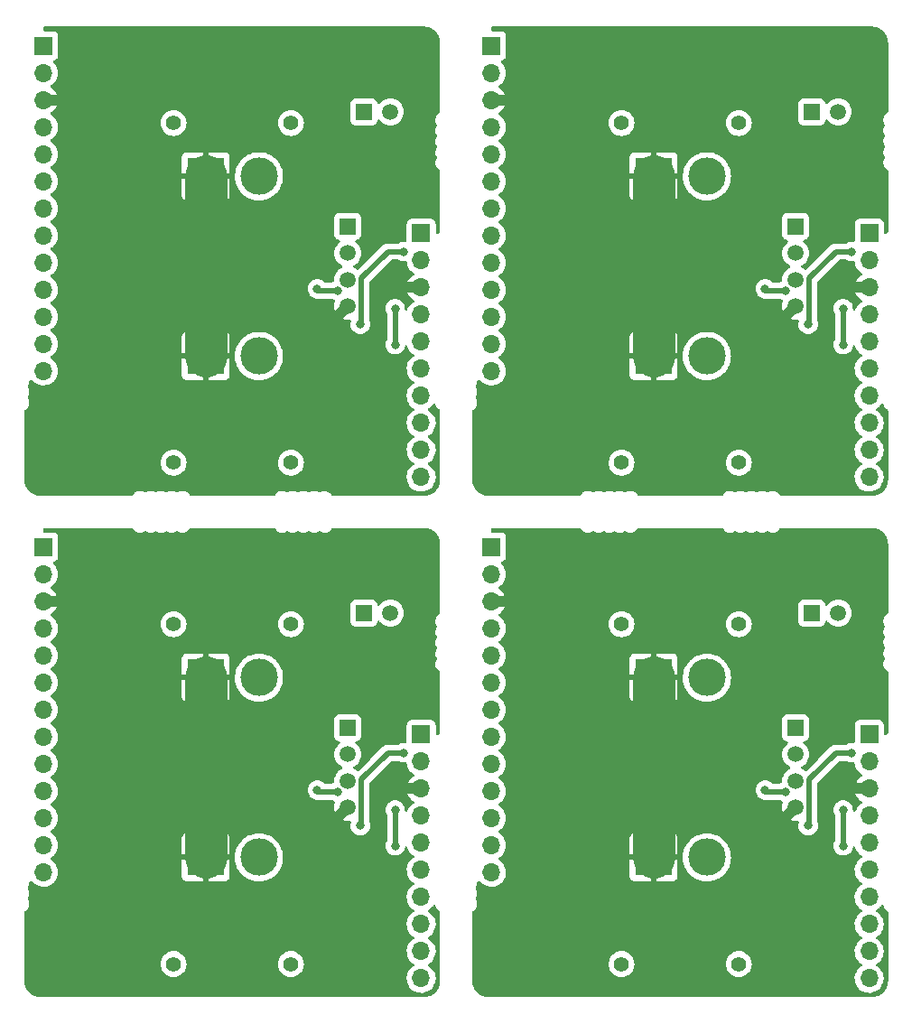
<source format=gbr>
%TF.GenerationSoftware,KiCad,Pcbnew,(6.0.11)*%
%TF.CreationDate,2023-02-14T10:41:56+13:00*%
%TF.ProjectId,shield_panel,73686965-6c64-45f7-9061-6e656c2e6b69,rev?*%
%TF.SameCoordinates,Original*%
%TF.FileFunction,Copper,L2,Bot*%
%TF.FilePolarity,Positive*%
%FSLAX46Y46*%
G04 Gerber Fmt 4.6, Leading zero omitted, Abs format (unit mm)*
G04 Created by KiCad (PCBNEW (6.0.11)) date 2023-02-14 10:41:56*
%MOMM*%
%LPD*%
G01*
G04 APERTURE LIST*
%TA.AperFunction,ComponentPad*%
%ADD10C,1.400000*%
%TD*%
%TA.AperFunction,ComponentPad*%
%ADD11R,3.500000X3.500000*%
%TD*%
%TA.AperFunction,ComponentPad*%
%ADD12C,3.500000*%
%TD*%
%TA.AperFunction,ComponentPad*%
%ADD13R,1.700000X1.700000*%
%TD*%
%TA.AperFunction,ComponentPad*%
%ADD14O,1.700000X1.700000*%
%TD*%
%TA.AperFunction,ComponentPad*%
%ADD15R,1.508000X1.508000*%
%TD*%
%TA.AperFunction,ComponentPad*%
%ADD16C,1.508000*%
%TD*%
%TA.AperFunction,ViaPad*%
%ADD17C,0.800000*%
%TD*%
%TA.AperFunction,Conductor*%
%ADD18C,0.500000*%
%TD*%
%TA.AperFunction,Conductor*%
%ADD19C,1.000000*%
%TD*%
%TA.AperFunction,Conductor*%
%ADD20C,4.000000*%
%TD*%
G04 APERTURE END LIST*
D10*
%TO.P,J202,*%
%TO.N,*%
X49500000Y-56400000D03*
X38500000Y-56400000D03*
D11*
%TO.P,J202,1,Pin_1*%
%TO.N,Board_0-GND*%
X41500000Y-46400000D03*
D12*
%TO.P,J202,2,Pin_2*%
%TO.N,Board_0-VS*%
X46500000Y-46400000D03*
%TD*%
D13*
%TO.P,J504,1,Pin_1*%
%TO.N,Board_2-+5V*%
X61717000Y-81890000D03*
D14*
%TO.P,J504,2,Pin_2*%
%TO.N,Board_2-+3V3*%
X61717000Y-84430000D03*
%TO.P,J504,3,Pin_3*%
%TO.N,Board_2-GND*%
X61717000Y-86970000D03*
%TO.P,J504,4,Pin_4*%
%TO.N,Board_2-SHIELD_CAN2H*%
X61717000Y-89510000D03*
%TO.P,J504,5,Pin_5*%
%TO.N,Board_2-SHIELD_CAN2L*%
X61717000Y-92050000D03*
%TO.P,J504,6,Pin_6*%
%TO.N,Board_2-SHIELD_UART4_TX*%
X61717000Y-94590000D03*
%TO.P,J504,7,Pin_7*%
%TO.N,Board_2-SHIELD_UART4_RX*%
X61717000Y-97130000D03*
%TO.P,J504,8,Pin_8*%
%TO.N,Board_2-unconnected-(J504-Pad8)*%
X61717000Y-99670000D03*
%TO.P,J504,9,Pin_9*%
%TO.N,Board_2-unconnected-(J504-Pad9)*%
X61717000Y-102210000D03*
%TO.P,J504,10,Pin_10*%
%TO.N,Board_2-Net-(D501-Pad2)*%
X61717000Y-104750000D03*
%TD*%
D10*
%TO.P,J201,*%
%TO.N,*%
X91500000Y-24550000D03*
X80500000Y-24550000D03*
D11*
%TO.P,J201,1,Pin_1*%
%TO.N,Board_1-GND*%
X83500000Y-29550000D03*
D12*
%TO.P,J201,2,Pin_2*%
%TO.N,Board_1-VS*%
X88500000Y-29550000D03*
%TD*%
D10*
%TO.P,J201,*%
%TO.N,*%
X38500000Y-71550000D03*
X49500000Y-71550000D03*
D11*
%TO.P,J201,1,Pin_1*%
%TO.N,Board_2-GND*%
X41500000Y-76550000D03*
D12*
%TO.P,J201,2,Pin_2*%
%TO.N,Board_2-VS*%
X46500000Y-76550000D03*
%TD*%
D15*
%TO.P,J501,1,Pin_1*%
%TO.N,Board_0-Servo_RXD*%
X54825000Y-34237500D03*
D16*
%TO.P,J501,2,Pin_2*%
%TO.N,Board_0-Servo_TXD*%
X54825000Y-36737500D03*
%TO.P,J501,3,Pin_3*%
%TO.N,Board_0-Vdrive*%
X54825000Y-39237500D03*
%TO.P,J501,4,Pin_4*%
%TO.N,Board_0-GND*%
X54825000Y-41737500D03*
%TD*%
D10*
%TO.P,J201,*%
%TO.N,*%
X91500000Y-71550000D03*
X80500000Y-71550000D03*
D11*
%TO.P,J201,1,Pin_1*%
%TO.N,Board_3-GND*%
X83500000Y-76550000D03*
D12*
%TO.P,J201,2,Pin_2*%
%TO.N,Board_3-VS*%
X88500000Y-76550000D03*
%TD*%
D10*
%TO.P,J202,*%
%TO.N,*%
X91500000Y-103400000D03*
X80500000Y-103400000D03*
D11*
%TO.P,J202,1,Pin_1*%
%TO.N,Board_3-GND*%
X83500000Y-93400000D03*
D12*
%TO.P,J202,2,Pin_2*%
%TO.N,Board_3-VS*%
X88500000Y-93400000D03*
%TD*%
D15*
%TO.P,J502,1,Pin_1*%
%TO.N,Board_2-SHIELD_CAN2L*%
X56325000Y-70500000D03*
D16*
%TO.P,J502,2,Pin_2*%
%TO.N,Board_2-SHIELD_CAN2H*%
X58825000Y-70500000D03*
%TD*%
D10*
%TO.P,J202,*%
%TO.N,*%
X49500000Y-103400000D03*
X38500000Y-103400000D03*
D11*
%TO.P,J202,1,Pin_1*%
%TO.N,Board_2-GND*%
X41500000Y-93400000D03*
D12*
%TO.P,J202,2,Pin_2*%
%TO.N,Board_2-VS*%
X46500000Y-93400000D03*
%TD*%
D10*
%TO.P,J201,*%
%TO.N,*%
X38500000Y-24550000D03*
X49500000Y-24550000D03*
D11*
%TO.P,J201,1,Pin_1*%
%TO.N,Board_0-GND*%
X41500000Y-29550000D03*
D12*
%TO.P,J201,2,Pin_2*%
%TO.N,Board_0-VS*%
X46500000Y-29550000D03*
%TD*%
D13*
%TO.P,J504,1,Pin_1*%
%TO.N,Board_3-+5V*%
X103717000Y-81890000D03*
D14*
%TO.P,J504,2,Pin_2*%
%TO.N,Board_3-+3V3*%
X103717000Y-84430000D03*
%TO.P,J504,3,Pin_3*%
%TO.N,Board_3-GND*%
X103717000Y-86970000D03*
%TO.P,J504,4,Pin_4*%
%TO.N,Board_3-SHIELD_CAN2H*%
X103717000Y-89510000D03*
%TO.P,J504,5,Pin_5*%
%TO.N,Board_3-SHIELD_CAN2L*%
X103717000Y-92050000D03*
%TO.P,J504,6,Pin_6*%
%TO.N,Board_3-SHIELD_UART4_TX*%
X103717000Y-94590000D03*
%TO.P,J504,7,Pin_7*%
%TO.N,Board_3-SHIELD_UART4_RX*%
X103717000Y-97130000D03*
%TO.P,J504,8,Pin_8*%
%TO.N,Board_3-unconnected-(J504-Pad8)*%
X103717000Y-99670000D03*
%TO.P,J504,9,Pin_9*%
%TO.N,Board_3-unconnected-(J504-Pad9)*%
X103717000Y-102210000D03*
%TO.P,J504,10,Pin_10*%
%TO.N,Board_3-Net-(D501-Pad2)*%
X103717000Y-104750000D03*
%TD*%
D15*
%TO.P,J501,1,Pin_1*%
%TO.N,Board_1-Servo_RXD*%
X96825000Y-34237500D03*
D16*
%TO.P,J501,2,Pin_2*%
%TO.N,Board_1-Servo_TXD*%
X96825000Y-36737500D03*
%TO.P,J501,3,Pin_3*%
%TO.N,Board_1-Vdrive*%
X96825000Y-39237500D03*
%TO.P,J501,4,Pin_4*%
%TO.N,Board_1-GND*%
X96825000Y-41737500D03*
%TD*%
D15*
%TO.P,J502,1,Pin_1*%
%TO.N,Board_1-SHIELD_CAN2L*%
X98325000Y-23500000D03*
D16*
%TO.P,J502,2,Pin_2*%
%TO.N,Board_1-SHIELD_CAN2H*%
X100825000Y-23500000D03*
%TD*%
D13*
%TO.P,J504,1,Pin_1*%
%TO.N,Board_0-+5V*%
X61717000Y-34890000D03*
D14*
%TO.P,J504,2,Pin_2*%
%TO.N,Board_0-+3V3*%
X61717000Y-37430000D03*
%TO.P,J504,3,Pin_3*%
%TO.N,Board_0-GND*%
X61717000Y-39970000D03*
%TO.P,J504,4,Pin_4*%
%TO.N,Board_0-SHIELD_CAN2H*%
X61717000Y-42510000D03*
%TO.P,J504,5,Pin_5*%
%TO.N,Board_0-SHIELD_CAN2L*%
X61717000Y-45050000D03*
%TO.P,J504,6,Pin_6*%
%TO.N,Board_0-SHIELD_UART4_TX*%
X61717000Y-47590000D03*
%TO.P,J504,7,Pin_7*%
%TO.N,Board_0-SHIELD_UART4_RX*%
X61717000Y-50130000D03*
%TO.P,J504,8,Pin_8*%
%TO.N,Board_0-unconnected-(J504-Pad8)*%
X61717000Y-52670000D03*
%TO.P,J504,9,Pin_9*%
%TO.N,Board_0-unconnected-(J504-Pad9)*%
X61717000Y-55210000D03*
%TO.P,J504,10,Pin_10*%
%TO.N,Board_0-Net-(D501-Pad2)*%
X61717000Y-57750000D03*
%TD*%
D13*
%TO.P,J506,1,Pin_1*%
%TO.N,Board_2-+5V*%
X26300000Y-64308000D03*
D14*
%TO.P,J506,2,Pin_2*%
%TO.N,Board_2-unconnected-(J506-Pad2)*%
X26300000Y-66848000D03*
%TO.P,J506,3,Pin_3*%
%TO.N,Board_2-GND*%
X26300000Y-69388000D03*
%TO.P,J506,4,Pin_4*%
%TO.N,Board_2-unconnected-(J506-Pad4)*%
X26300000Y-71928000D03*
%TO.P,J506,5,Pin_5*%
%TO.N,Board_2-unconnected-(J506-Pad5)*%
X26300000Y-74468000D03*
%TO.P,J506,6,Pin_6*%
%TO.N,Board_2-unconnected-(J506-Pad6)*%
X26300000Y-77008000D03*
%TO.P,J506,7,Pin_7*%
%TO.N,Board_2-unconnected-(J506-Pad7)*%
X26300000Y-79548000D03*
%TO.P,J506,8,Pin_8*%
%TO.N,Board_2-unconnected-(J506-Pad8)*%
X26300000Y-82088000D03*
%TO.P,J506,9,Pin_9*%
%TO.N,Board_2-unconnected-(J506-Pad9)*%
X26300000Y-84628000D03*
%TO.P,J506,10,Pin_10*%
%TO.N,Board_2-unconnected-(J506-Pad10)*%
X26300000Y-87168000D03*
%TO.P,J506,11,Pin_11*%
%TO.N,Board_2-unconnected-(J506-Pad11)*%
X26300000Y-89708000D03*
%TO.P,J506,12,Pin_12*%
%TO.N,Board_2-unconnected-(J506-Pad12)*%
X26300000Y-92248000D03*
%TO.P,J506,13,Pin_13*%
%TO.N,Board_2-unconnected-(J506-Pad13)*%
X26300000Y-94788000D03*
%TD*%
D15*
%TO.P,J501,1,Pin_1*%
%TO.N,Board_3-Servo_RXD*%
X96825000Y-81237500D03*
D16*
%TO.P,J501,2,Pin_2*%
%TO.N,Board_3-Servo_TXD*%
X96825000Y-83737500D03*
%TO.P,J501,3,Pin_3*%
%TO.N,Board_3-Vdrive*%
X96825000Y-86237500D03*
%TO.P,J501,4,Pin_4*%
%TO.N,Board_3-GND*%
X96825000Y-88737500D03*
%TD*%
D13*
%TO.P,J506,1,Pin_1*%
%TO.N,Board_0-+5V*%
X26300000Y-17308000D03*
D14*
%TO.P,J506,2,Pin_2*%
%TO.N,Board_0-unconnected-(J506-Pad2)*%
X26300000Y-19848000D03*
%TO.P,J506,3,Pin_3*%
%TO.N,Board_0-GND*%
X26300000Y-22388000D03*
%TO.P,J506,4,Pin_4*%
%TO.N,Board_0-unconnected-(J506-Pad4)*%
X26300000Y-24928000D03*
%TO.P,J506,5,Pin_5*%
%TO.N,Board_0-unconnected-(J506-Pad5)*%
X26300000Y-27468000D03*
%TO.P,J506,6,Pin_6*%
%TO.N,Board_0-unconnected-(J506-Pad6)*%
X26300000Y-30008000D03*
%TO.P,J506,7,Pin_7*%
%TO.N,Board_0-unconnected-(J506-Pad7)*%
X26300000Y-32548000D03*
%TO.P,J506,8,Pin_8*%
%TO.N,Board_0-unconnected-(J506-Pad8)*%
X26300000Y-35088000D03*
%TO.P,J506,9,Pin_9*%
%TO.N,Board_0-unconnected-(J506-Pad9)*%
X26300000Y-37628000D03*
%TO.P,J506,10,Pin_10*%
%TO.N,Board_0-unconnected-(J506-Pad10)*%
X26300000Y-40168000D03*
%TO.P,J506,11,Pin_11*%
%TO.N,Board_0-unconnected-(J506-Pad11)*%
X26300000Y-42708000D03*
%TO.P,J506,12,Pin_12*%
%TO.N,Board_0-unconnected-(J506-Pad12)*%
X26300000Y-45248000D03*
%TO.P,J506,13,Pin_13*%
%TO.N,Board_0-unconnected-(J506-Pad13)*%
X26300000Y-47788000D03*
%TD*%
D15*
%TO.P,J502,1,Pin_1*%
%TO.N,Board_3-SHIELD_CAN2L*%
X98325000Y-70500000D03*
D16*
%TO.P,J502,2,Pin_2*%
%TO.N,Board_3-SHIELD_CAN2H*%
X100825000Y-70500000D03*
%TD*%
D13*
%TO.P,J506,1,Pin_1*%
%TO.N,Board_1-+5V*%
X68300000Y-17308000D03*
D14*
%TO.P,J506,2,Pin_2*%
%TO.N,Board_1-unconnected-(J506-Pad2)*%
X68300000Y-19848000D03*
%TO.P,J506,3,Pin_3*%
%TO.N,Board_1-GND*%
X68300000Y-22388000D03*
%TO.P,J506,4,Pin_4*%
%TO.N,Board_1-unconnected-(J506-Pad4)*%
X68300000Y-24928000D03*
%TO.P,J506,5,Pin_5*%
%TO.N,Board_1-unconnected-(J506-Pad5)*%
X68300000Y-27468000D03*
%TO.P,J506,6,Pin_6*%
%TO.N,Board_1-unconnected-(J506-Pad6)*%
X68300000Y-30008000D03*
%TO.P,J506,7,Pin_7*%
%TO.N,Board_1-unconnected-(J506-Pad7)*%
X68300000Y-32548000D03*
%TO.P,J506,8,Pin_8*%
%TO.N,Board_1-unconnected-(J506-Pad8)*%
X68300000Y-35088000D03*
%TO.P,J506,9,Pin_9*%
%TO.N,Board_1-unconnected-(J506-Pad9)*%
X68300000Y-37628000D03*
%TO.P,J506,10,Pin_10*%
%TO.N,Board_1-unconnected-(J506-Pad10)*%
X68300000Y-40168000D03*
%TO.P,J506,11,Pin_11*%
%TO.N,Board_1-unconnected-(J506-Pad11)*%
X68300000Y-42708000D03*
%TO.P,J506,12,Pin_12*%
%TO.N,Board_1-unconnected-(J506-Pad12)*%
X68300000Y-45248000D03*
%TO.P,J506,13,Pin_13*%
%TO.N,Board_1-unconnected-(J506-Pad13)*%
X68300000Y-47788000D03*
%TD*%
D13*
%TO.P,J504,1,Pin_1*%
%TO.N,Board_1-+5V*%
X103717000Y-34890000D03*
D14*
%TO.P,J504,2,Pin_2*%
%TO.N,Board_1-+3V3*%
X103717000Y-37430000D03*
%TO.P,J504,3,Pin_3*%
%TO.N,Board_1-GND*%
X103717000Y-39970000D03*
%TO.P,J504,4,Pin_4*%
%TO.N,Board_1-SHIELD_CAN2H*%
X103717000Y-42510000D03*
%TO.P,J504,5,Pin_5*%
%TO.N,Board_1-SHIELD_CAN2L*%
X103717000Y-45050000D03*
%TO.P,J504,6,Pin_6*%
%TO.N,Board_1-SHIELD_UART4_TX*%
X103717000Y-47590000D03*
%TO.P,J504,7,Pin_7*%
%TO.N,Board_1-SHIELD_UART4_RX*%
X103717000Y-50130000D03*
%TO.P,J504,8,Pin_8*%
%TO.N,Board_1-unconnected-(J504-Pad8)*%
X103717000Y-52670000D03*
%TO.P,J504,9,Pin_9*%
%TO.N,Board_1-unconnected-(J504-Pad9)*%
X103717000Y-55210000D03*
%TO.P,J504,10,Pin_10*%
%TO.N,Board_1-Net-(D501-Pad2)*%
X103717000Y-57750000D03*
%TD*%
D15*
%TO.P,J502,1,Pin_1*%
%TO.N,Board_0-SHIELD_CAN2L*%
X56325000Y-23500000D03*
D16*
%TO.P,J502,2,Pin_2*%
%TO.N,Board_0-SHIELD_CAN2H*%
X58825000Y-23500000D03*
%TD*%
D10*
%TO.P,J202,*%
%TO.N,*%
X80500000Y-56400000D03*
X91500000Y-56400000D03*
D11*
%TO.P,J202,1,Pin_1*%
%TO.N,Board_1-GND*%
X83500000Y-46400000D03*
D12*
%TO.P,J202,2,Pin_2*%
%TO.N,Board_1-VS*%
X88500000Y-46400000D03*
%TD*%
D15*
%TO.P,J501,1,Pin_1*%
%TO.N,Board_2-Servo_RXD*%
X54825000Y-81237500D03*
D16*
%TO.P,J501,2,Pin_2*%
%TO.N,Board_2-Servo_TXD*%
X54825000Y-83737500D03*
%TO.P,J501,3,Pin_3*%
%TO.N,Board_2-Vdrive*%
X54825000Y-86237500D03*
%TO.P,J501,4,Pin_4*%
%TO.N,Board_2-GND*%
X54825000Y-88737500D03*
%TD*%
D13*
%TO.P,J506,1,Pin_1*%
%TO.N,Board_3-+5V*%
X68300000Y-64308000D03*
D14*
%TO.P,J506,2,Pin_2*%
%TO.N,Board_3-unconnected-(J506-Pad2)*%
X68300000Y-66848000D03*
%TO.P,J506,3,Pin_3*%
%TO.N,Board_3-GND*%
X68300000Y-69388000D03*
%TO.P,J506,4,Pin_4*%
%TO.N,Board_3-unconnected-(J506-Pad4)*%
X68300000Y-71928000D03*
%TO.P,J506,5,Pin_5*%
%TO.N,Board_3-unconnected-(J506-Pad5)*%
X68300000Y-74468000D03*
%TO.P,J506,6,Pin_6*%
%TO.N,Board_3-unconnected-(J506-Pad6)*%
X68300000Y-77008000D03*
%TO.P,J506,7,Pin_7*%
%TO.N,Board_3-unconnected-(J506-Pad7)*%
X68300000Y-79548000D03*
%TO.P,J506,8,Pin_8*%
%TO.N,Board_3-unconnected-(J506-Pad8)*%
X68300000Y-82088000D03*
%TO.P,J506,9,Pin_9*%
%TO.N,Board_3-unconnected-(J506-Pad9)*%
X68300000Y-84628000D03*
%TO.P,J506,10,Pin_10*%
%TO.N,Board_3-unconnected-(J506-Pad10)*%
X68300000Y-87168000D03*
%TO.P,J506,11,Pin_11*%
%TO.N,Board_3-unconnected-(J506-Pad11)*%
X68300000Y-89708000D03*
%TO.P,J506,12,Pin_12*%
%TO.N,Board_3-unconnected-(J506-Pad12)*%
X68300000Y-92248000D03*
%TO.P,J506,13,Pin_13*%
%TO.N,Board_3-unconnected-(J506-Pad13)*%
X68300000Y-94788000D03*
%TD*%
D17*
%TO.N,Board_0-+3V3*%
X60101500Y-36600000D03*
X56000000Y-43425000D03*
%TO.N,Board_0-+5V*%
X59281486Y-41956486D03*
X59281486Y-45318514D03*
%TO.N,Board_0-GND*%
X36692000Y-23450000D03*
X26850000Y-56100000D03*
X30750000Y-28350000D03*
X30750000Y-32500000D03*
X30100000Y-56700000D03*
X36042000Y-23950000D03*
X30750000Y-29300000D03*
X28700000Y-32950000D03*
X33556518Y-31103152D03*
X58150000Y-46485000D03*
X36517000Y-48850000D03*
X27350000Y-51450000D03*
X33422500Y-56450000D03*
X31000000Y-56700000D03*
X27350000Y-52400000D03*
X31650000Y-32500000D03*
X35867000Y-48300000D03*
X53162500Y-58820000D03*
X54727901Y-48339183D03*
%TO.N,Board_0-Vdrive*%
X51975000Y-40100000D03*
X53873185Y-40250000D03*
%TO.N,Board_1-+3V3*%
X102101500Y-36600000D03*
X98000000Y-43425000D03*
%TO.N,Board_1-+5V*%
X101281486Y-41956486D03*
X101281486Y-45318514D03*
%TO.N,Board_1-GND*%
X78692000Y-23450000D03*
X68850000Y-56100000D03*
X72750000Y-28350000D03*
X72750000Y-32500000D03*
X72100000Y-56700000D03*
X78042000Y-23950000D03*
X72750000Y-29300000D03*
X70700000Y-32950000D03*
X75556518Y-31103152D03*
X100150000Y-46485000D03*
X78517000Y-48850000D03*
X69350000Y-51450000D03*
X75422500Y-56450000D03*
X73000000Y-56700000D03*
X69350000Y-52400000D03*
X73650000Y-32500000D03*
X77867000Y-48300000D03*
X95162500Y-58820000D03*
X96727901Y-48339183D03*
%TO.N,Board_1-Vdrive*%
X93975000Y-40100000D03*
X95873185Y-40250000D03*
%TO.N,Board_2-+3V3*%
X60101500Y-83600000D03*
X56000000Y-90425000D03*
%TO.N,Board_2-+5V*%
X59281486Y-88956486D03*
X59281486Y-92318514D03*
%TO.N,Board_2-GND*%
X36692000Y-70450000D03*
X26850000Y-103100000D03*
X30750000Y-75350000D03*
X30750000Y-79500000D03*
X30100000Y-103700000D03*
X36042000Y-70950000D03*
X30750000Y-76300000D03*
X28700000Y-79950000D03*
X33556518Y-78103152D03*
X58150000Y-93485000D03*
X36517000Y-95850000D03*
X27350000Y-98450000D03*
X33422500Y-103450000D03*
X31000000Y-103700000D03*
X27350000Y-99400000D03*
X31650000Y-79500000D03*
X35867000Y-95300000D03*
X53162500Y-105820000D03*
X54727901Y-95339183D03*
%TO.N,Board_2-Vdrive*%
X51975000Y-87100000D03*
X53873185Y-87250000D03*
%TO.N,Board_3-+3V3*%
X102101500Y-83600000D03*
X98000000Y-90425000D03*
%TO.N,Board_3-+5V*%
X101281486Y-88956486D03*
X101281486Y-92318514D03*
%TO.N,Board_3-GND*%
X78692000Y-70450000D03*
X68850000Y-103100000D03*
X72750000Y-75350000D03*
X72750000Y-79500000D03*
X72100000Y-103700000D03*
X78042000Y-70950000D03*
X72750000Y-76300000D03*
X70700000Y-79950000D03*
X75556518Y-78103152D03*
X100150000Y-93485000D03*
X78517000Y-95850000D03*
X69350000Y-98450000D03*
X75422500Y-103450000D03*
X73000000Y-103700000D03*
X69350000Y-99400000D03*
X73650000Y-79500000D03*
X77867000Y-95300000D03*
X95162500Y-105820000D03*
X96727901Y-95339183D03*
%TO.N,Board_3-Vdrive*%
X93975000Y-87100000D03*
X95873185Y-87250000D03*
%TD*%
D18*
%TO.N,Board_0-+3V3*%
X60101500Y-36600000D02*
X58600000Y-36600000D01*
X56075000Y-39125000D02*
X56075000Y-43350000D01*
X56075000Y-43350000D02*
X56000000Y-43425000D01*
X58600000Y-36600000D02*
X56075000Y-39125000D01*
%TO.N,Board_0-+5V*%
X59281486Y-41956486D02*
X59281486Y-45318514D01*
D19*
%TO.N,Board_0-GND*%
X61717000Y-39970000D02*
X58830000Y-39970000D01*
D20*
X41500000Y-46400000D02*
X41500000Y-44100000D01*
D19*
X26300000Y-22388000D02*
X29800000Y-22388000D01*
D20*
X41500000Y-29550000D02*
X41500000Y-34100000D01*
D19*
X54825000Y-41737500D02*
X52762500Y-43800000D01*
D18*
%TO.N,Board_0-Vdrive*%
X52125000Y-40250000D02*
X53873185Y-40250000D01*
X51975000Y-40100000D02*
X52125000Y-40250000D01*
%TO.N,Board_1-+3V3*%
X102101500Y-36600000D02*
X100600000Y-36600000D01*
X98075000Y-39125000D02*
X98075000Y-43350000D01*
X98075000Y-43350000D02*
X98000000Y-43425000D01*
X100600000Y-36600000D02*
X98075000Y-39125000D01*
%TO.N,Board_1-+5V*%
X101281486Y-41956486D02*
X101281486Y-45318514D01*
D19*
%TO.N,Board_1-GND*%
X103717000Y-39970000D02*
X100830000Y-39970000D01*
D20*
X83500000Y-46400000D02*
X83500000Y-44100000D01*
D19*
X68300000Y-22388000D02*
X71800000Y-22388000D01*
D20*
X83500000Y-29550000D02*
X83500000Y-34100000D01*
D19*
X96825000Y-41737500D02*
X94762500Y-43800000D01*
D18*
%TO.N,Board_1-Vdrive*%
X94125000Y-40250000D02*
X95873185Y-40250000D01*
X93975000Y-40100000D02*
X94125000Y-40250000D01*
%TO.N,Board_2-+3V3*%
X60101500Y-83600000D02*
X58600000Y-83600000D01*
X56075000Y-86125000D02*
X56075000Y-90350000D01*
X56075000Y-90350000D02*
X56000000Y-90425000D01*
X58600000Y-83600000D02*
X56075000Y-86125000D01*
%TO.N,Board_2-+5V*%
X59281486Y-88956486D02*
X59281486Y-92318514D01*
D19*
%TO.N,Board_2-GND*%
X61717000Y-86970000D02*
X58830000Y-86970000D01*
D20*
X41500000Y-93400000D02*
X41500000Y-91100000D01*
D19*
X26300000Y-69388000D02*
X29800000Y-69388000D01*
D20*
X41500000Y-76550000D02*
X41500000Y-81100000D01*
D19*
X54825000Y-88737500D02*
X52762500Y-90800000D01*
D18*
%TO.N,Board_2-Vdrive*%
X52125000Y-87250000D02*
X53873185Y-87250000D01*
X51975000Y-87100000D02*
X52125000Y-87250000D01*
%TO.N,Board_3-+3V3*%
X102101500Y-83600000D02*
X100600000Y-83600000D01*
X98075000Y-86125000D02*
X98075000Y-90350000D01*
X98075000Y-90350000D02*
X98000000Y-90425000D01*
X100600000Y-83600000D02*
X98075000Y-86125000D01*
%TO.N,Board_3-+5V*%
X101281486Y-88956486D02*
X101281486Y-92318514D01*
D19*
%TO.N,Board_3-GND*%
X103717000Y-86970000D02*
X100830000Y-86970000D01*
D20*
X83500000Y-93400000D02*
X83500000Y-91100000D01*
D19*
X68300000Y-69388000D02*
X71800000Y-69388000D01*
D20*
X83500000Y-76550000D02*
X83500000Y-81100000D01*
D19*
X96825000Y-88737500D02*
X94762500Y-90800000D01*
D18*
%TO.N,Board_3-Vdrive*%
X94125000Y-87250000D02*
X95873185Y-87250000D01*
X93975000Y-87100000D02*
X94125000Y-87250000D01*
%TD*%
%TA.AperFunction,Conductor*%
%TO.N,Board_0-GND*%
G36*
X61991299Y-15508510D02*
G01*
X61992864Y-15508530D01*
X61995849Y-15508568D01*
X61997429Y-15508598D01*
X62067884Y-15510384D01*
X62071061Y-15510505D01*
X62080050Y-15510960D01*
X62083242Y-15511163D01*
X62143213Y-15515730D01*
X62146391Y-15516013D01*
X62155362Y-15516926D01*
X62158525Y-15517288D01*
X62218156Y-15524883D01*
X62221314Y-15525326D01*
X62230238Y-15526693D01*
X62233387Y-15527216D01*
X62292646Y-15537836D01*
X62295751Y-15538433D01*
X62304598Y-15540251D01*
X62307714Y-15540933D01*
X62366299Y-15554529D01*
X62369391Y-15555288D01*
X62378133Y-15557551D01*
X62381220Y-15558392D01*
X62439061Y-15574943D01*
X62442094Y-15575852D01*
X62448276Y-15577792D01*
X62450744Y-15578566D01*
X62453755Y-15579553D01*
X62510645Y-15598999D01*
X62513648Y-15600068D01*
X62522135Y-15603211D01*
X62525116Y-15604359D01*
X62581001Y-15626682D01*
X62583934Y-15627896D01*
X62592184Y-15631437D01*
X62595075Y-15632721D01*
X62649815Y-15657872D01*
X62652642Y-15659214D01*
X62660768Y-15663201D01*
X62663547Y-15664608D01*
X62679610Y-15672998D01*
X62716908Y-15692481D01*
X62719709Y-15693989D01*
X62724148Y-15696452D01*
X62727631Y-15698386D01*
X62730367Y-15699951D01*
X62779692Y-15728986D01*
X62782196Y-15730460D01*
X62784939Y-15732122D01*
X62792625Y-15736914D01*
X62795299Y-15738628D01*
X62845546Y-15771743D01*
X62848188Y-15773533D01*
X62855553Y-15778659D01*
X62858144Y-15780511D01*
X62881294Y-15797510D01*
X62906659Y-15816136D01*
X62909207Y-15818058D01*
X62916319Y-15823563D01*
X62918822Y-15825551D01*
X62965455Y-15863577D01*
X62967896Y-15865620D01*
X62974767Y-15871518D01*
X62977169Y-15873633D01*
X63021791Y-15913949D01*
X63024101Y-15916089D01*
X63030675Y-15922338D01*
X63032917Y-15924525D01*
X63075446Y-15967054D01*
X63077672Y-15969336D01*
X63083873Y-15975859D01*
X63086037Y-15978193D01*
X63102155Y-15996033D01*
X63126423Y-16022894D01*
X63128508Y-16025263D01*
X63130038Y-16027044D01*
X63134350Y-16032066D01*
X63136399Y-16034515D01*
X63174461Y-16081193D01*
X63176436Y-16083679D01*
X63181943Y-16090795D01*
X63183855Y-16093332D01*
X63219494Y-16141864D01*
X63221334Y-16144436D01*
X63226298Y-16151569D01*
X63226471Y-16151817D01*
X63228259Y-16154457D01*
X63261381Y-16204715D01*
X63263099Y-16207395D01*
X63267881Y-16215066D01*
X63269533Y-16217793D01*
X63299542Y-16268770D01*
X63300036Y-16269610D01*
X63301626Y-16272390D01*
X63305995Y-16280263D01*
X63307503Y-16283064D01*
X63335376Y-16336423D01*
X63336796Y-16339227D01*
X63340777Y-16347341D01*
X63342134Y-16350198D01*
X63367272Y-16404911D01*
X63368545Y-16407776D01*
X63372099Y-16416056D01*
X63373324Y-16419015D01*
X63395643Y-16474890D01*
X63396790Y-16477869D01*
X63399928Y-16486342D01*
X63400996Y-16489341D01*
X63420423Y-16546173D01*
X63420439Y-16546221D01*
X63421435Y-16549260D01*
X63424148Y-16557908D01*
X63425063Y-16560962D01*
X63441601Y-16618759D01*
X63442439Y-16621832D01*
X63444704Y-16630578D01*
X63445467Y-16633685D01*
X63459066Y-16692287D01*
X63459749Y-16695411D01*
X63461570Y-16704274D01*
X63462171Y-16707400D01*
X63472787Y-16766628D01*
X63473295Y-16769680D01*
X63474685Y-16778757D01*
X63475114Y-16781823D01*
X63480105Y-16821008D01*
X63482709Y-16841456D01*
X63483073Y-16844635D01*
X63483985Y-16853609D01*
X63484267Y-16856780D01*
X63488837Y-16916785D01*
X63489038Y-16919946D01*
X63489497Y-16928996D01*
X63489615Y-16932093D01*
X63490011Y-16947711D01*
X63491402Y-17002617D01*
X63491432Y-17004194D01*
X63491490Y-17008721D01*
X63491500Y-17010335D01*
X63491500Y-23477188D01*
X63471498Y-23545309D01*
X63434586Y-23582559D01*
X63310148Y-23664144D01*
X63188510Y-23792547D01*
X63099674Y-23945490D01*
X63097553Y-23952494D01*
X63097551Y-23952498D01*
X63074861Y-24027415D01*
X63048405Y-24114767D01*
X63037453Y-24291298D01*
X63038693Y-24298514D01*
X63038693Y-24298516D01*
X63048650Y-24356460D01*
X63067406Y-24465614D01*
X63136657Y-24628364D01*
X63140994Y-24634257D01*
X63169971Y-24673633D01*
X63194237Y-24740354D01*
X63177443Y-24811600D01*
X63099674Y-24945490D01*
X63097553Y-24952494D01*
X63097551Y-24952498D01*
X63084803Y-24994590D01*
X63048405Y-25114767D01*
X63037453Y-25291298D01*
X63038693Y-25298514D01*
X63038693Y-25298516D01*
X63066166Y-25458398D01*
X63067406Y-25465614D01*
X63136657Y-25628364D01*
X63157742Y-25657016D01*
X63169971Y-25673633D01*
X63194237Y-25740354D01*
X63177443Y-25811600D01*
X63099674Y-25945490D01*
X63097553Y-25952494D01*
X63097551Y-25952498D01*
X63092501Y-25969173D01*
X63048405Y-26114767D01*
X63037453Y-26291298D01*
X63038693Y-26298514D01*
X63038693Y-26298516D01*
X63045100Y-26335800D01*
X63067406Y-26465614D01*
X63136657Y-26628364D01*
X63145674Y-26640617D01*
X63169971Y-26673633D01*
X63194237Y-26740354D01*
X63177443Y-26811600D01*
X63099674Y-26945490D01*
X63097553Y-26952494D01*
X63097551Y-26952498D01*
X63072952Y-27033720D01*
X63048405Y-27114767D01*
X63037453Y-27291298D01*
X63038693Y-27298514D01*
X63038693Y-27298516D01*
X63066166Y-27458398D01*
X63067406Y-27465614D01*
X63136657Y-27628364D01*
X63140994Y-27634257D01*
X63169971Y-27673633D01*
X63194237Y-27740354D01*
X63177443Y-27811600D01*
X63099674Y-27945490D01*
X63097553Y-27952494D01*
X63097551Y-27952498D01*
X63090902Y-27974453D01*
X63048405Y-28114767D01*
X63037453Y-28291298D01*
X63038693Y-28298514D01*
X63038693Y-28298516D01*
X63059917Y-28422031D01*
X63067406Y-28465614D01*
X63136657Y-28628364D01*
X63140990Y-28634252D01*
X63140993Y-28634257D01*
X63184096Y-28692826D01*
X63241492Y-28770818D01*
X63247070Y-28775557D01*
X63247073Y-28775560D01*
X63370706Y-28880594D01*
X63370710Y-28880597D01*
X63376285Y-28885333D01*
X63382805Y-28888662D01*
X63382806Y-28888663D01*
X63422800Y-28909085D01*
X63474373Y-28957878D01*
X63491500Y-29021302D01*
X63491500Y-34727188D01*
X63471498Y-34795309D01*
X63434586Y-34832559D01*
X63310148Y-34914144D01*
X63305119Y-34919453D01*
X63305115Y-34919456D01*
X63292972Y-34932275D01*
X63231603Y-34967972D01*
X63160676Y-34964824D01*
X63102710Y-34923830D01*
X63076110Y-34858005D01*
X63075500Y-34845621D01*
X63075500Y-33991866D01*
X63068745Y-33929684D01*
X63017615Y-33793295D01*
X62930261Y-33676739D01*
X62813705Y-33589385D01*
X62677316Y-33538255D01*
X62615134Y-33531500D01*
X60818866Y-33531500D01*
X60756684Y-33538255D01*
X60620295Y-33589385D01*
X60503739Y-33676739D01*
X60416385Y-33793295D01*
X60365255Y-33929684D01*
X60358500Y-33991866D01*
X60358500Y-35570233D01*
X60338498Y-35638354D01*
X60284842Y-35684847D01*
X60214568Y-35694951D01*
X60206305Y-35693480D01*
X60203449Y-35692873D01*
X60203444Y-35692872D01*
X60196987Y-35691500D01*
X60006013Y-35691500D01*
X59999561Y-35692872D01*
X59999556Y-35692872D01*
X59912613Y-35711353D01*
X59819212Y-35731206D01*
X59813182Y-35733891D01*
X59813181Y-35733891D01*
X59650778Y-35806197D01*
X59650776Y-35806198D01*
X59644748Y-35808882D01*
X59639409Y-35812761D01*
X59639402Y-35812765D01*
X59632972Y-35817437D01*
X59558913Y-35841500D01*
X58667069Y-35841500D01*
X58648121Y-35840067D01*
X58640780Y-35838950D01*
X58633883Y-35837901D01*
X58633881Y-35837901D01*
X58626651Y-35836801D01*
X58619359Y-35837394D01*
X58619356Y-35837394D01*
X58573982Y-35841085D01*
X58563767Y-35841500D01*
X58555707Y-35841500D01*
X58542417Y-35843049D01*
X58527493Y-35844789D01*
X58523118Y-35845222D01*
X58457661Y-35850546D01*
X58457658Y-35850547D01*
X58450363Y-35851140D01*
X58443399Y-35853396D01*
X58437440Y-35854587D01*
X58431585Y-35855971D01*
X58424319Y-35856818D01*
X58355673Y-35881735D01*
X58351545Y-35883152D01*
X58289064Y-35903393D01*
X58289062Y-35903394D01*
X58282101Y-35905649D01*
X58275846Y-35909445D01*
X58270372Y-35911951D01*
X58264942Y-35914670D01*
X58258063Y-35917167D01*
X58197016Y-35957191D01*
X58193327Y-35959518D01*
X58180517Y-35967292D01*
X58135693Y-35994491D01*
X58135688Y-35994495D01*
X58130892Y-35997405D01*
X58122516Y-36004803D01*
X58122493Y-36004777D01*
X58119503Y-36007426D01*
X58116264Y-36010134D01*
X58110148Y-36014144D01*
X58105121Y-36019451D01*
X58105117Y-36019454D01*
X58056872Y-36070383D01*
X58054494Y-36072825D01*
X56919959Y-37207361D01*
X55839228Y-38288092D01*
X55776916Y-38322117D01*
X55706101Y-38317053D01*
X55661038Y-38288092D01*
X55639620Y-38266674D01*
X55635112Y-38263517D01*
X55635109Y-38263515D01*
X55463171Y-38143123D01*
X55463168Y-38143121D01*
X55458662Y-38139966D01*
X55453680Y-38137643D01*
X55453675Y-38137640D01*
X55376589Y-38101695D01*
X55323304Y-38054778D01*
X55303843Y-37986501D01*
X55324385Y-37918541D01*
X55376589Y-37873305D01*
X55453675Y-37837360D01*
X55453680Y-37837357D01*
X55458662Y-37835034D01*
X55629212Y-37715614D01*
X55635109Y-37711485D01*
X55635112Y-37711483D01*
X55639620Y-37708326D01*
X55795826Y-37552120D01*
X55922534Y-37371161D01*
X55927096Y-37361379D01*
X56013571Y-37175932D01*
X56013572Y-37175931D01*
X56015894Y-37170950D01*
X56073070Y-36957568D01*
X56092323Y-36737500D01*
X56073070Y-36517432D01*
X56032163Y-36364767D01*
X56017317Y-36309360D01*
X56017316Y-36309358D01*
X56015894Y-36304050D01*
X56013571Y-36299068D01*
X55924857Y-36108820D01*
X55924855Y-36108817D01*
X55922534Y-36103839D01*
X55795826Y-35922880D01*
X55639620Y-35766674D01*
X55635112Y-35763517D01*
X55635109Y-35763515D01*
X55582839Y-35726915D01*
X55538511Y-35671457D01*
X55531202Y-35600838D01*
X55563233Y-35537478D01*
X55624435Y-35501493D01*
X55641502Y-35498439D01*
X55645037Y-35498055D01*
X55681460Y-35494099D01*
X55681464Y-35494098D01*
X55689316Y-35493245D01*
X55825705Y-35442115D01*
X55942261Y-35354761D01*
X56029615Y-35238205D01*
X56080745Y-35101816D01*
X56087500Y-35039634D01*
X56087500Y-33435366D01*
X56080745Y-33373184D01*
X56029615Y-33236795D01*
X55942261Y-33120239D01*
X55825705Y-33032885D01*
X55689316Y-32981755D01*
X55627134Y-32975000D01*
X54022866Y-32975000D01*
X53960684Y-32981755D01*
X53824295Y-33032885D01*
X53707739Y-33120239D01*
X53620385Y-33236795D01*
X53569255Y-33373184D01*
X53562500Y-33435366D01*
X53562500Y-35039634D01*
X53569255Y-35101816D01*
X53620385Y-35238205D01*
X53707739Y-35354761D01*
X53824295Y-35442115D01*
X53960684Y-35493245D01*
X54008500Y-35498439D01*
X54074061Y-35525680D01*
X54114488Y-35584043D01*
X54116944Y-35654997D01*
X54080649Y-35716015D01*
X54067162Y-35726915D01*
X54010380Y-35766674D01*
X53854174Y-35922880D01*
X53727466Y-36103839D01*
X53725145Y-36108817D01*
X53725143Y-36108820D01*
X53636429Y-36299068D01*
X53634106Y-36304050D01*
X53632684Y-36309358D01*
X53632683Y-36309360D01*
X53617837Y-36364767D01*
X53576930Y-36517432D01*
X53557677Y-36737500D01*
X53576930Y-36957568D01*
X53634106Y-37170950D01*
X53636428Y-37175931D01*
X53636429Y-37175932D01*
X53722905Y-37361379D01*
X53727466Y-37371161D01*
X53854174Y-37552120D01*
X54010380Y-37708326D01*
X54014888Y-37711483D01*
X54014891Y-37711485D01*
X54020788Y-37715614D01*
X54191338Y-37835034D01*
X54196320Y-37837357D01*
X54196325Y-37837360D01*
X54273411Y-37873305D01*
X54326696Y-37920222D01*
X54346157Y-37988499D01*
X54325615Y-38056459D01*
X54273411Y-38101695D01*
X54196320Y-38137643D01*
X54196317Y-38137645D01*
X54191339Y-38139966D01*
X54010380Y-38266674D01*
X53854174Y-38422880D01*
X53727466Y-38603839D01*
X53725145Y-38608817D01*
X53725143Y-38608820D01*
X53678709Y-38708398D01*
X53634106Y-38804050D01*
X53632684Y-38809358D01*
X53632683Y-38809360D01*
X53619827Y-38857338D01*
X53576930Y-39017432D01*
X53557677Y-39237500D01*
X53558156Y-39242975D01*
X53558156Y-39242977D01*
X53563190Y-39300522D01*
X53549200Y-39370126D01*
X53499800Y-39421118D01*
X53488919Y-39426608D01*
X53422468Y-39456195D01*
X53416433Y-39458882D01*
X53411094Y-39462761D01*
X53411087Y-39462765D01*
X53404657Y-39467437D01*
X53330598Y-39491500D01*
X52705710Y-39491500D01*
X52637589Y-39471498D01*
X52612074Y-39449811D01*
X52590668Y-39426037D01*
X52590666Y-39426036D01*
X52586253Y-39421134D01*
X52477466Y-39342095D01*
X52437094Y-39312763D01*
X52437093Y-39312762D01*
X52431752Y-39308882D01*
X52425724Y-39306198D01*
X52425722Y-39306197D01*
X52263319Y-39233891D01*
X52263318Y-39233891D01*
X52257288Y-39231206D01*
X52156445Y-39209771D01*
X52076944Y-39192872D01*
X52076939Y-39192872D01*
X52070487Y-39191500D01*
X51879513Y-39191500D01*
X51873061Y-39192872D01*
X51873056Y-39192872D01*
X51793555Y-39209771D01*
X51692712Y-39231206D01*
X51686682Y-39233891D01*
X51686681Y-39233891D01*
X51524278Y-39306197D01*
X51524276Y-39306198D01*
X51518248Y-39308882D01*
X51363747Y-39421134D01*
X51359326Y-39426044D01*
X51359325Y-39426045D01*
X51281401Y-39512589D01*
X51235960Y-39563056D01*
X51212676Y-39603385D01*
X51143863Y-39722573D01*
X51140473Y-39728444D01*
X51081458Y-39910072D01*
X51080768Y-39916633D01*
X51080768Y-39916635D01*
X51072185Y-39998302D01*
X51061496Y-40100000D01*
X51062186Y-40106565D01*
X51075997Y-40237966D01*
X51081458Y-40289928D01*
X51140473Y-40471556D01*
X51235960Y-40636944D01*
X51240378Y-40641851D01*
X51240379Y-40641852D01*
X51269733Y-40674453D01*
X51363747Y-40778866D01*
X51518248Y-40891118D01*
X51524276Y-40893802D01*
X51524278Y-40893803D01*
X51686681Y-40966109D01*
X51692712Y-40968794D01*
X51786113Y-40988647D01*
X51873056Y-41007128D01*
X51873061Y-41007128D01*
X51879513Y-41008500D01*
X52037059Y-41008500D01*
X52048260Y-41008999D01*
X52049950Y-41009150D01*
X52057115Y-41010640D01*
X52134520Y-41008546D01*
X52137928Y-41008500D01*
X53330598Y-41008500D01*
X53404657Y-41032563D01*
X53411087Y-41037235D01*
X53411094Y-41037239D01*
X53416433Y-41041118D01*
X53422459Y-41043801D01*
X53422466Y-41043805D01*
X53581535Y-41114626D01*
X53635631Y-41160606D01*
X53656281Y-41228533D01*
X53644482Y-41282983D01*
X53636901Y-41299240D01*
X53633155Y-41309532D01*
X53578849Y-41512204D01*
X53576946Y-41522999D01*
X53558658Y-41732025D01*
X53558658Y-41742975D01*
X53576946Y-41952001D01*
X53578849Y-41962796D01*
X53633155Y-42165468D01*
X53636901Y-42175760D01*
X53725577Y-42365925D01*
X53731055Y-42375415D01*
X53760539Y-42417522D01*
X53771015Y-42425896D01*
X53784463Y-42418827D01*
X54735905Y-41467385D01*
X54798217Y-41433359D01*
X54869032Y-41438424D01*
X54914095Y-41467385D01*
X55095115Y-41648405D01*
X55129141Y-41710717D01*
X55124076Y-41781532D01*
X55095115Y-41826595D01*
X54142951Y-42778759D01*
X54136521Y-42790534D01*
X54145817Y-42802549D01*
X54187081Y-42831442D01*
X54196576Y-42836925D01*
X54386740Y-42925599D01*
X54397032Y-42929345D01*
X54599704Y-42983651D01*
X54610499Y-42985554D01*
X54819525Y-43003842D01*
X54830475Y-43003842D01*
X55002221Y-42988816D01*
X55071826Y-43002805D01*
X55122819Y-43052205D01*
X55139009Y-43121330D01*
X55133036Y-43153273D01*
X55106458Y-43235072D01*
X55086496Y-43425000D01*
X55087186Y-43431565D01*
X55092691Y-43483938D01*
X55106458Y-43614928D01*
X55165473Y-43796556D01*
X55260960Y-43961944D01*
X55265378Y-43966851D01*
X55265379Y-43966852D01*
X55326175Y-44034373D01*
X55388747Y-44103866D01*
X55543248Y-44216118D01*
X55549276Y-44218802D01*
X55549278Y-44218803D01*
X55690582Y-44281715D01*
X55717712Y-44293794D01*
X55788973Y-44308941D01*
X55898056Y-44332128D01*
X55898061Y-44332128D01*
X55904513Y-44333500D01*
X56095487Y-44333500D01*
X56101939Y-44332128D01*
X56101944Y-44332128D01*
X56211027Y-44308941D01*
X56282288Y-44293794D01*
X56309418Y-44281715D01*
X56450722Y-44218803D01*
X56450724Y-44218802D01*
X56456752Y-44216118D01*
X56611253Y-44103866D01*
X56673825Y-44034373D01*
X56734621Y-43966852D01*
X56734622Y-43966851D01*
X56739040Y-43961944D01*
X56834527Y-43796556D01*
X56893542Y-43614928D01*
X56907310Y-43483938D01*
X56912814Y-43431565D01*
X56913504Y-43425000D01*
X56893542Y-43235072D01*
X56839667Y-43069263D01*
X56833500Y-43030327D01*
X56833500Y-39491371D01*
X56853502Y-39423250D01*
X56870405Y-39402276D01*
X58877276Y-37395405D01*
X58939588Y-37361379D01*
X58966371Y-37358500D01*
X59558913Y-37358500D01*
X59632972Y-37382563D01*
X59639402Y-37387235D01*
X59639409Y-37387239D01*
X59644748Y-37391118D01*
X59650776Y-37393802D01*
X59650778Y-37393803D01*
X59813181Y-37466109D01*
X59819212Y-37468794D01*
X59912613Y-37488647D01*
X59999556Y-37507128D01*
X59999561Y-37507128D01*
X60006013Y-37508500D01*
X60196987Y-37508500D01*
X60215249Y-37504618D01*
X60286036Y-37510018D01*
X60342669Y-37552833D01*
X60366219Y-37610327D01*
X60366812Y-37614548D01*
X60367110Y-37619715D01*
X60368247Y-37624761D01*
X60368248Y-37624767D01*
X60388722Y-37715614D01*
X60416222Y-37837639D01*
X60500266Y-38044616D01*
X60616987Y-38235088D01*
X60763250Y-38403938D01*
X60897190Y-38515137D01*
X60928975Y-38541525D01*
X60935126Y-38546632D01*
X60970338Y-38567208D01*
X61008955Y-38589774D01*
X61057679Y-38641412D01*
X61070750Y-38711195D01*
X61044019Y-38776967D01*
X61003562Y-38810327D01*
X60995457Y-38814546D01*
X60986738Y-38820036D01*
X60816433Y-38947905D01*
X60808726Y-38954748D01*
X60661590Y-39108717D01*
X60655104Y-39116727D01*
X60535098Y-39292649D01*
X60530000Y-39301623D01*
X60440338Y-39494783D01*
X60436775Y-39504470D01*
X60381389Y-39704183D01*
X60382912Y-39712607D01*
X60395292Y-39716000D01*
X61845000Y-39716000D01*
X61913121Y-39736002D01*
X61959614Y-39789658D01*
X61971000Y-39842000D01*
X61971000Y-40098000D01*
X61950998Y-40166121D01*
X61897342Y-40212614D01*
X61845000Y-40224000D01*
X60400225Y-40224000D01*
X60386694Y-40227973D01*
X60385257Y-40237966D01*
X60415565Y-40372446D01*
X60418645Y-40382275D01*
X60498770Y-40579603D01*
X60503413Y-40588794D01*
X60614694Y-40770388D01*
X60620777Y-40778699D01*
X60760213Y-40939667D01*
X60767580Y-40946883D01*
X60931434Y-41082916D01*
X60939881Y-41088831D01*
X61008969Y-41129203D01*
X61057693Y-41180842D01*
X61070764Y-41250625D01*
X61044033Y-41316396D01*
X61003584Y-41349752D01*
X60990607Y-41356507D01*
X60986474Y-41359610D01*
X60986471Y-41359612D01*
X60842931Y-41467385D01*
X60811965Y-41490635D01*
X60808393Y-41494373D01*
X60721855Y-41584930D01*
X60657629Y-41652138D01*
X60531743Y-41836680D01*
X60437688Y-42039305D01*
X60436304Y-42044294D01*
X60434870Y-42048193D01*
X60392578Y-42105219D01*
X60326170Y-42130327D01*
X60256729Y-42115547D01*
X60206302Y-42065570D01*
X60191308Y-41991520D01*
X60194300Y-41963051D01*
X60194990Y-41956486D01*
X60183813Y-41850138D01*
X60175718Y-41773121D01*
X60175718Y-41773119D01*
X60175028Y-41766558D01*
X60116013Y-41584930D01*
X60020526Y-41419542D01*
X60000534Y-41397338D01*
X59897161Y-41282531D01*
X59897160Y-41282530D01*
X59892739Y-41277620D01*
X59738238Y-41165368D01*
X59732210Y-41162684D01*
X59732208Y-41162683D01*
X59569805Y-41090377D01*
X59569804Y-41090377D01*
X59563774Y-41087692D01*
X59470373Y-41067839D01*
X59383430Y-41049358D01*
X59383425Y-41049358D01*
X59376973Y-41047986D01*
X59185999Y-41047986D01*
X59179547Y-41049358D01*
X59179542Y-41049358D01*
X59092599Y-41067839D01*
X58999198Y-41087692D01*
X58993168Y-41090377D01*
X58993167Y-41090377D01*
X58830764Y-41162683D01*
X58830762Y-41162684D01*
X58824734Y-41165368D01*
X58670233Y-41277620D01*
X58665812Y-41282530D01*
X58665811Y-41282531D01*
X58562439Y-41397338D01*
X58542446Y-41419542D01*
X58446959Y-41584930D01*
X58387944Y-41766558D01*
X58387254Y-41773119D01*
X58387254Y-41773121D01*
X58379159Y-41850138D01*
X58367982Y-41956486D01*
X58368672Y-41963051D01*
X58376687Y-42039305D01*
X58387944Y-42146414D01*
X58446959Y-42328042D01*
X58503456Y-42425896D01*
X58506105Y-42430485D01*
X58522986Y-42493485D01*
X58522986Y-44781515D01*
X58506105Y-44844514D01*
X58446959Y-44946958D01*
X58387944Y-45128586D01*
X58387254Y-45135147D01*
X58387254Y-45135149D01*
X58368747Y-45311240D01*
X58367982Y-45318514D01*
X58368672Y-45325079D01*
X58379075Y-45424054D01*
X58387944Y-45508442D01*
X58446959Y-45690070D01*
X58542446Y-45855458D01*
X58670233Y-45997380D01*
X58824734Y-46109632D01*
X58830762Y-46112316D01*
X58830764Y-46112317D01*
X58993167Y-46184623D01*
X58999198Y-46187308D01*
X59092598Y-46207161D01*
X59179542Y-46225642D01*
X59179547Y-46225642D01*
X59185999Y-46227014D01*
X59376973Y-46227014D01*
X59383425Y-46225642D01*
X59383430Y-46225642D01*
X59470374Y-46207161D01*
X59563774Y-46187308D01*
X59569805Y-46184623D01*
X59732208Y-46112317D01*
X59732210Y-46112316D01*
X59738238Y-46109632D01*
X59892739Y-45997380D01*
X60020526Y-45855458D01*
X60116013Y-45690070D01*
X60175028Y-45508442D01*
X60176235Y-45496957D01*
X60203250Y-45431301D01*
X60261472Y-45390672D01*
X60332417Y-45387971D01*
X60393561Y-45424054D01*
X60418287Y-45462724D01*
X60500266Y-45664616D01*
X60502965Y-45669020D01*
X60613710Y-45849740D01*
X60616987Y-45855088D01*
X60763250Y-46023938D01*
X60935126Y-46166632D01*
X60939959Y-46169456D01*
X61008445Y-46209476D01*
X61057169Y-46261114D01*
X61070240Y-46330897D01*
X61043509Y-46396669D01*
X61003055Y-46430027D01*
X60990607Y-46436507D01*
X60986474Y-46439610D01*
X60986471Y-46439612D01*
X60818981Y-46565367D01*
X60811965Y-46570635D01*
X60808393Y-46574373D01*
X60692998Y-46695127D01*
X60657629Y-46732138D01*
X60654715Y-46736410D01*
X60654714Y-46736411D01*
X60604689Y-46809745D01*
X60531743Y-46916680D01*
X60437688Y-47119305D01*
X60377989Y-47334570D01*
X60354251Y-47556695D01*
X60354548Y-47561848D01*
X60354548Y-47561851D01*
X60365869Y-47758195D01*
X60367110Y-47779715D01*
X60368247Y-47784761D01*
X60368248Y-47784767D01*
X60368977Y-47788000D01*
X60416222Y-47997639D01*
X60500266Y-48204616D01*
X60502965Y-48209020D01*
X60612677Y-48388054D01*
X60616987Y-48395088D01*
X60763250Y-48563938D01*
X60935126Y-48706632D01*
X61005595Y-48747811D01*
X61008445Y-48749476D01*
X61057169Y-48801114D01*
X61070240Y-48870897D01*
X61043509Y-48936669D01*
X61003055Y-48970027D01*
X60990607Y-48976507D01*
X60986474Y-48979610D01*
X60986471Y-48979612D01*
X60816100Y-49107530D01*
X60811965Y-49110635D01*
X60795023Y-49128364D01*
X60669567Y-49259646D01*
X60657629Y-49272138D01*
X60531743Y-49456680D01*
X60437688Y-49659305D01*
X60377989Y-49874570D01*
X60354251Y-50096695D01*
X60354548Y-50101848D01*
X60354548Y-50101851D01*
X60366812Y-50314547D01*
X60367110Y-50319715D01*
X60368247Y-50324761D01*
X60368248Y-50324767D01*
X60368609Y-50326367D01*
X60416222Y-50537639D01*
X60500266Y-50744616D01*
X60543700Y-50815494D01*
X60605751Y-50916752D01*
X60616987Y-50935088D01*
X60763250Y-51103938D01*
X60935126Y-51246632D01*
X60976516Y-51270818D01*
X61008445Y-51289476D01*
X61057169Y-51341114D01*
X61070240Y-51410897D01*
X61043509Y-51476669D01*
X61003055Y-51510027D01*
X60990607Y-51516507D01*
X60986474Y-51519610D01*
X60986471Y-51519612D01*
X60962247Y-51537800D01*
X60811965Y-51650635D01*
X60657629Y-51812138D01*
X60531743Y-51996680D01*
X60437688Y-52199305D01*
X60377989Y-52414570D01*
X60354251Y-52636695D01*
X60354548Y-52641848D01*
X60354548Y-52641851D01*
X60360011Y-52736590D01*
X60367110Y-52859715D01*
X60368247Y-52864761D01*
X60368248Y-52864767D01*
X60388119Y-52952939D01*
X60416222Y-53077639D01*
X60500266Y-53284616D01*
X60616987Y-53475088D01*
X60763250Y-53643938D01*
X60935126Y-53786632D01*
X61005595Y-53827811D01*
X61008445Y-53829476D01*
X61057169Y-53881114D01*
X61070240Y-53950897D01*
X61043509Y-54016669D01*
X61003055Y-54050027D01*
X60990607Y-54056507D01*
X60986474Y-54059610D01*
X60986471Y-54059612D01*
X60962247Y-54077800D01*
X60811965Y-54190635D01*
X60657629Y-54352138D01*
X60531743Y-54536680D01*
X60437688Y-54739305D01*
X60377989Y-54954570D01*
X60354251Y-55176695D01*
X60354548Y-55181848D01*
X60354548Y-55181851D01*
X60364391Y-55352566D01*
X60367110Y-55399715D01*
X60368247Y-55404761D01*
X60368248Y-55404767D01*
X60382395Y-55467540D01*
X60416222Y-55617639D01*
X60500266Y-55824616D01*
X60616987Y-56015088D01*
X60763250Y-56183938D01*
X60935126Y-56326632D01*
X61005595Y-56367811D01*
X61008445Y-56369476D01*
X61057169Y-56421114D01*
X61070240Y-56490897D01*
X61043509Y-56556669D01*
X61003055Y-56590027D01*
X60990607Y-56596507D01*
X60986474Y-56599610D01*
X60986471Y-56599612D01*
X60962247Y-56617800D01*
X60811965Y-56730635D01*
X60657629Y-56892138D01*
X60531743Y-57076680D01*
X60437688Y-57279305D01*
X60377989Y-57494570D01*
X60354251Y-57716695D01*
X60354548Y-57721848D01*
X60354548Y-57721851D01*
X60360011Y-57816590D01*
X60367110Y-57939715D01*
X60368247Y-57944761D01*
X60368248Y-57944767D01*
X60379932Y-57996609D01*
X60416222Y-58157639D01*
X60472309Y-58295766D01*
X60496983Y-58356530D01*
X60500266Y-58364616D01*
X60539201Y-58428152D01*
X60598829Y-58525456D01*
X60616987Y-58555088D01*
X60763250Y-58723938D01*
X60935126Y-58866632D01*
X61128000Y-58979338D01*
X61336692Y-59059030D01*
X61341760Y-59060061D01*
X61341763Y-59060062D01*
X61428364Y-59077681D01*
X61555597Y-59103567D01*
X61560772Y-59103757D01*
X61560774Y-59103757D01*
X61773673Y-59111564D01*
X61773677Y-59111564D01*
X61778837Y-59111753D01*
X61783957Y-59111097D01*
X61783959Y-59111097D01*
X61995288Y-59084025D01*
X61995289Y-59084025D01*
X62000416Y-59083368D01*
X62005366Y-59081883D01*
X62209429Y-59020661D01*
X62209434Y-59020659D01*
X62214384Y-59019174D01*
X62414994Y-58920896D01*
X62596860Y-58791173D01*
X62605839Y-58782226D01*
X62678209Y-58710107D01*
X62755096Y-58633489D01*
X62768176Y-58615287D01*
X62882435Y-58456277D01*
X62885453Y-58452077D01*
X62890394Y-58442081D01*
X62982136Y-58256453D01*
X62982137Y-58256451D01*
X62984430Y-58251811D01*
X63028659Y-58106236D01*
X63047865Y-58043023D01*
X63047865Y-58043021D01*
X63049370Y-58038069D01*
X63078529Y-57816590D01*
X63080156Y-57750000D01*
X63061852Y-57527361D01*
X63007431Y-57310702D01*
X62918354Y-57105840D01*
X62797014Y-56918277D01*
X62646670Y-56753051D01*
X62642619Y-56749852D01*
X62642615Y-56749848D01*
X62475414Y-56617800D01*
X62475410Y-56617798D01*
X62471359Y-56614598D01*
X62430053Y-56591796D01*
X62380084Y-56541364D01*
X62365312Y-56471921D01*
X62390428Y-56405516D01*
X62417780Y-56378909D01*
X62461603Y-56347650D01*
X62596860Y-56251173D01*
X62658905Y-56189345D01*
X62751435Y-56097137D01*
X62755096Y-56093489D01*
X62814594Y-56010689D01*
X62882435Y-55916277D01*
X62885453Y-55912077D01*
X62984430Y-55711811D01*
X63049370Y-55498069D01*
X63078529Y-55276590D01*
X63080156Y-55210000D01*
X63061852Y-54987361D01*
X63007431Y-54770702D01*
X62918354Y-54565840D01*
X62797014Y-54378277D01*
X62646670Y-54213051D01*
X62642619Y-54209852D01*
X62642615Y-54209848D01*
X62475414Y-54077800D01*
X62475410Y-54077798D01*
X62471359Y-54074598D01*
X62430053Y-54051796D01*
X62380084Y-54001364D01*
X62365312Y-53931921D01*
X62390428Y-53865516D01*
X62417780Y-53838909D01*
X62461603Y-53807650D01*
X62596860Y-53711173D01*
X62755096Y-53553489D01*
X62814594Y-53470689D01*
X62882435Y-53376277D01*
X62885453Y-53372077D01*
X62984430Y-53171811D01*
X63049370Y-52958069D01*
X63078529Y-52736590D01*
X63080156Y-52670000D01*
X63061852Y-52447361D01*
X63007431Y-52230702D01*
X62918354Y-52025840D01*
X62797014Y-51838277D01*
X62646670Y-51673051D01*
X62642619Y-51669852D01*
X62642615Y-51669848D01*
X62475414Y-51537800D01*
X62475410Y-51537798D01*
X62471359Y-51534598D01*
X62430053Y-51511796D01*
X62380084Y-51461364D01*
X62365312Y-51391921D01*
X62390428Y-51325516D01*
X62417780Y-51298909D01*
X62465427Y-51264923D01*
X62596860Y-51171173D01*
X62646577Y-51121630D01*
X62720964Y-51047502D01*
X62755096Y-51013489D01*
X62758110Y-51009295D01*
X62758119Y-51009284D01*
X62838221Y-50897810D01*
X62894215Y-50854162D01*
X62964919Y-50847716D01*
X63027883Y-50880519D01*
X63063117Y-50942155D01*
X63064723Y-50950000D01*
X63067406Y-50965614D01*
X63136657Y-51128364D01*
X63140990Y-51134252D01*
X63140993Y-51134257D01*
X63168161Y-51171173D01*
X63241492Y-51270818D01*
X63247070Y-51275557D01*
X63247073Y-51275560D01*
X63370706Y-51380594D01*
X63370710Y-51380597D01*
X63376285Y-51385333D01*
X63382805Y-51388662D01*
X63382806Y-51388663D01*
X63422800Y-51409085D01*
X63474373Y-51457878D01*
X63491500Y-51521302D01*
X63491500Y-57989640D01*
X63491490Y-57991221D01*
X63491470Y-57992825D01*
X63491432Y-57995793D01*
X63491402Y-57997377D01*
X63489615Y-58067886D01*
X63489494Y-58071069D01*
X63489039Y-58080051D01*
X63488836Y-58083244D01*
X63484270Y-58143199D01*
X63483987Y-58146381D01*
X63483074Y-58155357D01*
X63482715Y-58158496D01*
X63480499Y-58175894D01*
X63475116Y-58218156D01*
X63474673Y-58221314D01*
X63473306Y-58230238D01*
X63472783Y-58233387D01*
X63462163Y-58292646D01*
X63461572Y-58295720D01*
X63459742Y-58304626D01*
X63459070Y-58307696D01*
X63455456Y-58323269D01*
X63445474Y-58366282D01*
X63444716Y-58369371D01*
X63442449Y-58378129D01*
X63441607Y-58381218D01*
X63425055Y-58439063D01*
X63424139Y-58442119D01*
X63421437Y-58450731D01*
X63420442Y-58453766D01*
X63400996Y-58510656D01*
X63399925Y-58513665D01*
X63396786Y-58522140D01*
X63395640Y-58525116D01*
X63373317Y-58581001D01*
X63372126Y-58583880D01*
X63368540Y-58592235D01*
X63367289Y-58595051D01*
X63342121Y-58649827D01*
X63340785Y-58652638D01*
X63336810Y-58660742D01*
X63335374Y-58663579D01*
X63327519Y-58678619D01*
X63307499Y-58716945D01*
X63305987Y-58719751D01*
X63301647Y-58727571D01*
X63300064Y-58730341D01*
X63276182Y-58770912D01*
X63269522Y-58782226D01*
X63267861Y-58784966D01*
X63263098Y-58792606D01*
X63261382Y-58795283D01*
X63228264Y-58845535D01*
X63226471Y-58848182D01*
X63221334Y-58855562D01*
X63219514Y-58858108D01*
X63183856Y-58906668D01*
X63181937Y-58909212D01*
X63176447Y-58916305D01*
X63174463Y-58918802D01*
X63153782Y-58944165D01*
X63136406Y-58965475D01*
X63134354Y-58967927D01*
X63128490Y-58974757D01*
X63126384Y-58977148D01*
X63086057Y-59021783D01*
X63083894Y-59024117D01*
X63077700Y-59030634D01*
X63075465Y-59032926D01*
X63032935Y-59075456D01*
X63030654Y-59077681D01*
X63024109Y-59083903D01*
X63021809Y-59086035D01*
X62977102Y-59126426D01*
X62974759Y-59128488D01*
X62974758Y-59128490D01*
X62974753Y-59128494D01*
X62967938Y-59134345D01*
X62965486Y-59136397D01*
X62918802Y-59174463D01*
X62916315Y-59176439D01*
X62909214Y-59181936D01*
X62906713Y-59183822D01*
X62877407Y-59205342D01*
X62858124Y-59219502D01*
X62855562Y-59221334D01*
X62848142Y-59226498D01*
X62845544Y-59228258D01*
X62795285Y-59261382D01*
X62792610Y-59263096D01*
X62784939Y-59267877D01*
X62782225Y-59269522D01*
X62730346Y-59300061D01*
X62727627Y-59301616D01*
X62727571Y-59301647D01*
X62719745Y-59305990D01*
X62716943Y-59307498D01*
X62663554Y-59335386D01*
X62660744Y-59336810D01*
X62652654Y-59340778D01*
X62649789Y-59342139D01*
X62595117Y-59367259D01*
X62592194Y-59368557D01*
X62583946Y-59372096D01*
X62581004Y-59373315D01*
X62525097Y-59395648D01*
X62522118Y-59396794D01*
X62513659Y-59399927D01*
X62510658Y-59400996D01*
X62453757Y-59420446D01*
X62450744Y-59421433D01*
X62442110Y-59424142D01*
X62439052Y-59425059D01*
X62381221Y-59441607D01*
X62378175Y-59442438D01*
X62369354Y-59444722D01*
X62366329Y-59445463D01*
X62307681Y-59459074D01*
X62304638Y-59459739D01*
X62297541Y-59461198D01*
X62295752Y-59461565D01*
X62292653Y-59462161D01*
X62233350Y-59472791D01*
X62230259Y-59473303D01*
X62221281Y-59474678D01*
X62218172Y-59475114D01*
X62158529Y-59482711D01*
X62155430Y-59483066D01*
X62146373Y-59483988D01*
X62143212Y-59484268D01*
X62083215Y-59488837D01*
X62080052Y-59489038D01*
X62071017Y-59489496D01*
X62067897Y-59489615D01*
X62035153Y-59490445D01*
X61997379Y-59491402D01*
X61995802Y-59491432D01*
X61992842Y-59491470D01*
X61991257Y-59491490D01*
X61989661Y-59491500D01*
X53442069Y-59491500D01*
X53373948Y-59471498D01*
X53332737Y-59428048D01*
X53330009Y-59421636D01*
X53225174Y-59279182D01*
X53219596Y-59274443D01*
X53219593Y-59274440D01*
X53095960Y-59169406D01*
X53095956Y-59169403D01*
X53090381Y-59164667D01*
X52986386Y-59111564D01*
X52939374Y-59087558D01*
X52939372Y-59087557D01*
X52932858Y-59084231D01*
X52925753Y-59082492D01*
X52925749Y-59082491D01*
X52825111Y-59057866D01*
X52761056Y-59042192D01*
X52755454Y-59041844D01*
X52755451Y-59041844D01*
X52751841Y-59041620D01*
X52751831Y-59041620D01*
X52749902Y-59041500D01*
X52622373Y-59041500D01*
X52560565Y-59048706D01*
X52498255Y-59055970D01*
X52498251Y-59055971D01*
X52490985Y-59056818D01*
X52484110Y-59059313D01*
X52484108Y-59059314D01*
X52339644Y-59111753D01*
X52324729Y-59117167D01*
X52318612Y-59121178D01*
X52318605Y-59121181D01*
X52239546Y-59173014D01*
X52171611Y-59193637D01*
X52100553Y-59172469D01*
X52095956Y-59169403D01*
X52090381Y-59164667D01*
X51986386Y-59111564D01*
X51939374Y-59087558D01*
X51939372Y-59087557D01*
X51932858Y-59084231D01*
X51925753Y-59082492D01*
X51925749Y-59082491D01*
X51825111Y-59057866D01*
X51761056Y-59042192D01*
X51755454Y-59041844D01*
X51755451Y-59041844D01*
X51751841Y-59041620D01*
X51751831Y-59041620D01*
X51749902Y-59041500D01*
X51622373Y-59041500D01*
X51560565Y-59048706D01*
X51498255Y-59055970D01*
X51498251Y-59055971D01*
X51490985Y-59056818D01*
X51484110Y-59059313D01*
X51484108Y-59059314D01*
X51339644Y-59111753D01*
X51324729Y-59117167D01*
X51318612Y-59121178D01*
X51318605Y-59121181D01*
X51239546Y-59173014D01*
X51171611Y-59193637D01*
X51100553Y-59172469D01*
X51095956Y-59169403D01*
X51090381Y-59164667D01*
X50986386Y-59111564D01*
X50939374Y-59087558D01*
X50939372Y-59087557D01*
X50932858Y-59084231D01*
X50925753Y-59082492D01*
X50925749Y-59082491D01*
X50825111Y-59057866D01*
X50761056Y-59042192D01*
X50755454Y-59041844D01*
X50755451Y-59041844D01*
X50751841Y-59041620D01*
X50751831Y-59041620D01*
X50749902Y-59041500D01*
X50622373Y-59041500D01*
X50560565Y-59048706D01*
X50498255Y-59055970D01*
X50498251Y-59055971D01*
X50490985Y-59056818D01*
X50484110Y-59059313D01*
X50484108Y-59059314D01*
X50339644Y-59111753D01*
X50324729Y-59117167D01*
X50318612Y-59121178D01*
X50318605Y-59121181D01*
X50239546Y-59173014D01*
X50171611Y-59193637D01*
X50100553Y-59172469D01*
X50095956Y-59169403D01*
X50090381Y-59164667D01*
X49986386Y-59111564D01*
X49939374Y-59087558D01*
X49939372Y-59087557D01*
X49932858Y-59084231D01*
X49925753Y-59082492D01*
X49925749Y-59082491D01*
X49825111Y-59057866D01*
X49761056Y-59042192D01*
X49755454Y-59041844D01*
X49755451Y-59041844D01*
X49751841Y-59041620D01*
X49751831Y-59041620D01*
X49749902Y-59041500D01*
X49622373Y-59041500D01*
X49560565Y-59048706D01*
X49498255Y-59055970D01*
X49498251Y-59055971D01*
X49490985Y-59056818D01*
X49484110Y-59059313D01*
X49484108Y-59059314D01*
X49339644Y-59111753D01*
X49324729Y-59117167D01*
X49318612Y-59121178D01*
X49318605Y-59121181D01*
X49239546Y-59173014D01*
X49171611Y-59193637D01*
X49100553Y-59172469D01*
X49095956Y-59169403D01*
X49090381Y-59164667D01*
X48986386Y-59111564D01*
X48939374Y-59087558D01*
X48939372Y-59087557D01*
X48932858Y-59084231D01*
X48925753Y-59082492D01*
X48925749Y-59082491D01*
X48825111Y-59057866D01*
X48761056Y-59042192D01*
X48755454Y-59041844D01*
X48755451Y-59041844D01*
X48751841Y-59041620D01*
X48751831Y-59041620D01*
X48749902Y-59041500D01*
X48622373Y-59041500D01*
X48560565Y-59048706D01*
X48498255Y-59055970D01*
X48498251Y-59055971D01*
X48490985Y-59056818D01*
X48484110Y-59059313D01*
X48484108Y-59059314D01*
X48339644Y-59111753D01*
X48324729Y-59117167D01*
X48318612Y-59121178D01*
X48318609Y-59121179D01*
X48194591Y-59202489D01*
X48176814Y-59214144D01*
X48055176Y-59342547D01*
X48051501Y-59348874D01*
X48051498Y-59348878D01*
X48005085Y-59428785D01*
X47953574Y-59477644D01*
X47896131Y-59491500D01*
X40108737Y-59491500D01*
X40040616Y-59471498D01*
X39999405Y-59428048D01*
X39996677Y-59421636D01*
X39891842Y-59279182D01*
X39886264Y-59274443D01*
X39886261Y-59274440D01*
X39762628Y-59169406D01*
X39762624Y-59169403D01*
X39757049Y-59164667D01*
X39653054Y-59111564D01*
X39606042Y-59087558D01*
X39606040Y-59087557D01*
X39599526Y-59084231D01*
X39592421Y-59082492D01*
X39592417Y-59082491D01*
X39491779Y-59057866D01*
X39427724Y-59042192D01*
X39422122Y-59041844D01*
X39422119Y-59041844D01*
X39418509Y-59041620D01*
X39418499Y-59041620D01*
X39416570Y-59041500D01*
X39289041Y-59041500D01*
X39227233Y-59048706D01*
X39164923Y-59055970D01*
X39164919Y-59055971D01*
X39157653Y-59056818D01*
X39150778Y-59059313D01*
X39150776Y-59059314D01*
X39006312Y-59111753D01*
X38991397Y-59117167D01*
X38985280Y-59121178D01*
X38985273Y-59121181D01*
X38906214Y-59173014D01*
X38838279Y-59193637D01*
X38767221Y-59172469D01*
X38762624Y-59169403D01*
X38757049Y-59164667D01*
X38653054Y-59111564D01*
X38606042Y-59087558D01*
X38606040Y-59087557D01*
X38599526Y-59084231D01*
X38592421Y-59082492D01*
X38592417Y-59082491D01*
X38491779Y-59057866D01*
X38427724Y-59042192D01*
X38422122Y-59041844D01*
X38422119Y-59041844D01*
X38418509Y-59041620D01*
X38418499Y-59041620D01*
X38416570Y-59041500D01*
X38289041Y-59041500D01*
X38227233Y-59048706D01*
X38164923Y-59055970D01*
X38164919Y-59055971D01*
X38157653Y-59056818D01*
X38150778Y-59059313D01*
X38150776Y-59059314D01*
X38006312Y-59111753D01*
X37991397Y-59117167D01*
X37985280Y-59121178D01*
X37985273Y-59121181D01*
X37906214Y-59173014D01*
X37838279Y-59193637D01*
X37767221Y-59172469D01*
X37762624Y-59169403D01*
X37757049Y-59164667D01*
X37653054Y-59111564D01*
X37606042Y-59087558D01*
X37606040Y-59087557D01*
X37599526Y-59084231D01*
X37592421Y-59082492D01*
X37592417Y-59082491D01*
X37491779Y-59057866D01*
X37427724Y-59042192D01*
X37422122Y-59041844D01*
X37422119Y-59041844D01*
X37418509Y-59041620D01*
X37418499Y-59041620D01*
X37416570Y-59041500D01*
X37289041Y-59041500D01*
X37227233Y-59048706D01*
X37164923Y-59055970D01*
X37164919Y-59055971D01*
X37157653Y-59056818D01*
X37150778Y-59059313D01*
X37150776Y-59059314D01*
X37006312Y-59111753D01*
X36991397Y-59117167D01*
X36985280Y-59121178D01*
X36985273Y-59121181D01*
X36906214Y-59173014D01*
X36838279Y-59193637D01*
X36767221Y-59172469D01*
X36762624Y-59169403D01*
X36757049Y-59164667D01*
X36653054Y-59111564D01*
X36606042Y-59087558D01*
X36606040Y-59087557D01*
X36599526Y-59084231D01*
X36592421Y-59082492D01*
X36592417Y-59082491D01*
X36491779Y-59057866D01*
X36427724Y-59042192D01*
X36422122Y-59041844D01*
X36422119Y-59041844D01*
X36418509Y-59041620D01*
X36418499Y-59041620D01*
X36416570Y-59041500D01*
X36289041Y-59041500D01*
X36227233Y-59048706D01*
X36164923Y-59055970D01*
X36164919Y-59055971D01*
X36157653Y-59056818D01*
X36150778Y-59059313D01*
X36150776Y-59059314D01*
X36006312Y-59111753D01*
X35991397Y-59117167D01*
X35985280Y-59121178D01*
X35985273Y-59121181D01*
X35906214Y-59173014D01*
X35838279Y-59193637D01*
X35767221Y-59172469D01*
X35762624Y-59169403D01*
X35757049Y-59164667D01*
X35653054Y-59111564D01*
X35606042Y-59087558D01*
X35606040Y-59087557D01*
X35599526Y-59084231D01*
X35592421Y-59082492D01*
X35592417Y-59082491D01*
X35491779Y-59057866D01*
X35427724Y-59042192D01*
X35422122Y-59041844D01*
X35422119Y-59041844D01*
X35418509Y-59041620D01*
X35418499Y-59041620D01*
X35416570Y-59041500D01*
X35289041Y-59041500D01*
X35227233Y-59048706D01*
X35164923Y-59055970D01*
X35164919Y-59055971D01*
X35157653Y-59056818D01*
X35150778Y-59059313D01*
X35150776Y-59059314D01*
X35006312Y-59111753D01*
X34991397Y-59117167D01*
X34985280Y-59121178D01*
X34985277Y-59121179D01*
X34861259Y-59202489D01*
X34843482Y-59214144D01*
X34721844Y-59342547D01*
X34718169Y-59348874D01*
X34718166Y-59348878D01*
X34671753Y-59428785D01*
X34620242Y-59477644D01*
X34562799Y-59491500D01*
X26010371Y-59491500D01*
X26008779Y-59491490D01*
X26007189Y-59491470D01*
X26004150Y-59491431D01*
X26002570Y-59491401D01*
X25932113Y-59489615D01*
X25928932Y-59489494D01*
X25919949Y-59489039D01*
X25916755Y-59488836D01*
X25856800Y-59484270D01*
X25853618Y-59483987D01*
X25844642Y-59483074D01*
X25841503Y-59482715D01*
X25799035Y-59477306D01*
X25781843Y-59475116D01*
X25778685Y-59474673D01*
X25769761Y-59473306D01*
X25766612Y-59472783D01*
X25707353Y-59462163D01*
X25704279Y-59461572D01*
X25695356Y-59459739D01*
X25692284Y-59459066D01*
X25633708Y-59445472D01*
X25630617Y-59444713D01*
X25621840Y-59442441D01*
X25618799Y-59441613D01*
X25573968Y-59428785D01*
X25560961Y-59425063D01*
X25557908Y-59424147D01*
X25549270Y-59421437D01*
X25546233Y-59420442D01*
X25489343Y-59400996D01*
X25486334Y-59399925D01*
X25477859Y-59396786D01*
X25474883Y-59395640D01*
X25418998Y-59373317D01*
X25416119Y-59372126D01*
X25407764Y-59368540D01*
X25404948Y-59367289D01*
X25350172Y-59342121D01*
X25347361Y-59340785D01*
X25339257Y-59336810D01*
X25336407Y-59335368D01*
X25283054Y-59307499D01*
X25280248Y-59305987D01*
X25272428Y-59301647D01*
X25269652Y-59300061D01*
X25244441Y-59285220D01*
X25217772Y-59269521D01*
X25215033Y-59267861D01*
X25207393Y-59263098D01*
X25204716Y-59261382D01*
X25154464Y-59228264D01*
X25151817Y-59226471D01*
X25144437Y-59221334D01*
X25141891Y-59219514D01*
X25093311Y-59183841D01*
X25090787Y-59181937D01*
X25083694Y-59176447D01*
X25081190Y-59174458D01*
X25077330Y-59171310D01*
X25034513Y-59136397D01*
X25032072Y-59134354D01*
X25025242Y-59128490D01*
X25022851Y-59126384D01*
X24978216Y-59086057D01*
X24975882Y-59083894D01*
X24969365Y-59077700D01*
X24967073Y-59075465D01*
X24924543Y-59032935D01*
X24922318Y-59030654D01*
X24916096Y-59024109D01*
X24913940Y-59021783D01*
X24873573Y-58977102D01*
X24871505Y-58974753D01*
X24869961Y-58972954D01*
X24865645Y-58967927D01*
X24863602Y-58965486D01*
X24825536Y-58918802D01*
X24823558Y-58916312D01*
X24818082Y-58909239D01*
X24816177Y-58906713D01*
X24782679Y-58861095D01*
X24780497Y-58858124D01*
X24778640Y-58855527D01*
X24775788Y-58851429D01*
X24773501Y-58848142D01*
X24771726Y-58845523D01*
X24756434Y-58822320D01*
X24738606Y-58795268D01*
X24736903Y-58792610D01*
X24732122Y-58784939D01*
X24730470Y-58782213D01*
X24723886Y-58771028D01*
X24699937Y-58730344D01*
X24698373Y-58727609D01*
X24694009Y-58719745D01*
X24692501Y-58716943D01*
X24664613Y-58663554D01*
X24663171Y-58660708D01*
X24659230Y-58652674D01*
X24657860Y-58649789D01*
X24632740Y-58595117D01*
X24631442Y-58592194D01*
X24627903Y-58583946D01*
X24626684Y-58581004D01*
X24604351Y-58525097D01*
X24603205Y-58522118D01*
X24600072Y-58513659D01*
X24599001Y-58510652D01*
X24591262Y-58488011D01*
X24579553Y-58453756D01*
X24578563Y-58450736D01*
X24575848Y-58442081D01*
X24574943Y-58439063D01*
X24558383Y-58381188D01*
X24557557Y-58378155D01*
X24555292Y-58369410D01*
X24554539Y-58366344D01*
X24540933Y-58307715D01*
X24540258Y-58304626D01*
X24538437Y-58295766D01*
X24537833Y-58292629D01*
X24527208Y-58233350D01*
X24526692Y-58230237D01*
X24525323Y-58221297D01*
X24524881Y-58218144D01*
X24522237Y-58197379D01*
X24517288Y-58158527D01*
X24516933Y-58155430D01*
X24516011Y-58146373D01*
X24515731Y-58143212D01*
X24511162Y-58083215D01*
X24510960Y-58080034D01*
X24510503Y-58071017D01*
X24510384Y-58067897D01*
X24508597Y-57997377D01*
X24508567Y-57995803D01*
X24508510Y-57991355D01*
X24508500Y-57989740D01*
X24508500Y-56400000D01*
X37286884Y-56400000D01*
X37305314Y-56610655D01*
X37306738Y-56615968D01*
X37306738Y-56615970D01*
X37337463Y-56730635D01*
X37360044Y-56814910D01*
X37362366Y-56819891D01*
X37362367Y-56819892D01*
X37410269Y-56922617D01*
X37449411Y-57006558D01*
X37570699Y-57179776D01*
X37720224Y-57329301D01*
X37893442Y-57450589D01*
X37898420Y-57452910D01*
X37898423Y-57452912D01*
X38080108Y-57537633D01*
X38085090Y-57539956D01*
X38090398Y-57541378D01*
X38090400Y-57541379D01*
X38284030Y-57593262D01*
X38284032Y-57593262D01*
X38289345Y-57594686D01*
X38500000Y-57613116D01*
X38710655Y-57594686D01*
X38715968Y-57593262D01*
X38715970Y-57593262D01*
X38909600Y-57541379D01*
X38909602Y-57541378D01*
X38914910Y-57539956D01*
X38919892Y-57537633D01*
X39101577Y-57452912D01*
X39101580Y-57452910D01*
X39106558Y-57450589D01*
X39279776Y-57329301D01*
X39429301Y-57179776D01*
X39550589Y-57006558D01*
X39589732Y-56922617D01*
X39637633Y-56819892D01*
X39637634Y-56819891D01*
X39639956Y-56814910D01*
X39662538Y-56730635D01*
X39693262Y-56615970D01*
X39693262Y-56615968D01*
X39694686Y-56610655D01*
X39713116Y-56400000D01*
X48286884Y-56400000D01*
X48305314Y-56610655D01*
X48306738Y-56615968D01*
X48306738Y-56615970D01*
X48337463Y-56730635D01*
X48360044Y-56814910D01*
X48362366Y-56819891D01*
X48362367Y-56819892D01*
X48410269Y-56922617D01*
X48449411Y-57006558D01*
X48570699Y-57179776D01*
X48720224Y-57329301D01*
X48893442Y-57450589D01*
X48898420Y-57452910D01*
X48898423Y-57452912D01*
X49080108Y-57537633D01*
X49085090Y-57539956D01*
X49090398Y-57541378D01*
X49090400Y-57541379D01*
X49284030Y-57593262D01*
X49284032Y-57593262D01*
X49289345Y-57594686D01*
X49500000Y-57613116D01*
X49710655Y-57594686D01*
X49715968Y-57593262D01*
X49715970Y-57593262D01*
X49909600Y-57541379D01*
X49909602Y-57541378D01*
X49914910Y-57539956D01*
X49919892Y-57537633D01*
X50101577Y-57452912D01*
X50101580Y-57452910D01*
X50106558Y-57450589D01*
X50279776Y-57329301D01*
X50429301Y-57179776D01*
X50550589Y-57006558D01*
X50589732Y-56922617D01*
X50637633Y-56819892D01*
X50637634Y-56819891D01*
X50639956Y-56814910D01*
X50662538Y-56730635D01*
X50693262Y-56615970D01*
X50693262Y-56615968D01*
X50694686Y-56610655D01*
X50713116Y-56400000D01*
X50694686Y-56189345D01*
X50669979Y-56097137D01*
X50641379Y-55990400D01*
X50641378Y-55990398D01*
X50639956Y-55985090D01*
X50607868Y-55916277D01*
X50552912Y-55798423D01*
X50552910Y-55798420D01*
X50550589Y-55793442D01*
X50429301Y-55620224D01*
X50279776Y-55470699D01*
X50106558Y-55349411D01*
X50101580Y-55347090D01*
X50101577Y-55347088D01*
X49919892Y-55262367D01*
X49919891Y-55262366D01*
X49914910Y-55260044D01*
X49909602Y-55258622D01*
X49909600Y-55258621D01*
X49715970Y-55206738D01*
X49715968Y-55206738D01*
X49710655Y-55205314D01*
X49500000Y-55186884D01*
X49289345Y-55205314D01*
X49284032Y-55206738D01*
X49284030Y-55206738D01*
X49090400Y-55258621D01*
X49090398Y-55258622D01*
X49085090Y-55260044D01*
X49080109Y-55262366D01*
X49080108Y-55262367D01*
X48898423Y-55347088D01*
X48898420Y-55347090D01*
X48893442Y-55349411D01*
X48720224Y-55470699D01*
X48570699Y-55620224D01*
X48449411Y-55793442D01*
X48447090Y-55798420D01*
X48447088Y-55798423D01*
X48392132Y-55916277D01*
X48360044Y-55985090D01*
X48358622Y-55990398D01*
X48358621Y-55990400D01*
X48330021Y-56097137D01*
X48305314Y-56189345D01*
X48286884Y-56400000D01*
X39713116Y-56400000D01*
X39694686Y-56189345D01*
X39669979Y-56097137D01*
X39641379Y-55990400D01*
X39641378Y-55990398D01*
X39639956Y-55985090D01*
X39607868Y-55916277D01*
X39552912Y-55798423D01*
X39552910Y-55798420D01*
X39550589Y-55793442D01*
X39429301Y-55620224D01*
X39279776Y-55470699D01*
X39106558Y-55349411D01*
X39101580Y-55347090D01*
X39101577Y-55347088D01*
X38919892Y-55262367D01*
X38919891Y-55262366D01*
X38914910Y-55260044D01*
X38909602Y-55258622D01*
X38909600Y-55258621D01*
X38715970Y-55206738D01*
X38715968Y-55206738D01*
X38710655Y-55205314D01*
X38500000Y-55186884D01*
X38289345Y-55205314D01*
X38284032Y-55206738D01*
X38284030Y-55206738D01*
X38090400Y-55258621D01*
X38090398Y-55258622D01*
X38085090Y-55260044D01*
X38080109Y-55262366D01*
X38080108Y-55262367D01*
X37898423Y-55347088D01*
X37898420Y-55347090D01*
X37893442Y-55349411D01*
X37720224Y-55470699D01*
X37570699Y-55620224D01*
X37449411Y-55793442D01*
X37447090Y-55798420D01*
X37447088Y-55798423D01*
X37392132Y-55916277D01*
X37360044Y-55985090D01*
X37358622Y-55990398D01*
X37358621Y-55990400D01*
X37330021Y-56097137D01*
X37305314Y-56189345D01*
X37286884Y-56400000D01*
X24508500Y-56400000D01*
X24508500Y-51522812D01*
X24528502Y-51454691D01*
X24565415Y-51417440D01*
X24683733Y-51339868D01*
X24683734Y-51339867D01*
X24689852Y-51335856D01*
X24811490Y-51207453D01*
X24900326Y-51054510D01*
X24906480Y-51034194D01*
X24942121Y-50916512D01*
X24951595Y-50885233D01*
X24962547Y-50708702D01*
X24932594Y-50534386D01*
X24863343Y-50371636D01*
X24830029Y-50326367D01*
X24805763Y-50259646D01*
X24822557Y-50188400D01*
X24875823Y-50096695D01*
X24900326Y-50054510D01*
X24904565Y-50040516D01*
X24949473Y-49892239D01*
X24951595Y-49885233D01*
X24962547Y-49708702D01*
X24953253Y-49654610D01*
X24933834Y-49541602D01*
X24933834Y-49541601D01*
X24932594Y-49534386D01*
X24863343Y-49371636D01*
X24830029Y-49326367D01*
X24805763Y-49259646D01*
X24822557Y-49188400D01*
X24875029Y-49098062D01*
X24900326Y-49054510D01*
X24911585Y-49017338D01*
X24949473Y-48892239D01*
X24951595Y-48885233D01*
X24960407Y-48743198D01*
X24984589Y-48676446D01*
X25041020Y-48633365D01*
X25086165Y-48625000D01*
X25170076Y-48625000D01*
X25238197Y-48645002D01*
X25265313Y-48668503D01*
X25335455Y-48749476D01*
X25346250Y-48761938D01*
X25466531Y-48861797D01*
X25503199Y-48892239D01*
X25518126Y-48904632D01*
X25711000Y-49017338D01*
X25919692Y-49097030D01*
X25924760Y-49098061D01*
X25924763Y-49098062D01*
X25986562Y-49110635D01*
X26138597Y-49141567D01*
X26143772Y-49141757D01*
X26143774Y-49141757D01*
X26356673Y-49149564D01*
X26356677Y-49149564D01*
X26361837Y-49149753D01*
X26366957Y-49149097D01*
X26366959Y-49149097D01*
X26578288Y-49122025D01*
X26578289Y-49122025D01*
X26583416Y-49121368D01*
X26588366Y-49119883D01*
X26792429Y-49058661D01*
X26792434Y-49058659D01*
X26797384Y-49057174D01*
X26997994Y-48958896D01*
X27179860Y-48829173D01*
X27189730Y-48819338D01*
X27302830Y-48706632D01*
X27338096Y-48671489D01*
X27347790Y-48657999D01*
X27465435Y-48494277D01*
X27468453Y-48490077D01*
X27474849Y-48477137D01*
X27565136Y-48294453D01*
X27565137Y-48294451D01*
X27567430Y-48289811D01*
X27596336Y-48194669D01*
X39242001Y-48194669D01*
X39242371Y-48201490D01*
X39247895Y-48252352D01*
X39251521Y-48267604D01*
X39296676Y-48388054D01*
X39305214Y-48403649D01*
X39381715Y-48505724D01*
X39394276Y-48518285D01*
X39496351Y-48594786D01*
X39511946Y-48603324D01*
X39632394Y-48648478D01*
X39647649Y-48652105D01*
X39698514Y-48657631D01*
X39705328Y-48658000D01*
X41227885Y-48658000D01*
X41243124Y-48653525D01*
X41244329Y-48652135D01*
X41246000Y-48644452D01*
X41246000Y-48639884D01*
X41754000Y-48639884D01*
X41758475Y-48655123D01*
X41759865Y-48656328D01*
X41767548Y-48657999D01*
X43294669Y-48657999D01*
X43301490Y-48657629D01*
X43352352Y-48652105D01*
X43367604Y-48648479D01*
X43488054Y-48603324D01*
X43503649Y-48594786D01*
X43605724Y-48518285D01*
X43618285Y-48505724D01*
X43694786Y-48403649D01*
X43703324Y-48388054D01*
X43748478Y-48267606D01*
X43752105Y-48252351D01*
X43757631Y-48201486D01*
X43758000Y-48194672D01*
X43758000Y-46672115D01*
X43753525Y-46656876D01*
X43752135Y-46655671D01*
X43744452Y-46654000D01*
X41772115Y-46654000D01*
X41756876Y-46658475D01*
X41755671Y-46659865D01*
X41754000Y-46667548D01*
X41754000Y-48639884D01*
X41246000Y-48639884D01*
X41246000Y-46672115D01*
X41241525Y-46656876D01*
X41240135Y-46655671D01*
X41232452Y-46654000D01*
X39260116Y-46654000D01*
X39244877Y-46658475D01*
X39243672Y-46659865D01*
X39242001Y-46667548D01*
X39242001Y-48194669D01*
X27596336Y-48194669D01*
X27632370Y-48076069D01*
X27661529Y-47854590D01*
X27663156Y-47788000D01*
X27644852Y-47565361D01*
X27590431Y-47348702D01*
X27501354Y-47143840D01*
X27434687Y-47040788D01*
X27382822Y-46960617D01*
X27382820Y-46960614D01*
X27380014Y-46956277D01*
X27229670Y-46791051D01*
X27225619Y-46787852D01*
X27225615Y-46787848D01*
X27058414Y-46655800D01*
X27058410Y-46655798D01*
X27054359Y-46652598D01*
X27013053Y-46629796D01*
X26963084Y-46579364D01*
X26948312Y-46509921D01*
X26973428Y-46443516D01*
X27000780Y-46416909D01*
X27024486Y-46400000D01*
X44236654Y-46400000D01*
X44236924Y-46404119D01*
X44254190Y-46667548D01*
X44256017Y-46695426D01*
X44256819Y-46699459D01*
X44256820Y-46699465D01*
X44305828Y-46945840D01*
X44313776Y-46985797D01*
X44315103Y-46989706D01*
X44315104Y-46989710D01*
X44377684Y-47174066D01*
X44408941Y-47266145D01*
X44445218Y-47339707D01*
X44537594Y-47527027D01*
X44539885Y-47531673D01*
X44542179Y-47535106D01*
X44691521Y-47758612D01*
X44704367Y-47777838D01*
X44707081Y-47780932D01*
X44707085Y-47780938D01*
X44798550Y-47885233D01*
X44899573Y-48000427D01*
X44902662Y-48003136D01*
X45119062Y-48192915D01*
X45119068Y-48192919D01*
X45122162Y-48195633D01*
X45125588Y-48197922D01*
X45125593Y-48197926D01*
X45295719Y-48311600D01*
X45368327Y-48360115D01*
X45372026Y-48361939D01*
X45372031Y-48361942D01*
X45454510Y-48402616D01*
X45633855Y-48491059D01*
X45637760Y-48492384D01*
X45637761Y-48492385D01*
X45910290Y-48584896D01*
X45910294Y-48584897D01*
X45914203Y-48586224D01*
X45918247Y-48587028D01*
X45918253Y-48587030D01*
X46200535Y-48643180D01*
X46200541Y-48643181D01*
X46204574Y-48643983D01*
X46208679Y-48644252D01*
X46208686Y-48644253D01*
X46495881Y-48663076D01*
X46500000Y-48663346D01*
X46504119Y-48663076D01*
X46791314Y-48644253D01*
X46791321Y-48644252D01*
X46795426Y-48643983D01*
X46799459Y-48643181D01*
X46799465Y-48643180D01*
X47081747Y-48587030D01*
X47081753Y-48587028D01*
X47085797Y-48586224D01*
X47089706Y-48584897D01*
X47089710Y-48584896D01*
X47362239Y-48492385D01*
X47362240Y-48492384D01*
X47366145Y-48491059D01*
X47545490Y-48402616D01*
X47627969Y-48361942D01*
X47627974Y-48361939D01*
X47631673Y-48360115D01*
X47704281Y-48311600D01*
X47874407Y-48197926D01*
X47874412Y-48197922D01*
X47877838Y-48195633D01*
X47880932Y-48192919D01*
X47880938Y-48192915D01*
X48097338Y-48003136D01*
X48100427Y-48000427D01*
X48201450Y-47885233D01*
X48292915Y-47780938D01*
X48292919Y-47780932D01*
X48295633Y-47777838D01*
X48308480Y-47758612D01*
X48457821Y-47535106D01*
X48460115Y-47531673D01*
X48462407Y-47527027D01*
X48554782Y-47339707D01*
X48591059Y-47266145D01*
X48622316Y-47174066D01*
X48684896Y-46989710D01*
X48684897Y-46989706D01*
X48686224Y-46985797D01*
X48694172Y-46945840D01*
X48743180Y-46699465D01*
X48743181Y-46699459D01*
X48743983Y-46695426D01*
X48745811Y-46667548D01*
X48763076Y-46404119D01*
X48763346Y-46400000D01*
X48758220Y-46321797D01*
X48744253Y-46108686D01*
X48744252Y-46108679D01*
X48743983Y-46104574D01*
X48741318Y-46091173D01*
X48687030Y-45818253D01*
X48687028Y-45818247D01*
X48686224Y-45814203D01*
X48663561Y-45747438D01*
X48592385Y-45537761D01*
X48592384Y-45537760D01*
X48591059Y-45533855D01*
X48484566Y-45317908D01*
X48461942Y-45272031D01*
X48461939Y-45272026D01*
X48460115Y-45268327D01*
X48420744Y-45209405D01*
X48297926Y-45025593D01*
X48297922Y-45025588D01*
X48295633Y-45022162D01*
X48292919Y-45019068D01*
X48292915Y-45019062D01*
X48103136Y-44802662D01*
X48100427Y-44799573D01*
X47885062Y-44610702D01*
X47880938Y-44607085D01*
X47880932Y-44607081D01*
X47877838Y-44604367D01*
X47874412Y-44602078D01*
X47874407Y-44602074D01*
X47635106Y-44442179D01*
X47631673Y-44439885D01*
X47627974Y-44438061D01*
X47627969Y-44438058D01*
X47491687Y-44370852D01*
X47366145Y-44308941D01*
X47325565Y-44295166D01*
X47089710Y-44215104D01*
X47089706Y-44215103D01*
X47085797Y-44213776D01*
X47081753Y-44212972D01*
X47081747Y-44212970D01*
X46799465Y-44156820D01*
X46799459Y-44156819D01*
X46795426Y-44156017D01*
X46791321Y-44155748D01*
X46791314Y-44155747D01*
X46504119Y-44136924D01*
X46500000Y-44136654D01*
X46495881Y-44136924D01*
X46208686Y-44155747D01*
X46208679Y-44155748D01*
X46204574Y-44156017D01*
X46200541Y-44156819D01*
X46200535Y-44156820D01*
X45918253Y-44212970D01*
X45918247Y-44212972D01*
X45914203Y-44213776D01*
X45910294Y-44215103D01*
X45910290Y-44215104D01*
X45674435Y-44295166D01*
X45633855Y-44308941D01*
X45508313Y-44370852D01*
X45372031Y-44438058D01*
X45372026Y-44438061D01*
X45368327Y-44439885D01*
X45364894Y-44442179D01*
X45125593Y-44602074D01*
X45125588Y-44602078D01*
X45122162Y-44604367D01*
X45119068Y-44607081D01*
X45119062Y-44607085D01*
X45114938Y-44610702D01*
X44899573Y-44799573D01*
X44896864Y-44802662D01*
X44707085Y-45019062D01*
X44707081Y-45019068D01*
X44704367Y-45022162D01*
X44702078Y-45025588D01*
X44702074Y-45025593D01*
X44579256Y-45209405D01*
X44539885Y-45268327D01*
X44538061Y-45272026D01*
X44538058Y-45272031D01*
X44515434Y-45317908D01*
X44408941Y-45533855D01*
X44407616Y-45537760D01*
X44407615Y-45537761D01*
X44336440Y-45747438D01*
X44313776Y-45814203D01*
X44312972Y-45818247D01*
X44312970Y-45818253D01*
X44258683Y-46091173D01*
X44256017Y-46104574D01*
X44255748Y-46108679D01*
X44255747Y-46108686D01*
X44241780Y-46321797D01*
X44236654Y-46400000D01*
X27024486Y-46400000D01*
X27089111Y-46353903D01*
X27179860Y-46289173D01*
X27185435Y-46283618D01*
X27305327Y-46164144D01*
X27338096Y-46131489D01*
X27340686Y-46127885D01*
X39242000Y-46127885D01*
X39246475Y-46143124D01*
X39247865Y-46144329D01*
X39255548Y-46146000D01*
X41227885Y-46146000D01*
X41243124Y-46141525D01*
X41244329Y-46140135D01*
X41246000Y-46132452D01*
X41246000Y-46127885D01*
X41754000Y-46127885D01*
X41758475Y-46143124D01*
X41759865Y-46144329D01*
X41767548Y-46146000D01*
X43739884Y-46146000D01*
X43755123Y-46141525D01*
X43756328Y-46140135D01*
X43757999Y-46132452D01*
X43757999Y-44605331D01*
X43757629Y-44598510D01*
X43752105Y-44547648D01*
X43748479Y-44532396D01*
X43703324Y-44411946D01*
X43694786Y-44396351D01*
X43618285Y-44294276D01*
X43605724Y-44281715D01*
X43503649Y-44205214D01*
X43488054Y-44196676D01*
X43367606Y-44151522D01*
X43352351Y-44147895D01*
X43301486Y-44142369D01*
X43294672Y-44142000D01*
X41772115Y-44142000D01*
X41756876Y-44146475D01*
X41755671Y-44147865D01*
X41754000Y-44155548D01*
X41754000Y-46127885D01*
X41246000Y-46127885D01*
X41246000Y-44160116D01*
X41241525Y-44144877D01*
X41240135Y-44143672D01*
X41232452Y-44142001D01*
X39705331Y-44142001D01*
X39698510Y-44142371D01*
X39647648Y-44147895D01*
X39632396Y-44151521D01*
X39511946Y-44196676D01*
X39496351Y-44205214D01*
X39394276Y-44281715D01*
X39381715Y-44294276D01*
X39305214Y-44396351D01*
X39296676Y-44411946D01*
X39251522Y-44532394D01*
X39247895Y-44547649D01*
X39242369Y-44598514D01*
X39242000Y-44605328D01*
X39242000Y-46127885D01*
X27340686Y-46127885D01*
X27351873Y-46112317D01*
X27465435Y-45954277D01*
X27468453Y-45950077D01*
X27474849Y-45937137D01*
X27565136Y-45754453D01*
X27565137Y-45754451D01*
X27567430Y-45749811D01*
X27632370Y-45536069D01*
X27661529Y-45314590D01*
X27662569Y-45272031D01*
X27663074Y-45251365D01*
X27663074Y-45251361D01*
X27663156Y-45248000D01*
X27644852Y-45025361D01*
X27590431Y-44808702D01*
X27501354Y-44603840D01*
X27455135Y-44532396D01*
X27382822Y-44420617D01*
X27382820Y-44420614D01*
X27380014Y-44416277D01*
X27229670Y-44251051D01*
X27225619Y-44247852D01*
X27225615Y-44247848D01*
X27058414Y-44115800D01*
X27058410Y-44115798D01*
X27054359Y-44112598D01*
X27013053Y-44089796D01*
X26963084Y-44039364D01*
X26948312Y-43969921D01*
X26973428Y-43903516D01*
X27000780Y-43876909D01*
X27074070Y-43824632D01*
X27179860Y-43749173D01*
X27189730Y-43739338D01*
X27302830Y-43626632D01*
X27338096Y-43591489D01*
X27468453Y-43410077D01*
X27474849Y-43397137D01*
X27565136Y-43214453D01*
X27565137Y-43214451D01*
X27567430Y-43209811D01*
X27629092Y-43006857D01*
X27630865Y-43001023D01*
X27630865Y-43001021D01*
X27632370Y-42996069D01*
X27661529Y-42774590D01*
X27663156Y-42708000D01*
X27644852Y-42485361D01*
X27590431Y-42268702D01*
X27501354Y-42063840D01*
X27429002Y-41952001D01*
X27382822Y-41880617D01*
X27382820Y-41880614D01*
X27380014Y-41876277D01*
X27229670Y-41711051D01*
X27225619Y-41707852D01*
X27225615Y-41707848D01*
X27058414Y-41575800D01*
X27058410Y-41575798D01*
X27054359Y-41572598D01*
X27013053Y-41549796D01*
X26963084Y-41499364D01*
X26948312Y-41429921D01*
X26973428Y-41363516D01*
X27000780Y-41336909D01*
X27074070Y-41284632D01*
X27179860Y-41209173D01*
X27338096Y-41051489D01*
X27343618Y-41043805D01*
X27465435Y-40874277D01*
X27468453Y-40870077D01*
X27564362Y-40676020D01*
X27565136Y-40674453D01*
X27565137Y-40674451D01*
X27567430Y-40669811D01*
X27617557Y-40504823D01*
X27630865Y-40461023D01*
X27630865Y-40461021D01*
X27632370Y-40456069D01*
X27661529Y-40234590D01*
X27663156Y-40168000D01*
X27644852Y-39945361D01*
X27590431Y-39728702D01*
X27501354Y-39523840D01*
X27457592Y-39456195D01*
X27382822Y-39340617D01*
X27382820Y-39340614D01*
X27380014Y-39336277D01*
X27229670Y-39171051D01*
X27225619Y-39167852D01*
X27225615Y-39167848D01*
X27058414Y-39035800D01*
X27058410Y-39035798D01*
X27054359Y-39032598D01*
X27013053Y-39009796D01*
X26963084Y-38959364D01*
X26948312Y-38889921D01*
X26973428Y-38823516D01*
X27000780Y-38796909D01*
X27074070Y-38744632D01*
X27179860Y-38669173D01*
X27189730Y-38659338D01*
X27303958Y-38545508D01*
X27338096Y-38511489D01*
X27344387Y-38502735D01*
X27465435Y-38334277D01*
X27468453Y-38330077D01*
X27474849Y-38317137D01*
X27565136Y-38134453D01*
X27565137Y-38134451D01*
X27567430Y-38129811D01*
X27627587Y-37931811D01*
X27630865Y-37921023D01*
X27630865Y-37921021D01*
X27632370Y-37916069D01*
X27661529Y-37694590D01*
X27662166Y-37668536D01*
X27663074Y-37631365D01*
X27663074Y-37631361D01*
X27663156Y-37628000D01*
X27644852Y-37405361D01*
X27590431Y-37188702D01*
X27501354Y-36983840D01*
X27461906Y-36922862D01*
X27382822Y-36800617D01*
X27382820Y-36800614D01*
X27380014Y-36796277D01*
X27229670Y-36631051D01*
X27225619Y-36627852D01*
X27225615Y-36627848D01*
X27058414Y-36495800D01*
X27058410Y-36495798D01*
X27054359Y-36492598D01*
X27013053Y-36469796D01*
X26963084Y-36419364D01*
X26948312Y-36349921D01*
X26973428Y-36283516D01*
X27000780Y-36256909D01*
X27101269Y-36185231D01*
X27179860Y-36129173D01*
X27187424Y-36121636D01*
X27334435Y-35975137D01*
X27338096Y-35971489D01*
X27374247Y-35921180D01*
X27465435Y-35794277D01*
X27468453Y-35790077D01*
X27478094Y-35770571D01*
X27565136Y-35594453D01*
X27565137Y-35594451D01*
X27567430Y-35589811D01*
X27618152Y-35422867D01*
X27630865Y-35381023D01*
X27630865Y-35381021D01*
X27632370Y-35376069D01*
X27661529Y-35154590D01*
X27662767Y-35103914D01*
X27663074Y-35091365D01*
X27663074Y-35091361D01*
X27663156Y-35088000D01*
X27644852Y-34865361D01*
X27590431Y-34648702D01*
X27501354Y-34443840D01*
X27380014Y-34256277D01*
X27229670Y-34091051D01*
X27225619Y-34087852D01*
X27225615Y-34087848D01*
X27058414Y-33955800D01*
X27058410Y-33955798D01*
X27054359Y-33952598D01*
X27013053Y-33929796D01*
X26963084Y-33879364D01*
X26948312Y-33809921D01*
X26973428Y-33743516D01*
X27000780Y-33716909D01*
X27074070Y-33664632D01*
X27179860Y-33589173D01*
X27338096Y-33431489D01*
X27468453Y-33250077D01*
X27475018Y-33236795D01*
X27565136Y-33054453D01*
X27565137Y-33054451D01*
X27567430Y-33049811D01*
X27632370Y-32836069D01*
X27661529Y-32614590D01*
X27663156Y-32548000D01*
X27644852Y-32325361D01*
X27590431Y-32108702D01*
X27501354Y-31903840D01*
X27403981Y-31753324D01*
X27382822Y-31720617D01*
X27382820Y-31720614D01*
X27380014Y-31716277D01*
X27229670Y-31551051D01*
X27225619Y-31547852D01*
X27225615Y-31547848D01*
X27058414Y-31415800D01*
X27058410Y-31415798D01*
X27054359Y-31412598D01*
X27013053Y-31389796D01*
X26968340Y-31344669D01*
X39242001Y-31344669D01*
X39242371Y-31351490D01*
X39247895Y-31402352D01*
X39251521Y-31417604D01*
X39296676Y-31538054D01*
X39305214Y-31553649D01*
X39381715Y-31655724D01*
X39394276Y-31668285D01*
X39496351Y-31744786D01*
X39511946Y-31753324D01*
X39632394Y-31798478D01*
X39647649Y-31802105D01*
X39698514Y-31807631D01*
X39705328Y-31808000D01*
X41227885Y-31808000D01*
X41243124Y-31803525D01*
X41244329Y-31802135D01*
X41246000Y-31794452D01*
X41246000Y-31789884D01*
X41754000Y-31789884D01*
X41758475Y-31805123D01*
X41759865Y-31806328D01*
X41767548Y-31807999D01*
X43294669Y-31807999D01*
X43301490Y-31807629D01*
X43352352Y-31802105D01*
X43367604Y-31798479D01*
X43488054Y-31753324D01*
X43503649Y-31744786D01*
X43605724Y-31668285D01*
X43618285Y-31655724D01*
X43694786Y-31553649D01*
X43703324Y-31538054D01*
X43748478Y-31417606D01*
X43752105Y-31402351D01*
X43757631Y-31351486D01*
X43758000Y-31344672D01*
X43758000Y-29822115D01*
X43753525Y-29806876D01*
X43752135Y-29805671D01*
X43744452Y-29804000D01*
X41772115Y-29804000D01*
X41756876Y-29808475D01*
X41755671Y-29809865D01*
X41754000Y-29817548D01*
X41754000Y-31789884D01*
X41246000Y-31789884D01*
X41246000Y-29822115D01*
X41241525Y-29806876D01*
X41240135Y-29805671D01*
X41232452Y-29804000D01*
X39260116Y-29804000D01*
X39244877Y-29808475D01*
X39243672Y-29809865D01*
X39242001Y-29817548D01*
X39242001Y-31344669D01*
X26968340Y-31344669D01*
X26963084Y-31339364D01*
X26948312Y-31269921D01*
X26973428Y-31203516D01*
X27000780Y-31176909D01*
X27074070Y-31124632D01*
X27179860Y-31049173D01*
X27338096Y-30891489D01*
X27468453Y-30710077D01*
X27480795Y-30685106D01*
X27565136Y-30514453D01*
X27565137Y-30514451D01*
X27567430Y-30509811D01*
X27632370Y-30296069D01*
X27661529Y-30074590D01*
X27663156Y-30008000D01*
X27644852Y-29785361D01*
X27590431Y-29568702D01*
X27582299Y-29550000D01*
X44236654Y-29550000D01*
X44236924Y-29554119D01*
X44254190Y-29817548D01*
X44256017Y-29845426D01*
X44256819Y-29849459D01*
X44256820Y-29849465D01*
X44301601Y-30074590D01*
X44313776Y-30135797D01*
X44408941Y-30416145D01*
X44539885Y-30681673D01*
X44542179Y-30685106D01*
X44627694Y-30813088D01*
X44704367Y-30927838D01*
X44707081Y-30930932D01*
X44707085Y-30930938D01*
X44810775Y-31049173D01*
X44899573Y-31150427D01*
X44902662Y-31153136D01*
X45119062Y-31342915D01*
X45119068Y-31342919D01*
X45122162Y-31345633D01*
X45125588Y-31347922D01*
X45125593Y-31347926D01*
X45222382Y-31412598D01*
X45368327Y-31510115D01*
X45372026Y-31511939D01*
X45372031Y-31511942D01*
X45444842Y-31547848D01*
X45633855Y-31641059D01*
X45637760Y-31642384D01*
X45637761Y-31642385D01*
X45910290Y-31734896D01*
X45910294Y-31734897D01*
X45914203Y-31736224D01*
X45918247Y-31737028D01*
X45918253Y-31737030D01*
X46200535Y-31793180D01*
X46200541Y-31793181D01*
X46204574Y-31793983D01*
X46208679Y-31794252D01*
X46208686Y-31794253D01*
X46495881Y-31813076D01*
X46500000Y-31813346D01*
X46504119Y-31813076D01*
X46791314Y-31794253D01*
X46791321Y-31794252D01*
X46795426Y-31793983D01*
X46799459Y-31793181D01*
X46799465Y-31793180D01*
X47081747Y-31737030D01*
X47081753Y-31737028D01*
X47085797Y-31736224D01*
X47089706Y-31734897D01*
X47089710Y-31734896D01*
X47362239Y-31642385D01*
X47362240Y-31642384D01*
X47366145Y-31641059D01*
X47555158Y-31547848D01*
X47627969Y-31511942D01*
X47627974Y-31511939D01*
X47631673Y-31510115D01*
X47777618Y-31412598D01*
X47874407Y-31347926D01*
X47874412Y-31347922D01*
X47877838Y-31345633D01*
X47880932Y-31342919D01*
X47880938Y-31342915D01*
X48097338Y-31153136D01*
X48100427Y-31150427D01*
X48189225Y-31049173D01*
X48292915Y-30930938D01*
X48292919Y-30930932D01*
X48295633Y-30927838D01*
X48372307Y-30813088D01*
X48457821Y-30685106D01*
X48460115Y-30681673D01*
X48591059Y-30416145D01*
X48686224Y-30135797D01*
X48698399Y-30074590D01*
X48743180Y-29849465D01*
X48743181Y-29849459D01*
X48743983Y-29845426D01*
X48745811Y-29817548D01*
X48763076Y-29554119D01*
X48763346Y-29550000D01*
X48750860Y-29359492D01*
X48744253Y-29258686D01*
X48744252Y-29258679D01*
X48743983Y-29254574D01*
X48723210Y-29150138D01*
X48687030Y-28968253D01*
X48687028Y-28968247D01*
X48686224Y-28964203D01*
X48679696Y-28944970D01*
X48592385Y-28687761D01*
X48592384Y-28687760D01*
X48591059Y-28683855D01*
X48503118Y-28505529D01*
X48461942Y-28422031D01*
X48461939Y-28422026D01*
X48460115Y-28418327D01*
X48377909Y-28295297D01*
X48297926Y-28175593D01*
X48297922Y-28175588D01*
X48295633Y-28172162D01*
X48292919Y-28169068D01*
X48292915Y-28169062D01*
X48103136Y-27952662D01*
X48100427Y-27949573D01*
X47952360Y-27819721D01*
X47880938Y-27757085D01*
X47880932Y-27757081D01*
X47877838Y-27754367D01*
X47874412Y-27752078D01*
X47874407Y-27752074D01*
X47635106Y-27592179D01*
X47631673Y-27589885D01*
X47627974Y-27588061D01*
X47627969Y-27588058D01*
X47491687Y-27520852D01*
X47366145Y-27458941D01*
X47362239Y-27457615D01*
X47089710Y-27365104D01*
X47089706Y-27365103D01*
X47085797Y-27363776D01*
X47081753Y-27362972D01*
X47081747Y-27362970D01*
X46799465Y-27306820D01*
X46799459Y-27306819D01*
X46795426Y-27306017D01*
X46791321Y-27305748D01*
X46791314Y-27305747D01*
X46504119Y-27286924D01*
X46500000Y-27286654D01*
X46495881Y-27286924D01*
X46208686Y-27305747D01*
X46208679Y-27305748D01*
X46204574Y-27306017D01*
X46200541Y-27306819D01*
X46200535Y-27306820D01*
X45918253Y-27362970D01*
X45918247Y-27362972D01*
X45914203Y-27363776D01*
X45910294Y-27365103D01*
X45910290Y-27365104D01*
X45637761Y-27457615D01*
X45633855Y-27458941D01*
X45508313Y-27520852D01*
X45372031Y-27588058D01*
X45372026Y-27588061D01*
X45368327Y-27589885D01*
X45364894Y-27592179D01*
X45125593Y-27752074D01*
X45125588Y-27752078D01*
X45122162Y-27754367D01*
X45119068Y-27757081D01*
X45119062Y-27757085D01*
X45047640Y-27819721D01*
X44899573Y-27949573D01*
X44896864Y-27952662D01*
X44707085Y-28169062D01*
X44707081Y-28169068D01*
X44704367Y-28172162D01*
X44702078Y-28175588D01*
X44702074Y-28175593D01*
X44622091Y-28295297D01*
X44539885Y-28418327D01*
X44538061Y-28422026D01*
X44538058Y-28422031D01*
X44496882Y-28505529D01*
X44408941Y-28683855D01*
X44407616Y-28687760D01*
X44407615Y-28687761D01*
X44320305Y-28944970D01*
X44313776Y-28964203D01*
X44312972Y-28968247D01*
X44312970Y-28968253D01*
X44276791Y-29150138D01*
X44256017Y-29254574D01*
X44255748Y-29258679D01*
X44255747Y-29258686D01*
X44249140Y-29359492D01*
X44236654Y-29550000D01*
X27582299Y-29550000D01*
X27501354Y-29363840D01*
X27445747Y-29277885D01*
X39242000Y-29277885D01*
X39246475Y-29293124D01*
X39247865Y-29294329D01*
X39255548Y-29296000D01*
X41227885Y-29296000D01*
X41243124Y-29291525D01*
X41244329Y-29290135D01*
X41246000Y-29282452D01*
X41246000Y-29277885D01*
X41754000Y-29277885D01*
X41758475Y-29293124D01*
X41759865Y-29294329D01*
X41767548Y-29296000D01*
X43739884Y-29296000D01*
X43755123Y-29291525D01*
X43756328Y-29290135D01*
X43757999Y-29282452D01*
X43757999Y-27755331D01*
X43757629Y-27748510D01*
X43752105Y-27697648D01*
X43748479Y-27682396D01*
X43703324Y-27561946D01*
X43694786Y-27546351D01*
X43618285Y-27444276D01*
X43605724Y-27431715D01*
X43503649Y-27355214D01*
X43488054Y-27346676D01*
X43367606Y-27301522D01*
X43352351Y-27297895D01*
X43301486Y-27292369D01*
X43294672Y-27292000D01*
X41772115Y-27292000D01*
X41756876Y-27296475D01*
X41755671Y-27297865D01*
X41754000Y-27305548D01*
X41754000Y-29277885D01*
X41246000Y-29277885D01*
X41246000Y-27310116D01*
X41241525Y-27294877D01*
X41240135Y-27293672D01*
X41232452Y-27292001D01*
X39705331Y-27292001D01*
X39698510Y-27292371D01*
X39647648Y-27297895D01*
X39632396Y-27301521D01*
X39511946Y-27346676D01*
X39496351Y-27355214D01*
X39394276Y-27431715D01*
X39381715Y-27444276D01*
X39305214Y-27546351D01*
X39296676Y-27561946D01*
X39251522Y-27682394D01*
X39247895Y-27697649D01*
X39242369Y-27748514D01*
X39242000Y-27755328D01*
X39242000Y-29277885D01*
X27445747Y-29277885D01*
X27380014Y-29176277D01*
X27229670Y-29011051D01*
X27225619Y-29007852D01*
X27225615Y-29007848D01*
X27058414Y-28875800D01*
X27058410Y-28875798D01*
X27054359Y-28872598D01*
X27013053Y-28849796D01*
X26963084Y-28799364D01*
X26948312Y-28729921D01*
X26973428Y-28663516D01*
X27000780Y-28636909D01*
X27083589Y-28577842D01*
X27179860Y-28509173D01*
X27223572Y-28465614D01*
X27271024Y-28418327D01*
X27338096Y-28351489D01*
X27346511Y-28339779D01*
X27465435Y-28174277D01*
X27468453Y-28170077D01*
X27492179Y-28122072D01*
X27565136Y-27974453D01*
X27565137Y-27974451D01*
X27567430Y-27969811D01*
X27632370Y-27756069D01*
X27661529Y-27534590D01*
X27663156Y-27468000D01*
X27644852Y-27245361D01*
X27590431Y-27028702D01*
X27501354Y-26823840D01*
X27452568Y-26748429D01*
X27382822Y-26640617D01*
X27382820Y-26640614D01*
X27380014Y-26636277D01*
X27229670Y-26471051D01*
X27225619Y-26467852D01*
X27225615Y-26467848D01*
X27058414Y-26335800D01*
X27058410Y-26335798D01*
X27054359Y-26332598D01*
X27013053Y-26309796D01*
X26963084Y-26259364D01*
X26948312Y-26189921D01*
X26973428Y-26123516D01*
X27000780Y-26096909D01*
X27088434Y-26034386D01*
X27179860Y-25969173D01*
X27196594Y-25952498D01*
X27334435Y-25815137D01*
X27338096Y-25811489D01*
X27468453Y-25630077D01*
X27505801Y-25554510D01*
X27565136Y-25434453D01*
X27565137Y-25434451D01*
X27567430Y-25429811D01*
X27619444Y-25258612D01*
X27630865Y-25221023D01*
X27630865Y-25221021D01*
X27632370Y-25216069D01*
X27661529Y-24994590D01*
X27661611Y-24991240D01*
X27663074Y-24931365D01*
X27663074Y-24931361D01*
X27663156Y-24928000D01*
X27644852Y-24705361D01*
X27605828Y-24550000D01*
X37286884Y-24550000D01*
X37305314Y-24760655D01*
X37306738Y-24765968D01*
X37306738Y-24765970D01*
X37351056Y-24931365D01*
X37360044Y-24964910D01*
X37362366Y-24969891D01*
X37362367Y-24969892D01*
X37429924Y-25114767D01*
X37449411Y-25156558D01*
X37570699Y-25329776D01*
X37720224Y-25479301D01*
X37893442Y-25600589D01*
X37898420Y-25602910D01*
X37898423Y-25602912D01*
X37956679Y-25630077D01*
X38085090Y-25689956D01*
X38090398Y-25691378D01*
X38090400Y-25691379D01*
X38284030Y-25743262D01*
X38284032Y-25743262D01*
X38289345Y-25744686D01*
X38500000Y-25763116D01*
X38710655Y-25744686D01*
X38715968Y-25743262D01*
X38715970Y-25743262D01*
X38909600Y-25691379D01*
X38909602Y-25691378D01*
X38914910Y-25689956D01*
X39043321Y-25630077D01*
X39101577Y-25602912D01*
X39101580Y-25602910D01*
X39106558Y-25600589D01*
X39279776Y-25479301D01*
X39429301Y-25329776D01*
X39550589Y-25156558D01*
X39570077Y-25114767D01*
X39637633Y-24969892D01*
X39637634Y-24969891D01*
X39639956Y-24964910D01*
X39648945Y-24931365D01*
X39693262Y-24765970D01*
X39693262Y-24765968D01*
X39694686Y-24760655D01*
X39713116Y-24550000D01*
X48286884Y-24550000D01*
X48305314Y-24760655D01*
X48306738Y-24765968D01*
X48306738Y-24765970D01*
X48351056Y-24931365D01*
X48360044Y-24964910D01*
X48362366Y-24969891D01*
X48362367Y-24969892D01*
X48429924Y-25114767D01*
X48449411Y-25156558D01*
X48570699Y-25329776D01*
X48720224Y-25479301D01*
X48893442Y-25600589D01*
X48898420Y-25602910D01*
X48898423Y-25602912D01*
X48956679Y-25630077D01*
X49085090Y-25689956D01*
X49090398Y-25691378D01*
X49090400Y-25691379D01*
X49284030Y-25743262D01*
X49284032Y-25743262D01*
X49289345Y-25744686D01*
X49500000Y-25763116D01*
X49710655Y-25744686D01*
X49715968Y-25743262D01*
X49715970Y-25743262D01*
X49909600Y-25691379D01*
X49909602Y-25691378D01*
X49914910Y-25689956D01*
X50043321Y-25630077D01*
X50101577Y-25602912D01*
X50101580Y-25602910D01*
X50106558Y-25600589D01*
X50279776Y-25479301D01*
X50429301Y-25329776D01*
X50550589Y-25156558D01*
X50570077Y-25114767D01*
X50637633Y-24969892D01*
X50637634Y-24969891D01*
X50639956Y-24964910D01*
X50648945Y-24931365D01*
X50693262Y-24765970D01*
X50693262Y-24765968D01*
X50694686Y-24760655D01*
X50713116Y-24550000D01*
X50694686Y-24339345D01*
X50689105Y-24318515D01*
X50684716Y-24302134D01*
X55062500Y-24302134D01*
X55069255Y-24364316D01*
X55120385Y-24500705D01*
X55207739Y-24617261D01*
X55324295Y-24704615D01*
X55460684Y-24755745D01*
X55522866Y-24762500D01*
X57127134Y-24762500D01*
X57189316Y-24755745D01*
X57325705Y-24704615D01*
X57442261Y-24617261D01*
X57529615Y-24500705D01*
X57580745Y-24364316D01*
X57585939Y-24316500D01*
X57613180Y-24250939D01*
X57671543Y-24210512D01*
X57742497Y-24208056D01*
X57803515Y-24244351D01*
X57814415Y-24257838D01*
X57854174Y-24314620D01*
X58010380Y-24470826D01*
X58014888Y-24473983D01*
X58014891Y-24473985D01*
X58063314Y-24507891D01*
X58191338Y-24597534D01*
X58196320Y-24599857D01*
X58196325Y-24599860D01*
X58386568Y-24688571D01*
X58391550Y-24690894D01*
X58396858Y-24692316D01*
X58396860Y-24692317D01*
X58454520Y-24707767D01*
X58604932Y-24748070D01*
X58825000Y-24767323D01*
X59045068Y-24748070D01*
X59195480Y-24707767D01*
X59253140Y-24692317D01*
X59253142Y-24692316D01*
X59258450Y-24690894D01*
X59263432Y-24688571D01*
X59453675Y-24599860D01*
X59453680Y-24599857D01*
X59458662Y-24597534D01*
X59586686Y-24507891D01*
X59635109Y-24473985D01*
X59635112Y-24473983D01*
X59639620Y-24470826D01*
X59795826Y-24314620D01*
X59922534Y-24133661D01*
X59931345Y-24114767D01*
X60013571Y-23938432D01*
X60013572Y-23938431D01*
X60015894Y-23933450D01*
X60073070Y-23720068D01*
X60092323Y-23500000D01*
X60073070Y-23279932D01*
X60015894Y-23066550D01*
X59922534Y-22866339D01*
X59795826Y-22685380D01*
X59639620Y-22529174D01*
X59635112Y-22526017D01*
X59635109Y-22526015D01*
X59463171Y-22405623D01*
X59463168Y-22405621D01*
X59458662Y-22402466D01*
X59453680Y-22400143D01*
X59453675Y-22400140D01*
X59263432Y-22311429D01*
X59263431Y-22311429D01*
X59258450Y-22309106D01*
X59253142Y-22307684D01*
X59253140Y-22307683D01*
X59187748Y-22290161D01*
X59045068Y-22251930D01*
X58825000Y-22232677D01*
X58604932Y-22251930D01*
X58462252Y-22290161D01*
X58396860Y-22307683D01*
X58396858Y-22307684D01*
X58391550Y-22309106D01*
X58386569Y-22311428D01*
X58386568Y-22311429D01*
X58196320Y-22400143D01*
X58196317Y-22400145D01*
X58191339Y-22402466D01*
X58010380Y-22529174D01*
X57854174Y-22685380D01*
X57843039Y-22701283D01*
X57814415Y-22742162D01*
X57758958Y-22786491D01*
X57688339Y-22793800D01*
X57624978Y-22761770D01*
X57588993Y-22700568D01*
X57585939Y-22683499D01*
X57585658Y-22680910D01*
X57580745Y-22635684D01*
X57529615Y-22499295D01*
X57442261Y-22382739D01*
X57325705Y-22295385D01*
X57189316Y-22244255D01*
X57127134Y-22237500D01*
X55522866Y-22237500D01*
X55460684Y-22244255D01*
X55324295Y-22295385D01*
X55207739Y-22382739D01*
X55120385Y-22499295D01*
X55069255Y-22635684D01*
X55062500Y-22697866D01*
X55062500Y-24302134D01*
X50684716Y-24302134D01*
X50641379Y-24140400D01*
X50641378Y-24140398D01*
X50639956Y-24135090D01*
X50615781Y-24083246D01*
X50552912Y-23948423D01*
X50552910Y-23948420D01*
X50550589Y-23943442D01*
X50429301Y-23770224D01*
X50279776Y-23620699D01*
X50106558Y-23499411D01*
X50101580Y-23497090D01*
X50101577Y-23497088D01*
X49919892Y-23412367D01*
X49919891Y-23412366D01*
X49914910Y-23410044D01*
X49909602Y-23408622D01*
X49909600Y-23408621D01*
X49715970Y-23356738D01*
X49715968Y-23356738D01*
X49710655Y-23355314D01*
X49500000Y-23336884D01*
X49289345Y-23355314D01*
X49284032Y-23356738D01*
X49284030Y-23356738D01*
X49090400Y-23408621D01*
X49090398Y-23408622D01*
X49085090Y-23410044D01*
X49080109Y-23412366D01*
X49080108Y-23412367D01*
X48898423Y-23497088D01*
X48898420Y-23497090D01*
X48893442Y-23499411D01*
X48720224Y-23620699D01*
X48570699Y-23770224D01*
X48449411Y-23943442D01*
X48447090Y-23948420D01*
X48447088Y-23948423D01*
X48384219Y-24083246D01*
X48360044Y-24135090D01*
X48358622Y-24140398D01*
X48358621Y-24140400D01*
X48310895Y-24318515D01*
X48305314Y-24339345D01*
X48286884Y-24550000D01*
X39713116Y-24550000D01*
X39694686Y-24339345D01*
X39689105Y-24318515D01*
X39641379Y-24140400D01*
X39641378Y-24140398D01*
X39639956Y-24135090D01*
X39615781Y-24083246D01*
X39552912Y-23948423D01*
X39552910Y-23948420D01*
X39550589Y-23943442D01*
X39429301Y-23770224D01*
X39279776Y-23620699D01*
X39106558Y-23499411D01*
X39101580Y-23497090D01*
X39101577Y-23497088D01*
X38919892Y-23412367D01*
X38919891Y-23412366D01*
X38914910Y-23410044D01*
X38909602Y-23408622D01*
X38909600Y-23408621D01*
X38715970Y-23356738D01*
X38715968Y-23356738D01*
X38710655Y-23355314D01*
X38500000Y-23336884D01*
X38289345Y-23355314D01*
X38284032Y-23356738D01*
X38284030Y-23356738D01*
X38090400Y-23408621D01*
X38090398Y-23408622D01*
X38085090Y-23410044D01*
X38080109Y-23412366D01*
X38080108Y-23412367D01*
X37898423Y-23497088D01*
X37898420Y-23497090D01*
X37893442Y-23499411D01*
X37720224Y-23620699D01*
X37570699Y-23770224D01*
X37449411Y-23943442D01*
X37447090Y-23948420D01*
X37447088Y-23948423D01*
X37384219Y-24083246D01*
X37360044Y-24135090D01*
X37358622Y-24140398D01*
X37358621Y-24140400D01*
X37310895Y-24318515D01*
X37305314Y-24339345D01*
X37286884Y-24550000D01*
X27605828Y-24550000D01*
X27590431Y-24488702D01*
X27501354Y-24283840D01*
X27429562Y-24172867D01*
X27382822Y-24100617D01*
X27382820Y-24100614D01*
X27380014Y-24096277D01*
X27229670Y-23931051D01*
X27225619Y-23927852D01*
X27225615Y-23927848D01*
X27058414Y-23795800D01*
X27058410Y-23795798D01*
X27054359Y-23792598D01*
X27044641Y-23787233D01*
X27012569Y-23769529D01*
X26962598Y-23719097D01*
X26947826Y-23649654D01*
X26972942Y-23583248D01*
X27000294Y-23556641D01*
X27175328Y-23431792D01*
X27183200Y-23425139D01*
X27334052Y-23274812D01*
X27340730Y-23266965D01*
X27465003Y-23094020D01*
X27470313Y-23085183D01*
X27564670Y-22894267D01*
X27568469Y-22884672D01*
X27630377Y-22680910D01*
X27632555Y-22670837D01*
X27633986Y-22659962D01*
X27631775Y-22645778D01*
X27618617Y-22642000D01*
X26280866Y-22642000D01*
X26280492Y-22134000D01*
X27618344Y-22134000D01*
X27631875Y-22130027D01*
X27633180Y-22120947D01*
X27591214Y-21953875D01*
X27587894Y-21944124D01*
X27502972Y-21748814D01*
X27498105Y-21739739D01*
X27382426Y-21560926D01*
X27376136Y-21552757D01*
X27232806Y-21395240D01*
X27225273Y-21388215D01*
X27058139Y-21256222D01*
X27049556Y-21250520D01*
X27012602Y-21230120D01*
X26962631Y-21179687D01*
X26947859Y-21110245D01*
X26972975Y-21043839D01*
X27000327Y-21017232D01*
X27023797Y-21000491D01*
X27179860Y-20889173D01*
X27338096Y-20731489D01*
X27468453Y-20550077D01*
X27567430Y-20349811D01*
X27632370Y-20136069D01*
X27661529Y-19914590D01*
X27663156Y-19848000D01*
X27644852Y-19625361D01*
X27590431Y-19408702D01*
X27501354Y-19203840D01*
X27380014Y-19016277D01*
X27376532Y-19012450D01*
X27232798Y-18854488D01*
X27201746Y-18790642D01*
X27210141Y-18720143D01*
X27255317Y-18665375D01*
X27281761Y-18651706D01*
X27388297Y-18611767D01*
X27396705Y-18608615D01*
X27513261Y-18521261D01*
X27600615Y-18404705D01*
X27651745Y-18268316D01*
X27658500Y-18206134D01*
X27658500Y-16409866D01*
X27651745Y-16347684D01*
X27600615Y-16211295D01*
X27513261Y-16094739D01*
X27396705Y-16007385D01*
X27260316Y-15956255D01*
X27198134Y-15949500D01*
X26401845Y-15949500D01*
X26333724Y-15929498D01*
X26287231Y-15875842D01*
X26275845Y-15823593D01*
X26275818Y-15785999D01*
X26275706Y-15634592D01*
X26295658Y-15566457D01*
X26349279Y-15519925D01*
X26401706Y-15508500D01*
X61989707Y-15508500D01*
X61991299Y-15508510D01*
G37*
%TD.AperFunction*%
%TD*%
%TA.AperFunction,Conductor*%
%TO.N,Board_1-GND*%
G36*
X103991299Y-15508510D02*
G01*
X103992864Y-15508530D01*
X103995849Y-15508568D01*
X103997429Y-15508598D01*
X104067884Y-15510384D01*
X104071061Y-15510505D01*
X104080050Y-15510960D01*
X104083242Y-15511163D01*
X104143213Y-15515730D01*
X104146391Y-15516013D01*
X104155362Y-15516926D01*
X104158525Y-15517288D01*
X104218156Y-15524883D01*
X104221314Y-15525326D01*
X104230238Y-15526693D01*
X104233387Y-15527216D01*
X104292646Y-15537836D01*
X104295751Y-15538433D01*
X104304598Y-15540251D01*
X104307714Y-15540933D01*
X104366299Y-15554529D01*
X104369391Y-15555288D01*
X104378133Y-15557551D01*
X104381220Y-15558392D01*
X104439061Y-15574943D01*
X104442094Y-15575852D01*
X104448276Y-15577792D01*
X104450744Y-15578566D01*
X104453755Y-15579553D01*
X104510645Y-15598999D01*
X104513648Y-15600068D01*
X104522135Y-15603211D01*
X104525116Y-15604359D01*
X104581001Y-15626682D01*
X104583934Y-15627896D01*
X104592184Y-15631437D01*
X104595075Y-15632721D01*
X104649815Y-15657872D01*
X104652642Y-15659214D01*
X104660768Y-15663201D01*
X104663547Y-15664608D01*
X104679610Y-15672998D01*
X104716908Y-15692481D01*
X104719709Y-15693989D01*
X104724148Y-15696452D01*
X104727631Y-15698386D01*
X104730367Y-15699951D01*
X104779692Y-15728986D01*
X104782196Y-15730460D01*
X104784939Y-15732122D01*
X104792625Y-15736914D01*
X104795299Y-15738628D01*
X104845546Y-15771743D01*
X104848188Y-15773533D01*
X104855553Y-15778659D01*
X104858144Y-15780511D01*
X104881294Y-15797510D01*
X104906659Y-15816136D01*
X104909207Y-15818058D01*
X104916319Y-15823563D01*
X104918822Y-15825551D01*
X104965455Y-15863577D01*
X104967896Y-15865620D01*
X104974767Y-15871518D01*
X104977169Y-15873633D01*
X105021791Y-15913949D01*
X105024101Y-15916089D01*
X105030675Y-15922338D01*
X105032917Y-15924525D01*
X105075446Y-15967054D01*
X105077672Y-15969336D01*
X105083873Y-15975859D01*
X105086037Y-15978193D01*
X105102155Y-15996033D01*
X105126423Y-16022894D01*
X105128508Y-16025263D01*
X105130038Y-16027044D01*
X105134350Y-16032066D01*
X105136399Y-16034515D01*
X105174461Y-16081193D01*
X105176436Y-16083679D01*
X105181943Y-16090795D01*
X105183855Y-16093332D01*
X105219494Y-16141864D01*
X105221334Y-16144436D01*
X105226298Y-16151569D01*
X105226471Y-16151817D01*
X105228259Y-16154457D01*
X105261381Y-16204715D01*
X105263099Y-16207395D01*
X105267881Y-16215066D01*
X105269533Y-16217793D01*
X105299542Y-16268770D01*
X105300036Y-16269610D01*
X105301626Y-16272390D01*
X105305995Y-16280263D01*
X105307503Y-16283064D01*
X105335376Y-16336423D01*
X105336796Y-16339227D01*
X105340777Y-16347341D01*
X105342134Y-16350198D01*
X105367272Y-16404911D01*
X105368545Y-16407776D01*
X105372099Y-16416056D01*
X105373324Y-16419015D01*
X105395643Y-16474890D01*
X105396790Y-16477869D01*
X105399928Y-16486342D01*
X105400996Y-16489341D01*
X105420423Y-16546173D01*
X105420439Y-16546221D01*
X105421435Y-16549260D01*
X105424148Y-16557908D01*
X105425063Y-16560962D01*
X105441601Y-16618759D01*
X105442439Y-16621832D01*
X105444704Y-16630578D01*
X105445467Y-16633685D01*
X105459066Y-16692287D01*
X105459749Y-16695411D01*
X105461570Y-16704274D01*
X105462171Y-16707400D01*
X105472787Y-16766628D01*
X105473295Y-16769680D01*
X105474685Y-16778757D01*
X105475114Y-16781823D01*
X105480105Y-16821008D01*
X105482709Y-16841456D01*
X105483073Y-16844635D01*
X105483985Y-16853609D01*
X105484267Y-16856780D01*
X105488837Y-16916785D01*
X105489038Y-16919946D01*
X105489497Y-16928996D01*
X105489615Y-16932093D01*
X105490011Y-16947711D01*
X105491402Y-17002617D01*
X105491432Y-17004194D01*
X105491490Y-17008721D01*
X105491500Y-17010335D01*
X105491500Y-23477188D01*
X105471498Y-23545309D01*
X105434586Y-23582559D01*
X105310148Y-23664144D01*
X105188510Y-23792547D01*
X105099674Y-23945490D01*
X105097553Y-23952494D01*
X105097551Y-23952498D01*
X105074861Y-24027415D01*
X105048405Y-24114767D01*
X105037453Y-24291298D01*
X105038693Y-24298514D01*
X105038693Y-24298516D01*
X105048650Y-24356460D01*
X105067406Y-24465614D01*
X105136657Y-24628364D01*
X105140994Y-24634257D01*
X105169971Y-24673633D01*
X105194237Y-24740354D01*
X105177443Y-24811600D01*
X105099674Y-24945490D01*
X105097553Y-24952494D01*
X105097551Y-24952498D01*
X105084803Y-24994590D01*
X105048405Y-25114767D01*
X105037453Y-25291298D01*
X105038693Y-25298514D01*
X105038693Y-25298516D01*
X105066166Y-25458398D01*
X105067406Y-25465614D01*
X105136657Y-25628364D01*
X105157742Y-25657016D01*
X105169971Y-25673633D01*
X105194237Y-25740354D01*
X105177443Y-25811600D01*
X105099674Y-25945490D01*
X105097553Y-25952494D01*
X105097551Y-25952498D01*
X105092501Y-25969173D01*
X105048405Y-26114767D01*
X105037453Y-26291298D01*
X105038693Y-26298514D01*
X105038693Y-26298516D01*
X105045100Y-26335800D01*
X105067406Y-26465614D01*
X105136657Y-26628364D01*
X105145674Y-26640617D01*
X105169971Y-26673633D01*
X105194237Y-26740354D01*
X105177443Y-26811600D01*
X105099674Y-26945490D01*
X105097553Y-26952494D01*
X105097551Y-26952498D01*
X105072952Y-27033720D01*
X105048405Y-27114767D01*
X105037453Y-27291298D01*
X105038693Y-27298514D01*
X105038693Y-27298516D01*
X105066166Y-27458398D01*
X105067406Y-27465614D01*
X105136657Y-27628364D01*
X105140994Y-27634257D01*
X105169971Y-27673633D01*
X105194237Y-27740354D01*
X105177443Y-27811600D01*
X105099674Y-27945490D01*
X105097553Y-27952494D01*
X105097551Y-27952498D01*
X105090902Y-27974453D01*
X105048405Y-28114767D01*
X105037453Y-28291298D01*
X105038693Y-28298514D01*
X105038693Y-28298516D01*
X105059917Y-28422031D01*
X105067406Y-28465614D01*
X105136657Y-28628364D01*
X105140990Y-28634252D01*
X105140993Y-28634257D01*
X105184096Y-28692826D01*
X105241492Y-28770818D01*
X105247070Y-28775557D01*
X105247073Y-28775560D01*
X105370706Y-28880594D01*
X105370710Y-28880597D01*
X105376285Y-28885333D01*
X105382805Y-28888662D01*
X105382806Y-28888663D01*
X105422800Y-28909085D01*
X105474373Y-28957878D01*
X105491500Y-29021302D01*
X105491500Y-34727188D01*
X105471498Y-34795309D01*
X105434586Y-34832559D01*
X105310148Y-34914144D01*
X105305119Y-34919453D01*
X105305115Y-34919456D01*
X105292972Y-34932275D01*
X105231603Y-34967972D01*
X105160676Y-34964824D01*
X105102710Y-34923830D01*
X105076110Y-34858005D01*
X105075500Y-34845621D01*
X105075500Y-33991866D01*
X105068745Y-33929684D01*
X105017615Y-33793295D01*
X104930261Y-33676739D01*
X104813705Y-33589385D01*
X104677316Y-33538255D01*
X104615134Y-33531500D01*
X102818866Y-33531500D01*
X102756684Y-33538255D01*
X102620295Y-33589385D01*
X102503739Y-33676739D01*
X102416385Y-33793295D01*
X102365255Y-33929684D01*
X102358500Y-33991866D01*
X102358500Y-35570233D01*
X102338498Y-35638354D01*
X102284842Y-35684847D01*
X102214568Y-35694951D01*
X102206305Y-35693480D01*
X102203449Y-35692873D01*
X102203444Y-35692872D01*
X102196987Y-35691500D01*
X102006013Y-35691500D01*
X101999561Y-35692872D01*
X101999556Y-35692872D01*
X101912613Y-35711353D01*
X101819212Y-35731206D01*
X101813182Y-35733891D01*
X101813181Y-35733891D01*
X101650778Y-35806197D01*
X101650776Y-35806198D01*
X101644748Y-35808882D01*
X101639409Y-35812761D01*
X101639402Y-35812765D01*
X101632972Y-35817437D01*
X101558913Y-35841500D01*
X100667069Y-35841500D01*
X100648121Y-35840067D01*
X100640780Y-35838950D01*
X100633883Y-35837901D01*
X100633881Y-35837901D01*
X100626651Y-35836801D01*
X100619359Y-35837394D01*
X100619356Y-35837394D01*
X100573982Y-35841085D01*
X100563767Y-35841500D01*
X100555707Y-35841500D01*
X100542417Y-35843049D01*
X100527493Y-35844789D01*
X100523118Y-35845222D01*
X100457661Y-35850546D01*
X100457658Y-35850547D01*
X100450363Y-35851140D01*
X100443399Y-35853396D01*
X100437440Y-35854587D01*
X100431585Y-35855971D01*
X100424319Y-35856818D01*
X100355673Y-35881735D01*
X100351545Y-35883152D01*
X100289064Y-35903393D01*
X100289062Y-35903394D01*
X100282101Y-35905649D01*
X100275846Y-35909445D01*
X100270372Y-35911951D01*
X100264942Y-35914670D01*
X100258063Y-35917167D01*
X100197016Y-35957191D01*
X100193327Y-35959518D01*
X100180517Y-35967292D01*
X100135693Y-35994491D01*
X100135688Y-35994495D01*
X100130892Y-35997405D01*
X100122516Y-36004803D01*
X100122493Y-36004777D01*
X100119503Y-36007426D01*
X100116264Y-36010134D01*
X100110148Y-36014144D01*
X100105121Y-36019451D01*
X100105117Y-36019454D01*
X100056872Y-36070383D01*
X100054494Y-36072825D01*
X98919959Y-37207361D01*
X97839228Y-38288092D01*
X97776916Y-38322117D01*
X97706101Y-38317053D01*
X97661038Y-38288092D01*
X97639620Y-38266674D01*
X97635112Y-38263517D01*
X97635109Y-38263515D01*
X97463171Y-38143123D01*
X97463168Y-38143121D01*
X97458662Y-38139966D01*
X97453680Y-38137643D01*
X97453675Y-38137640D01*
X97376589Y-38101695D01*
X97323304Y-38054778D01*
X97303843Y-37986501D01*
X97324385Y-37918541D01*
X97376589Y-37873305D01*
X97453675Y-37837360D01*
X97453680Y-37837357D01*
X97458662Y-37835034D01*
X97629212Y-37715614D01*
X97635109Y-37711485D01*
X97635112Y-37711483D01*
X97639620Y-37708326D01*
X97795826Y-37552120D01*
X97922534Y-37371161D01*
X97927096Y-37361379D01*
X98013571Y-37175932D01*
X98013572Y-37175931D01*
X98015894Y-37170950D01*
X98073070Y-36957568D01*
X98092323Y-36737500D01*
X98073070Y-36517432D01*
X98032163Y-36364767D01*
X98017317Y-36309360D01*
X98017316Y-36309358D01*
X98015894Y-36304050D01*
X98013571Y-36299068D01*
X97924857Y-36108820D01*
X97924855Y-36108817D01*
X97922534Y-36103839D01*
X97795826Y-35922880D01*
X97639620Y-35766674D01*
X97635112Y-35763517D01*
X97635109Y-35763515D01*
X97582839Y-35726915D01*
X97538511Y-35671457D01*
X97531202Y-35600838D01*
X97563233Y-35537478D01*
X97624435Y-35501493D01*
X97641502Y-35498439D01*
X97645037Y-35498055D01*
X97681460Y-35494099D01*
X97681464Y-35494098D01*
X97689316Y-35493245D01*
X97825705Y-35442115D01*
X97942261Y-35354761D01*
X98029615Y-35238205D01*
X98080745Y-35101816D01*
X98087500Y-35039634D01*
X98087500Y-33435366D01*
X98080745Y-33373184D01*
X98029615Y-33236795D01*
X97942261Y-33120239D01*
X97825705Y-33032885D01*
X97689316Y-32981755D01*
X97627134Y-32975000D01*
X96022866Y-32975000D01*
X95960684Y-32981755D01*
X95824295Y-33032885D01*
X95707739Y-33120239D01*
X95620385Y-33236795D01*
X95569255Y-33373184D01*
X95562500Y-33435366D01*
X95562500Y-35039634D01*
X95569255Y-35101816D01*
X95620385Y-35238205D01*
X95707739Y-35354761D01*
X95824295Y-35442115D01*
X95960684Y-35493245D01*
X96008500Y-35498439D01*
X96074061Y-35525680D01*
X96114488Y-35584043D01*
X96116944Y-35654997D01*
X96080649Y-35716015D01*
X96067162Y-35726915D01*
X96010380Y-35766674D01*
X95854174Y-35922880D01*
X95727466Y-36103839D01*
X95725145Y-36108817D01*
X95725143Y-36108820D01*
X95636429Y-36299068D01*
X95634106Y-36304050D01*
X95632684Y-36309358D01*
X95632683Y-36309360D01*
X95617837Y-36364767D01*
X95576930Y-36517432D01*
X95557677Y-36737500D01*
X95576930Y-36957568D01*
X95634106Y-37170950D01*
X95636428Y-37175931D01*
X95636429Y-37175932D01*
X95722905Y-37361379D01*
X95727466Y-37371161D01*
X95854174Y-37552120D01*
X96010380Y-37708326D01*
X96014888Y-37711483D01*
X96014891Y-37711485D01*
X96020788Y-37715614D01*
X96191338Y-37835034D01*
X96196320Y-37837357D01*
X96196325Y-37837360D01*
X96273411Y-37873305D01*
X96326696Y-37920222D01*
X96346157Y-37988499D01*
X96325615Y-38056459D01*
X96273411Y-38101695D01*
X96196320Y-38137643D01*
X96196317Y-38137645D01*
X96191339Y-38139966D01*
X96010380Y-38266674D01*
X95854174Y-38422880D01*
X95727466Y-38603839D01*
X95725145Y-38608817D01*
X95725143Y-38608820D01*
X95678709Y-38708398D01*
X95634106Y-38804050D01*
X95632684Y-38809358D01*
X95632683Y-38809360D01*
X95619827Y-38857338D01*
X95576930Y-39017432D01*
X95557677Y-39237500D01*
X95558156Y-39242975D01*
X95558156Y-39242977D01*
X95563190Y-39300522D01*
X95549200Y-39370126D01*
X95499800Y-39421118D01*
X95488919Y-39426608D01*
X95422468Y-39456195D01*
X95416433Y-39458882D01*
X95411094Y-39462761D01*
X95411087Y-39462765D01*
X95404657Y-39467437D01*
X95330598Y-39491500D01*
X94705710Y-39491500D01*
X94637589Y-39471498D01*
X94612074Y-39449811D01*
X94590668Y-39426037D01*
X94590666Y-39426036D01*
X94586253Y-39421134D01*
X94508671Y-39364767D01*
X94437094Y-39312763D01*
X94437093Y-39312762D01*
X94431752Y-39308882D01*
X94425724Y-39306198D01*
X94425722Y-39306197D01*
X94263319Y-39233891D01*
X94263318Y-39233891D01*
X94257288Y-39231206D01*
X94153806Y-39209210D01*
X94076944Y-39192872D01*
X94076939Y-39192872D01*
X94070487Y-39191500D01*
X93879513Y-39191500D01*
X93873061Y-39192872D01*
X93873056Y-39192872D01*
X93796194Y-39209210D01*
X93692712Y-39231206D01*
X93686682Y-39233891D01*
X93686681Y-39233891D01*
X93524278Y-39306197D01*
X93524276Y-39306198D01*
X93518248Y-39308882D01*
X93363747Y-39421134D01*
X93359326Y-39426044D01*
X93359325Y-39426045D01*
X93261676Y-39534496D01*
X93235960Y-39563056D01*
X93212676Y-39603385D01*
X93143863Y-39722573D01*
X93140473Y-39728444D01*
X93081458Y-39910072D01*
X93080768Y-39916633D01*
X93080768Y-39916635D01*
X93072389Y-39996359D01*
X93061496Y-40100000D01*
X93062186Y-40106565D01*
X93075997Y-40237966D01*
X93081458Y-40289928D01*
X93140473Y-40471556D01*
X93235960Y-40636944D01*
X93240378Y-40641851D01*
X93240379Y-40641852D01*
X93269733Y-40674453D01*
X93363747Y-40778866D01*
X93518248Y-40891118D01*
X93524276Y-40893802D01*
X93524278Y-40893803D01*
X93686681Y-40966109D01*
X93692712Y-40968794D01*
X93786113Y-40988647D01*
X93873056Y-41007128D01*
X93873061Y-41007128D01*
X93879513Y-41008500D01*
X94037059Y-41008500D01*
X94048260Y-41008999D01*
X94049950Y-41009150D01*
X94057115Y-41010640D01*
X94134520Y-41008546D01*
X94137928Y-41008500D01*
X95330598Y-41008500D01*
X95404657Y-41032563D01*
X95411087Y-41037235D01*
X95411094Y-41037239D01*
X95416433Y-41041118D01*
X95422459Y-41043801D01*
X95422466Y-41043805D01*
X95581535Y-41114626D01*
X95635631Y-41160606D01*
X95656281Y-41228533D01*
X95644482Y-41282983D01*
X95636901Y-41299240D01*
X95633155Y-41309532D01*
X95578849Y-41512204D01*
X95576946Y-41522999D01*
X95558658Y-41732025D01*
X95558658Y-41742975D01*
X95576946Y-41952001D01*
X95578849Y-41962796D01*
X95633155Y-42165468D01*
X95636901Y-42175760D01*
X95725577Y-42365925D01*
X95731055Y-42375415D01*
X95760539Y-42417522D01*
X95771015Y-42425896D01*
X95784463Y-42418827D01*
X96735905Y-41467385D01*
X96798217Y-41433359D01*
X96869032Y-41438424D01*
X96914095Y-41467385D01*
X97095115Y-41648405D01*
X97129141Y-41710717D01*
X97124076Y-41781532D01*
X97095115Y-41826595D01*
X96142951Y-42778759D01*
X96136521Y-42790534D01*
X96145817Y-42802549D01*
X96187081Y-42831442D01*
X96196576Y-42836925D01*
X96386740Y-42925599D01*
X96397032Y-42929345D01*
X96599704Y-42983651D01*
X96610499Y-42985554D01*
X96819525Y-43003842D01*
X96830475Y-43003842D01*
X97002221Y-42988816D01*
X97071826Y-43002805D01*
X97122819Y-43052205D01*
X97139009Y-43121330D01*
X97133036Y-43153273D01*
X97106458Y-43235072D01*
X97086496Y-43425000D01*
X97087186Y-43431565D01*
X97092691Y-43483938D01*
X97106458Y-43614928D01*
X97165473Y-43796556D01*
X97260960Y-43961944D01*
X97265378Y-43966851D01*
X97265379Y-43966852D01*
X97326175Y-44034373D01*
X97388747Y-44103866D01*
X97543248Y-44216118D01*
X97549276Y-44218802D01*
X97549278Y-44218803D01*
X97690582Y-44281715D01*
X97717712Y-44293794D01*
X97788973Y-44308941D01*
X97898056Y-44332128D01*
X97898061Y-44332128D01*
X97904513Y-44333500D01*
X98095487Y-44333500D01*
X98101939Y-44332128D01*
X98101944Y-44332128D01*
X98211027Y-44308941D01*
X98282288Y-44293794D01*
X98309418Y-44281715D01*
X98450722Y-44218803D01*
X98450724Y-44218802D01*
X98456752Y-44216118D01*
X98611253Y-44103866D01*
X98673825Y-44034373D01*
X98734621Y-43966852D01*
X98734622Y-43966851D01*
X98739040Y-43961944D01*
X98834527Y-43796556D01*
X98893542Y-43614928D01*
X98907310Y-43483938D01*
X98912814Y-43431565D01*
X98913504Y-43425000D01*
X98893542Y-43235072D01*
X98839667Y-43069263D01*
X98833500Y-43030327D01*
X98833500Y-39491371D01*
X98853502Y-39423250D01*
X98870405Y-39402276D01*
X100877276Y-37395405D01*
X100939588Y-37361379D01*
X100966371Y-37358500D01*
X101558913Y-37358500D01*
X101632972Y-37382563D01*
X101639402Y-37387235D01*
X101639409Y-37387239D01*
X101644748Y-37391118D01*
X101650776Y-37393802D01*
X101650778Y-37393803D01*
X101813181Y-37466109D01*
X101819212Y-37468794D01*
X101912613Y-37488647D01*
X101999556Y-37507128D01*
X101999561Y-37507128D01*
X102006013Y-37508500D01*
X102196987Y-37508500D01*
X102215249Y-37504618D01*
X102286036Y-37510018D01*
X102342669Y-37552833D01*
X102366219Y-37610327D01*
X102366812Y-37614548D01*
X102367110Y-37619715D01*
X102368247Y-37624761D01*
X102368248Y-37624767D01*
X102388722Y-37715614D01*
X102416222Y-37837639D01*
X102500266Y-38044616D01*
X102616987Y-38235088D01*
X102763250Y-38403938D01*
X102897190Y-38515137D01*
X102928975Y-38541525D01*
X102935126Y-38546632D01*
X102976180Y-38570622D01*
X103008955Y-38589774D01*
X103057679Y-38641412D01*
X103070750Y-38711195D01*
X103044019Y-38776967D01*
X103003562Y-38810327D01*
X102995457Y-38814546D01*
X102986738Y-38820036D01*
X102816433Y-38947905D01*
X102808726Y-38954748D01*
X102661590Y-39108717D01*
X102655104Y-39116727D01*
X102535098Y-39292649D01*
X102530000Y-39301623D01*
X102440338Y-39494783D01*
X102436775Y-39504470D01*
X102381389Y-39704183D01*
X102382912Y-39712607D01*
X102395292Y-39716000D01*
X103845000Y-39716000D01*
X103913121Y-39736002D01*
X103959614Y-39789658D01*
X103971000Y-39842000D01*
X103971000Y-40098000D01*
X103950998Y-40166121D01*
X103897342Y-40212614D01*
X103845000Y-40224000D01*
X102400225Y-40224000D01*
X102386694Y-40227973D01*
X102385257Y-40237966D01*
X102415565Y-40372446D01*
X102418645Y-40382275D01*
X102498770Y-40579603D01*
X102503413Y-40588794D01*
X102614694Y-40770388D01*
X102620777Y-40778699D01*
X102760213Y-40939667D01*
X102767580Y-40946883D01*
X102931434Y-41082916D01*
X102939881Y-41088831D01*
X103008969Y-41129203D01*
X103057693Y-41180842D01*
X103070764Y-41250625D01*
X103044033Y-41316396D01*
X103003584Y-41349752D01*
X102990607Y-41356507D01*
X102986474Y-41359610D01*
X102986471Y-41359612D01*
X102842931Y-41467385D01*
X102811965Y-41490635D01*
X102808393Y-41494373D01*
X102721855Y-41584930D01*
X102657629Y-41652138D01*
X102531743Y-41836680D01*
X102437688Y-42039305D01*
X102436304Y-42044294D01*
X102434870Y-42048193D01*
X102392578Y-42105219D01*
X102326170Y-42130327D01*
X102256729Y-42115547D01*
X102206302Y-42065570D01*
X102191308Y-41991520D01*
X102194300Y-41963051D01*
X102194990Y-41956486D01*
X102183813Y-41850138D01*
X102175718Y-41773121D01*
X102175718Y-41773119D01*
X102175028Y-41766558D01*
X102116013Y-41584930D01*
X102020526Y-41419542D01*
X102000534Y-41397338D01*
X101897161Y-41282531D01*
X101897160Y-41282530D01*
X101892739Y-41277620D01*
X101738238Y-41165368D01*
X101732210Y-41162684D01*
X101732208Y-41162683D01*
X101569805Y-41090377D01*
X101569804Y-41090377D01*
X101563774Y-41087692D01*
X101470373Y-41067839D01*
X101383430Y-41049358D01*
X101383425Y-41049358D01*
X101376973Y-41047986D01*
X101185999Y-41047986D01*
X101179547Y-41049358D01*
X101179542Y-41049358D01*
X101092599Y-41067839D01*
X100999198Y-41087692D01*
X100993168Y-41090377D01*
X100993167Y-41090377D01*
X100830764Y-41162683D01*
X100830762Y-41162684D01*
X100824734Y-41165368D01*
X100670233Y-41277620D01*
X100665812Y-41282530D01*
X100665811Y-41282531D01*
X100562439Y-41397338D01*
X100542446Y-41419542D01*
X100446959Y-41584930D01*
X100387944Y-41766558D01*
X100387254Y-41773119D01*
X100387254Y-41773121D01*
X100379159Y-41850138D01*
X100367982Y-41956486D01*
X100368672Y-41963051D01*
X100376687Y-42039305D01*
X100387944Y-42146414D01*
X100446959Y-42328042D01*
X100503456Y-42425896D01*
X100506105Y-42430485D01*
X100522986Y-42493485D01*
X100522986Y-44781515D01*
X100506105Y-44844514D01*
X100446959Y-44946958D01*
X100387944Y-45128586D01*
X100387254Y-45135147D01*
X100387254Y-45135149D01*
X100368747Y-45311240D01*
X100367982Y-45318514D01*
X100368672Y-45325079D01*
X100379075Y-45424054D01*
X100387944Y-45508442D01*
X100446959Y-45690070D01*
X100542446Y-45855458D01*
X100670233Y-45997380D01*
X100824734Y-46109632D01*
X100830762Y-46112316D01*
X100830764Y-46112317D01*
X100993167Y-46184623D01*
X100999198Y-46187308D01*
X101092598Y-46207161D01*
X101179542Y-46225642D01*
X101179547Y-46225642D01*
X101185999Y-46227014D01*
X101376973Y-46227014D01*
X101383425Y-46225642D01*
X101383430Y-46225642D01*
X101470374Y-46207161D01*
X101563774Y-46187308D01*
X101569805Y-46184623D01*
X101732208Y-46112317D01*
X101732210Y-46112316D01*
X101738238Y-46109632D01*
X101892739Y-45997380D01*
X102020526Y-45855458D01*
X102116013Y-45690070D01*
X102175028Y-45508442D01*
X102176235Y-45496957D01*
X102203250Y-45431301D01*
X102261472Y-45390672D01*
X102332417Y-45387971D01*
X102393561Y-45424054D01*
X102418287Y-45462724D01*
X102500266Y-45664616D01*
X102502965Y-45669020D01*
X102613710Y-45849740D01*
X102616987Y-45855088D01*
X102763250Y-46023938D01*
X102935126Y-46166632D01*
X102939959Y-46169456D01*
X103008445Y-46209476D01*
X103057169Y-46261114D01*
X103070240Y-46330897D01*
X103043509Y-46396669D01*
X103003055Y-46430027D01*
X102990607Y-46436507D01*
X102986474Y-46439610D01*
X102986471Y-46439612D01*
X102818981Y-46565367D01*
X102811965Y-46570635D01*
X102808393Y-46574373D01*
X102692998Y-46695127D01*
X102657629Y-46732138D01*
X102654715Y-46736410D01*
X102654714Y-46736411D01*
X102607241Y-46806004D01*
X102531743Y-46916680D01*
X102437688Y-47119305D01*
X102377989Y-47334570D01*
X102354251Y-47556695D01*
X102354548Y-47561848D01*
X102354548Y-47561851D01*
X102365869Y-47758195D01*
X102367110Y-47779715D01*
X102368247Y-47784761D01*
X102368248Y-47784767D01*
X102368977Y-47788000D01*
X102416222Y-47997639D01*
X102500266Y-48204616D01*
X102502965Y-48209020D01*
X102612677Y-48388054D01*
X102616987Y-48395088D01*
X102763250Y-48563938D01*
X102935126Y-48706632D01*
X103005595Y-48747811D01*
X103008445Y-48749476D01*
X103057169Y-48801114D01*
X103070240Y-48870897D01*
X103043509Y-48936669D01*
X103003055Y-48970027D01*
X102990607Y-48976507D01*
X102986474Y-48979610D01*
X102986471Y-48979612D01*
X102816100Y-49107530D01*
X102811965Y-49110635D01*
X102795023Y-49128364D01*
X102669567Y-49259646D01*
X102657629Y-49272138D01*
X102531743Y-49456680D01*
X102437688Y-49659305D01*
X102377989Y-49874570D01*
X102354251Y-50096695D01*
X102354548Y-50101848D01*
X102354548Y-50101851D01*
X102366812Y-50314547D01*
X102367110Y-50319715D01*
X102368247Y-50324761D01*
X102368248Y-50324767D01*
X102368609Y-50326367D01*
X102416222Y-50537639D01*
X102500266Y-50744616D01*
X102543700Y-50815494D01*
X102605751Y-50916752D01*
X102616987Y-50935088D01*
X102763250Y-51103938D01*
X102935126Y-51246632D01*
X102976516Y-51270818D01*
X103008445Y-51289476D01*
X103057169Y-51341114D01*
X103070240Y-51410897D01*
X103043509Y-51476669D01*
X103003055Y-51510027D01*
X102990607Y-51516507D01*
X102986474Y-51519610D01*
X102986471Y-51519612D01*
X102962247Y-51537800D01*
X102811965Y-51650635D01*
X102657629Y-51812138D01*
X102531743Y-51996680D01*
X102437688Y-52199305D01*
X102377989Y-52414570D01*
X102354251Y-52636695D01*
X102354548Y-52641848D01*
X102354548Y-52641851D01*
X102360011Y-52736590D01*
X102367110Y-52859715D01*
X102368247Y-52864761D01*
X102368248Y-52864767D01*
X102388119Y-52952939D01*
X102416222Y-53077639D01*
X102500266Y-53284616D01*
X102616987Y-53475088D01*
X102763250Y-53643938D01*
X102935126Y-53786632D01*
X103005595Y-53827811D01*
X103008445Y-53829476D01*
X103057169Y-53881114D01*
X103070240Y-53950897D01*
X103043509Y-54016669D01*
X103003055Y-54050027D01*
X102990607Y-54056507D01*
X102986474Y-54059610D01*
X102986471Y-54059612D01*
X102962247Y-54077800D01*
X102811965Y-54190635D01*
X102657629Y-54352138D01*
X102531743Y-54536680D01*
X102437688Y-54739305D01*
X102377989Y-54954570D01*
X102354251Y-55176695D01*
X102354548Y-55181848D01*
X102354548Y-55181851D01*
X102364391Y-55352566D01*
X102367110Y-55399715D01*
X102368247Y-55404761D01*
X102368248Y-55404767D01*
X102382395Y-55467540D01*
X102416222Y-55617639D01*
X102500266Y-55824616D01*
X102616987Y-56015088D01*
X102763250Y-56183938D01*
X102935126Y-56326632D01*
X103005595Y-56367811D01*
X103008445Y-56369476D01*
X103057169Y-56421114D01*
X103070240Y-56490897D01*
X103043509Y-56556669D01*
X103003055Y-56590027D01*
X102990607Y-56596507D01*
X102986474Y-56599610D01*
X102986471Y-56599612D01*
X102962247Y-56617800D01*
X102811965Y-56730635D01*
X102657629Y-56892138D01*
X102531743Y-57076680D01*
X102437688Y-57279305D01*
X102377989Y-57494570D01*
X102354251Y-57716695D01*
X102354548Y-57721848D01*
X102354548Y-57721851D01*
X102360011Y-57816590D01*
X102367110Y-57939715D01*
X102368247Y-57944761D01*
X102368248Y-57944767D01*
X102379932Y-57996609D01*
X102416222Y-58157639D01*
X102472309Y-58295766D01*
X102496983Y-58356530D01*
X102500266Y-58364616D01*
X102539201Y-58428152D01*
X102598829Y-58525456D01*
X102616987Y-58555088D01*
X102763250Y-58723938D01*
X102935126Y-58866632D01*
X103128000Y-58979338D01*
X103336692Y-59059030D01*
X103341760Y-59060061D01*
X103341763Y-59060062D01*
X103428364Y-59077681D01*
X103555597Y-59103567D01*
X103560772Y-59103757D01*
X103560774Y-59103757D01*
X103773673Y-59111564D01*
X103773677Y-59111564D01*
X103778837Y-59111753D01*
X103783957Y-59111097D01*
X103783959Y-59111097D01*
X103995288Y-59084025D01*
X103995289Y-59084025D01*
X104000416Y-59083368D01*
X104005366Y-59081883D01*
X104209429Y-59020661D01*
X104209434Y-59020659D01*
X104214384Y-59019174D01*
X104414994Y-58920896D01*
X104596860Y-58791173D01*
X104605839Y-58782226D01*
X104678209Y-58710107D01*
X104755096Y-58633489D01*
X104768176Y-58615287D01*
X104882435Y-58456277D01*
X104885453Y-58452077D01*
X104890394Y-58442081D01*
X104982136Y-58256453D01*
X104982137Y-58256451D01*
X104984430Y-58251811D01*
X105028659Y-58106236D01*
X105047865Y-58043023D01*
X105047865Y-58043021D01*
X105049370Y-58038069D01*
X105078529Y-57816590D01*
X105080156Y-57750000D01*
X105061852Y-57527361D01*
X105007431Y-57310702D01*
X104918354Y-57105840D01*
X104797014Y-56918277D01*
X104646670Y-56753051D01*
X104642619Y-56749852D01*
X104642615Y-56749848D01*
X104475414Y-56617800D01*
X104475410Y-56617798D01*
X104471359Y-56614598D01*
X104430053Y-56591796D01*
X104380084Y-56541364D01*
X104365312Y-56471921D01*
X104390428Y-56405516D01*
X104417780Y-56378909D01*
X104461603Y-56347650D01*
X104596860Y-56251173D01*
X104658905Y-56189345D01*
X104751435Y-56097137D01*
X104755096Y-56093489D01*
X104814594Y-56010689D01*
X104882435Y-55916277D01*
X104885453Y-55912077D01*
X104984430Y-55711811D01*
X105049370Y-55498069D01*
X105078529Y-55276590D01*
X105080156Y-55210000D01*
X105061852Y-54987361D01*
X105007431Y-54770702D01*
X104918354Y-54565840D01*
X104797014Y-54378277D01*
X104646670Y-54213051D01*
X104642619Y-54209852D01*
X104642615Y-54209848D01*
X104475414Y-54077800D01*
X104475410Y-54077798D01*
X104471359Y-54074598D01*
X104430053Y-54051796D01*
X104380084Y-54001364D01*
X104365312Y-53931921D01*
X104390428Y-53865516D01*
X104417780Y-53838909D01*
X104461603Y-53807650D01*
X104596860Y-53711173D01*
X104755096Y-53553489D01*
X104814594Y-53470689D01*
X104882435Y-53376277D01*
X104885453Y-53372077D01*
X104984430Y-53171811D01*
X105049370Y-52958069D01*
X105078529Y-52736590D01*
X105080156Y-52670000D01*
X105061852Y-52447361D01*
X105007431Y-52230702D01*
X104918354Y-52025840D01*
X104797014Y-51838277D01*
X104646670Y-51673051D01*
X104642619Y-51669852D01*
X104642615Y-51669848D01*
X104475414Y-51537800D01*
X104475410Y-51537798D01*
X104471359Y-51534598D01*
X104430053Y-51511796D01*
X104380084Y-51461364D01*
X104365312Y-51391921D01*
X104390428Y-51325516D01*
X104417780Y-51298909D01*
X104465427Y-51264923D01*
X104596860Y-51171173D01*
X104646577Y-51121630D01*
X104720964Y-51047502D01*
X104755096Y-51013489D01*
X104758110Y-51009295D01*
X104758119Y-51009284D01*
X104838221Y-50897810D01*
X104894215Y-50854162D01*
X104964919Y-50847716D01*
X105027883Y-50880519D01*
X105063117Y-50942155D01*
X105064723Y-50950000D01*
X105067406Y-50965614D01*
X105136657Y-51128364D01*
X105140990Y-51134252D01*
X105140993Y-51134257D01*
X105168161Y-51171173D01*
X105241492Y-51270818D01*
X105247070Y-51275557D01*
X105247073Y-51275560D01*
X105370706Y-51380594D01*
X105370710Y-51380597D01*
X105376285Y-51385333D01*
X105382805Y-51388662D01*
X105382806Y-51388663D01*
X105422800Y-51409085D01*
X105474373Y-51457878D01*
X105491500Y-51521302D01*
X105491500Y-57989640D01*
X105491490Y-57991221D01*
X105491470Y-57992825D01*
X105491432Y-57995793D01*
X105491402Y-57997377D01*
X105489615Y-58067886D01*
X105489494Y-58071069D01*
X105489039Y-58080051D01*
X105488836Y-58083244D01*
X105484270Y-58143199D01*
X105483987Y-58146381D01*
X105483074Y-58155357D01*
X105482715Y-58158496D01*
X105480499Y-58175894D01*
X105475116Y-58218156D01*
X105474673Y-58221314D01*
X105473306Y-58230238D01*
X105472783Y-58233387D01*
X105462163Y-58292646D01*
X105461572Y-58295720D01*
X105459742Y-58304626D01*
X105459070Y-58307696D01*
X105455456Y-58323269D01*
X105445474Y-58366282D01*
X105444716Y-58369371D01*
X105442449Y-58378129D01*
X105441607Y-58381218D01*
X105425055Y-58439063D01*
X105424139Y-58442119D01*
X105421437Y-58450731D01*
X105420442Y-58453766D01*
X105400996Y-58510656D01*
X105399925Y-58513665D01*
X105396786Y-58522140D01*
X105395640Y-58525116D01*
X105373317Y-58581001D01*
X105372126Y-58583880D01*
X105368540Y-58592235D01*
X105367289Y-58595051D01*
X105342121Y-58649827D01*
X105340785Y-58652638D01*
X105336810Y-58660742D01*
X105335374Y-58663579D01*
X105327519Y-58678619D01*
X105307499Y-58716945D01*
X105305987Y-58719751D01*
X105301647Y-58727571D01*
X105300064Y-58730341D01*
X105276182Y-58770912D01*
X105269522Y-58782226D01*
X105267861Y-58784966D01*
X105263098Y-58792606D01*
X105261382Y-58795283D01*
X105228264Y-58845535D01*
X105226471Y-58848182D01*
X105221334Y-58855562D01*
X105219514Y-58858108D01*
X105183856Y-58906668D01*
X105181937Y-58909212D01*
X105176447Y-58916305D01*
X105174463Y-58918802D01*
X105153782Y-58944165D01*
X105136406Y-58965475D01*
X105134354Y-58967927D01*
X105128490Y-58974757D01*
X105126384Y-58977148D01*
X105086057Y-59021783D01*
X105083894Y-59024117D01*
X105077700Y-59030634D01*
X105075465Y-59032926D01*
X105032935Y-59075456D01*
X105030654Y-59077681D01*
X105024109Y-59083903D01*
X105021809Y-59086035D01*
X104977102Y-59126426D01*
X104974759Y-59128488D01*
X104974758Y-59128490D01*
X104974753Y-59128494D01*
X104967938Y-59134345D01*
X104965486Y-59136397D01*
X104918802Y-59174463D01*
X104916315Y-59176439D01*
X104909214Y-59181936D01*
X104906713Y-59183822D01*
X104877407Y-59205342D01*
X104858124Y-59219502D01*
X104855562Y-59221334D01*
X104848142Y-59226498D01*
X104845544Y-59228258D01*
X104795285Y-59261382D01*
X104792610Y-59263096D01*
X104784939Y-59267877D01*
X104782225Y-59269522D01*
X104730346Y-59300061D01*
X104727627Y-59301616D01*
X104727571Y-59301647D01*
X104719745Y-59305990D01*
X104716943Y-59307498D01*
X104663554Y-59335386D01*
X104660744Y-59336810D01*
X104652654Y-59340778D01*
X104649789Y-59342139D01*
X104595117Y-59367259D01*
X104592194Y-59368557D01*
X104583946Y-59372096D01*
X104581004Y-59373315D01*
X104525097Y-59395648D01*
X104522118Y-59396794D01*
X104513659Y-59399927D01*
X104510658Y-59400996D01*
X104453757Y-59420446D01*
X104450744Y-59421433D01*
X104442110Y-59424142D01*
X104439052Y-59425059D01*
X104381221Y-59441607D01*
X104378175Y-59442438D01*
X104369354Y-59444722D01*
X104366329Y-59445463D01*
X104307681Y-59459074D01*
X104304638Y-59459739D01*
X104297541Y-59461198D01*
X104295752Y-59461565D01*
X104292653Y-59462161D01*
X104233350Y-59472791D01*
X104230259Y-59473303D01*
X104221281Y-59474678D01*
X104218172Y-59475114D01*
X104158529Y-59482711D01*
X104155430Y-59483066D01*
X104146373Y-59483988D01*
X104143212Y-59484268D01*
X104083215Y-59488837D01*
X104080052Y-59489038D01*
X104071017Y-59489496D01*
X104067897Y-59489615D01*
X104035153Y-59490445D01*
X103997379Y-59491402D01*
X103995802Y-59491432D01*
X103992842Y-59491470D01*
X103991257Y-59491490D01*
X103989661Y-59491500D01*
X95442069Y-59491500D01*
X95373948Y-59471498D01*
X95332737Y-59428048D01*
X95330009Y-59421636D01*
X95225174Y-59279182D01*
X95219596Y-59274443D01*
X95219593Y-59274440D01*
X95095960Y-59169406D01*
X95095956Y-59169403D01*
X95090381Y-59164667D01*
X94986386Y-59111564D01*
X94939374Y-59087558D01*
X94939372Y-59087557D01*
X94932858Y-59084231D01*
X94925753Y-59082492D01*
X94925749Y-59082491D01*
X94825111Y-59057866D01*
X94761056Y-59042192D01*
X94755454Y-59041844D01*
X94755451Y-59041844D01*
X94751841Y-59041620D01*
X94751831Y-59041620D01*
X94749902Y-59041500D01*
X94622373Y-59041500D01*
X94560565Y-59048706D01*
X94498255Y-59055970D01*
X94498251Y-59055971D01*
X94490985Y-59056818D01*
X94484110Y-59059313D01*
X94484108Y-59059314D01*
X94339644Y-59111753D01*
X94324729Y-59117167D01*
X94318612Y-59121178D01*
X94318605Y-59121181D01*
X94239546Y-59173014D01*
X94171611Y-59193637D01*
X94100553Y-59172469D01*
X94095956Y-59169403D01*
X94090381Y-59164667D01*
X93986386Y-59111564D01*
X93939374Y-59087558D01*
X93939372Y-59087557D01*
X93932858Y-59084231D01*
X93925753Y-59082492D01*
X93925749Y-59082491D01*
X93825111Y-59057866D01*
X93761056Y-59042192D01*
X93755454Y-59041844D01*
X93755451Y-59041844D01*
X93751841Y-59041620D01*
X93751831Y-59041620D01*
X93749902Y-59041500D01*
X93622373Y-59041500D01*
X93560565Y-59048706D01*
X93498255Y-59055970D01*
X93498251Y-59055971D01*
X93490985Y-59056818D01*
X93484110Y-59059313D01*
X93484108Y-59059314D01*
X93339644Y-59111753D01*
X93324729Y-59117167D01*
X93318612Y-59121178D01*
X93318605Y-59121181D01*
X93239546Y-59173014D01*
X93171611Y-59193637D01*
X93100553Y-59172469D01*
X93095956Y-59169403D01*
X93090381Y-59164667D01*
X92986386Y-59111564D01*
X92939374Y-59087558D01*
X92939372Y-59087557D01*
X92932858Y-59084231D01*
X92925753Y-59082492D01*
X92925749Y-59082491D01*
X92825111Y-59057866D01*
X92761056Y-59042192D01*
X92755454Y-59041844D01*
X92755451Y-59041844D01*
X92751841Y-59041620D01*
X92751831Y-59041620D01*
X92749902Y-59041500D01*
X92622373Y-59041500D01*
X92560565Y-59048706D01*
X92498255Y-59055970D01*
X92498251Y-59055971D01*
X92490985Y-59056818D01*
X92484110Y-59059313D01*
X92484108Y-59059314D01*
X92339644Y-59111753D01*
X92324729Y-59117167D01*
X92318612Y-59121178D01*
X92318605Y-59121181D01*
X92239546Y-59173014D01*
X92171611Y-59193637D01*
X92100553Y-59172469D01*
X92095956Y-59169403D01*
X92090381Y-59164667D01*
X91986386Y-59111564D01*
X91939374Y-59087558D01*
X91939372Y-59087557D01*
X91932858Y-59084231D01*
X91925753Y-59082492D01*
X91925749Y-59082491D01*
X91825111Y-59057866D01*
X91761056Y-59042192D01*
X91755454Y-59041844D01*
X91755451Y-59041844D01*
X91751841Y-59041620D01*
X91751831Y-59041620D01*
X91749902Y-59041500D01*
X91622373Y-59041500D01*
X91560565Y-59048706D01*
X91498255Y-59055970D01*
X91498251Y-59055971D01*
X91490985Y-59056818D01*
X91484110Y-59059313D01*
X91484108Y-59059314D01*
X91339644Y-59111753D01*
X91324729Y-59117167D01*
X91318612Y-59121178D01*
X91318605Y-59121181D01*
X91239546Y-59173014D01*
X91171611Y-59193637D01*
X91100553Y-59172469D01*
X91095956Y-59169403D01*
X91090381Y-59164667D01*
X90986386Y-59111564D01*
X90939374Y-59087558D01*
X90939372Y-59087557D01*
X90932858Y-59084231D01*
X90925753Y-59082492D01*
X90925749Y-59082491D01*
X90825111Y-59057866D01*
X90761056Y-59042192D01*
X90755454Y-59041844D01*
X90755451Y-59041844D01*
X90751841Y-59041620D01*
X90751831Y-59041620D01*
X90749902Y-59041500D01*
X90622373Y-59041500D01*
X90560565Y-59048706D01*
X90498255Y-59055970D01*
X90498251Y-59055971D01*
X90490985Y-59056818D01*
X90484110Y-59059313D01*
X90484108Y-59059314D01*
X90339644Y-59111753D01*
X90324729Y-59117167D01*
X90318612Y-59121178D01*
X90318609Y-59121179D01*
X90194591Y-59202489D01*
X90176814Y-59214144D01*
X90055176Y-59342547D01*
X90051501Y-59348874D01*
X90051498Y-59348878D01*
X90005085Y-59428785D01*
X89953574Y-59477644D01*
X89896131Y-59491500D01*
X82108736Y-59491500D01*
X82040615Y-59471498D01*
X81999404Y-59428048D01*
X81996676Y-59421636D01*
X81891841Y-59279182D01*
X81886263Y-59274443D01*
X81886260Y-59274440D01*
X81762627Y-59169406D01*
X81762623Y-59169403D01*
X81757048Y-59164667D01*
X81653053Y-59111564D01*
X81606041Y-59087558D01*
X81606039Y-59087557D01*
X81599525Y-59084231D01*
X81592420Y-59082492D01*
X81592416Y-59082491D01*
X81491778Y-59057866D01*
X81427723Y-59042192D01*
X81422121Y-59041844D01*
X81422118Y-59041844D01*
X81418508Y-59041620D01*
X81418498Y-59041620D01*
X81416569Y-59041500D01*
X81289040Y-59041500D01*
X81227232Y-59048706D01*
X81164922Y-59055970D01*
X81164918Y-59055971D01*
X81157652Y-59056818D01*
X81150777Y-59059313D01*
X81150775Y-59059314D01*
X81006311Y-59111753D01*
X80991396Y-59117167D01*
X80985279Y-59121178D01*
X80985272Y-59121181D01*
X80906213Y-59173014D01*
X80838278Y-59193637D01*
X80767220Y-59172469D01*
X80762623Y-59169403D01*
X80757048Y-59164667D01*
X80653053Y-59111564D01*
X80606041Y-59087558D01*
X80606039Y-59087557D01*
X80599525Y-59084231D01*
X80592420Y-59082492D01*
X80592416Y-59082491D01*
X80491778Y-59057866D01*
X80427723Y-59042192D01*
X80422121Y-59041844D01*
X80422118Y-59041844D01*
X80418508Y-59041620D01*
X80418498Y-59041620D01*
X80416569Y-59041500D01*
X80289040Y-59041500D01*
X80227232Y-59048706D01*
X80164922Y-59055970D01*
X80164918Y-59055971D01*
X80157652Y-59056818D01*
X80150777Y-59059313D01*
X80150775Y-59059314D01*
X80006311Y-59111753D01*
X79991396Y-59117167D01*
X79985279Y-59121178D01*
X79985272Y-59121181D01*
X79906213Y-59173014D01*
X79838278Y-59193637D01*
X79767220Y-59172469D01*
X79762623Y-59169403D01*
X79757048Y-59164667D01*
X79653053Y-59111564D01*
X79606041Y-59087558D01*
X79606039Y-59087557D01*
X79599525Y-59084231D01*
X79592420Y-59082492D01*
X79592416Y-59082491D01*
X79491778Y-59057866D01*
X79427723Y-59042192D01*
X79422121Y-59041844D01*
X79422118Y-59041844D01*
X79418508Y-59041620D01*
X79418498Y-59041620D01*
X79416569Y-59041500D01*
X79289040Y-59041500D01*
X79227232Y-59048706D01*
X79164922Y-59055970D01*
X79164918Y-59055971D01*
X79157652Y-59056818D01*
X79150777Y-59059313D01*
X79150775Y-59059314D01*
X79006311Y-59111753D01*
X78991396Y-59117167D01*
X78985279Y-59121178D01*
X78985272Y-59121181D01*
X78906213Y-59173014D01*
X78838278Y-59193637D01*
X78767220Y-59172469D01*
X78762623Y-59169403D01*
X78757048Y-59164667D01*
X78653053Y-59111564D01*
X78606041Y-59087558D01*
X78606039Y-59087557D01*
X78599525Y-59084231D01*
X78592420Y-59082492D01*
X78592416Y-59082491D01*
X78491778Y-59057866D01*
X78427723Y-59042192D01*
X78422121Y-59041844D01*
X78422118Y-59041844D01*
X78418508Y-59041620D01*
X78418498Y-59041620D01*
X78416569Y-59041500D01*
X78289040Y-59041500D01*
X78227232Y-59048706D01*
X78164922Y-59055970D01*
X78164918Y-59055971D01*
X78157652Y-59056818D01*
X78150777Y-59059313D01*
X78150775Y-59059314D01*
X78006311Y-59111753D01*
X77991396Y-59117167D01*
X77985279Y-59121178D01*
X77985272Y-59121181D01*
X77906213Y-59173014D01*
X77838278Y-59193637D01*
X77767220Y-59172469D01*
X77762623Y-59169403D01*
X77757048Y-59164667D01*
X77653053Y-59111564D01*
X77606041Y-59087558D01*
X77606039Y-59087557D01*
X77599525Y-59084231D01*
X77592420Y-59082492D01*
X77592416Y-59082491D01*
X77491778Y-59057866D01*
X77427723Y-59042192D01*
X77422121Y-59041844D01*
X77422118Y-59041844D01*
X77418508Y-59041620D01*
X77418498Y-59041620D01*
X77416569Y-59041500D01*
X77289040Y-59041500D01*
X77227232Y-59048706D01*
X77164922Y-59055970D01*
X77164918Y-59055971D01*
X77157652Y-59056818D01*
X77150777Y-59059313D01*
X77150775Y-59059314D01*
X77006311Y-59111753D01*
X76991396Y-59117167D01*
X76985279Y-59121178D01*
X76985276Y-59121179D01*
X76861258Y-59202489D01*
X76843481Y-59214144D01*
X76721843Y-59342547D01*
X76718168Y-59348874D01*
X76718165Y-59348878D01*
X76671752Y-59428785D01*
X76620241Y-59477644D01*
X76562798Y-59491500D01*
X68010371Y-59491500D01*
X68008779Y-59491490D01*
X68007189Y-59491470D01*
X68004150Y-59491431D01*
X68002570Y-59491401D01*
X67932113Y-59489615D01*
X67928932Y-59489494D01*
X67919949Y-59489039D01*
X67916755Y-59488836D01*
X67856800Y-59484270D01*
X67853618Y-59483987D01*
X67844642Y-59483074D01*
X67841503Y-59482715D01*
X67799035Y-59477306D01*
X67781843Y-59475116D01*
X67778685Y-59474673D01*
X67769761Y-59473306D01*
X67766612Y-59472783D01*
X67707353Y-59462163D01*
X67704279Y-59461572D01*
X67695356Y-59459739D01*
X67692284Y-59459066D01*
X67633708Y-59445472D01*
X67630617Y-59444713D01*
X67621840Y-59442441D01*
X67618799Y-59441613D01*
X67573968Y-59428785D01*
X67560961Y-59425063D01*
X67557908Y-59424147D01*
X67549270Y-59421437D01*
X67546233Y-59420442D01*
X67489343Y-59400996D01*
X67486334Y-59399925D01*
X67477859Y-59396786D01*
X67474883Y-59395640D01*
X67418998Y-59373317D01*
X67416119Y-59372126D01*
X67407764Y-59368540D01*
X67404948Y-59367289D01*
X67350172Y-59342121D01*
X67347361Y-59340785D01*
X67339257Y-59336810D01*
X67336407Y-59335368D01*
X67283054Y-59307499D01*
X67280248Y-59305987D01*
X67272428Y-59301647D01*
X67269652Y-59300061D01*
X67244441Y-59285220D01*
X67217772Y-59269521D01*
X67215033Y-59267861D01*
X67207393Y-59263098D01*
X67204716Y-59261382D01*
X67154464Y-59228264D01*
X67151817Y-59226471D01*
X67144437Y-59221334D01*
X67141891Y-59219514D01*
X67093311Y-59183841D01*
X67090787Y-59181937D01*
X67083694Y-59176447D01*
X67081190Y-59174458D01*
X67077330Y-59171310D01*
X67034513Y-59136397D01*
X67032072Y-59134354D01*
X67025242Y-59128490D01*
X67022851Y-59126384D01*
X66978216Y-59086057D01*
X66975882Y-59083894D01*
X66969365Y-59077700D01*
X66967073Y-59075465D01*
X66924543Y-59032935D01*
X66922318Y-59030654D01*
X66916096Y-59024109D01*
X66913940Y-59021783D01*
X66873573Y-58977102D01*
X66871505Y-58974753D01*
X66869961Y-58972954D01*
X66865645Y-58967927D01*
X66863602Y-58965486D01*
X66825536Y-58918802D01*
X66823558Y-58916312D01*
X66818082Y-58909239D01*
X66816177Y-58906713D01*
X66782679Y-58861095D01*
X66780497Y-58858124D01*
X66778640Y-58855527D01*
X66775788Y-58851429D01*
X66773501Y-58848142D01*
X66771726Y-58845523D01*
X66756434Y-58822320D01*
X66738606Y-58795268D01*
X66736903Y-58792610D01*
X66732122Y-58784939D01*
X66730470Y-58782213D01*
X66723886Y-58771028D01*
X66699937Y-58730344D01*
X66698373Y-58727609D01*
X66694009Y-58719745D01*
X66692501Y-58716943D01*
X66664613Y-58663554D01*
X66663171Y-58660708D01*
X66659230Y-58652674D01*
X66657860Y-58649789D01*
X66632740Y-58595117D01*
X66631442Y-58592194D01*
X66627903Y-58583946D01*
X66626684Y-58581004D01*
X66604351Y-58525097D01*
X66603205Y-58522118D01*
X66600072Y-58513659D01*
X66599001Y-58510652D01*
X66591262Y-58488011D01*
X66579553Y-58453756D01*
X66578563Y-58450736D01*
X66575848Y-58442081D01*
X66574943Y-58439063D01*
X66558383Y-58381188D01*
X66557557Y-58378155D01*
X66555292Y-58369410D01*
X66554539Y-58366344D01*
X66540933Y-58307715D01*
X66540258Y-58304626D01*
X66538437Y-58295766D01*
X66537833Y-58292629D01*
X66527208Y-58233350D01*
X66526692Y-58230237D01*
X66525323Y-58221297D01*
X66524881Y-58218144D01*
X66522237Y-58197379D01*
X66517288Y-58158527D01*
X66516933Y-58155430D01*
X66516011Y-58146373D01*
X66515731Y-58143212D01*
X66511162Y-58083215D01*
X66510960Y-58080034D01*
X66510503Y-58071017D01*
X66510384Y-58067897D01*
X66508597Y-57997377D01*
X66508567Y-57995803D01*
X66508510Y-57991355D01*
X66508500Y-57989740D01*
X66508500Y-56400000D01*
X79286884Y-56400000D01*
X79305314Y-56610655D01*
X79306738Y-56615968D01*
X79306738Y-56615970D01*
X79337463Y-56730635D01*
X79360044Y-56814910D01*
X79362366Y-56819891D01*
X79362367Y-56819892D01*
X79410269Y-56922617D01*
X79449411Y-57006558D01*
X79570699Y-57179776D01*
X79720224Y-57329301D01*
X79893442Y-57450589D01*
X79898420Y-57452910D01*
X79898423Y-57452912D01*
X80080108Y-57537633D01*
X80085090Y-57539956D01*
X80090398Y-57541378D01*
X80090400Y-57541379D01*
X80284030Y-57593262D01*
X80284032Y-57593262D01*
X80289345Y-57594686D01*
X80500000Y-57613116D01*
X80710655Y-57594686D01*
X80715968Y-57593262D01*
X80715970Y-57593262D01*
X80909600Y-57541379D01*
X80909602Y-57541378D01*
X80914910Y-57539956D01*
X80919892Y-57537633D01*
X81101577Y-57452912D01*
X81101580Y-57452910D01*
X81106558Y-57450589D01*
X81279776Y-57329301D01*
X81429301Y-57179776D01*
X81550589Y-57006558D01*
X81589732Y-56922617D01*
X81637633Y-56819892D01*
X81637634Y-56819891D01*
X81639956Y-56814910D01*
X81662538Y-56730635D01*
X81693262Y-56615970D01*
X81693262Y-56615968D01*
X81694686Y-56610655D01*
X81713116Y-56400000D01*
X90286884Y-56400000D01*
X90305314Y-56610655D01*
X90306738Y-56615968D01*
X90306738Y-56615970D01*
X90337463Y-56730635D01*
X90360044Y-56814910D01*
X90362366Y-56819891D01*
X90362367Y-56819892D01*
X90410269Y-56922617D01*
X90449411Y-57006558D01*
X90570699Y-57179776D01*
X90720224Y-57329301D01*
X90893442Y-57450589D01*
X90898420Y-57452910D01*
X90898423Y-57452912D01*
X91080108Y-57537633D01*
X91085090Y-57539956D01*
X91090398Y-57541378D01*
X91090400Y-57541379D01*
X91284030Y-57593262D01*
X91284032Y-57593262D01*
X91289345Y-57594686D01*
X91500000Y-57613116D01*
X91710655Y-57594686D01*
X91715968Y-57593262D01*
X91715970Y-57593262D01*
X91909600Y-57541379D01*
X91909602Y-57541378D01*
X91914910Y-57539956D01*
X91919892Y-57537633D01*
X92101577Y-57452912D01*
X92101580Y-57452910D01*
X92106558Y-57450589D01*
X92279776Y-57329301D01*
X92429301Y-57179776D01*
X92550589Y-57006558D01*
X92589732Y-56922617D01*
X92637633Y-56819892D01*
X92637634Y-56819891D01*
X92639956Y-56814910D01*
X92662538Y-56730635D01*
X92693262Y-56615970D01*
X92693262Y-56615968D01*
X92694686Y-56610655D01*
X92713116Y-56400000D01*
X92694686Y-56189345D01*
X92669979Y-56097137D01*
X92641379Y-55990400D01*
X92641378Y-55990398D01*
X92639956Y-55985090D01*
X92607868Y-55916277D01*
X92552912Y-55798423D01*
X92552910Y-55798420D01*
X92550589Y-55793442D01*
X92429301Y-55620224D01*
X92279776Y-55470699D01*
X92106558Y-55349411D01*
X92101580Y-55347090D01*
X92101577Y-55347088D01*
X91919892Y-55262367D01*
X91919891Y-55262366D01*
X91914910Y-55260044D01*
X91909602Y-55258622D01*
X91909600Y-55258621D01*
X91715970Y-55206738D01*
X91715968Y-55206738D01*
X91710655Y-55205314D01*
X91500000Y-55186884D01*
X91289345Y-55205314D01*
X91284032Y-55206738D01*
X91284030Y-55206738D01*
X91090400Y-55258621D01*
X91090398Y-55258622D01*
X91085090Y-55260044D01*
X91080109Y-55262366D01*
X91080108Y-55262367D01*
X90898423Y-55347088D01*
X90898420Y-55347090D01*
X90893442Y-55349411D01*
X90720224Y-55470699D01*
X90570699Y-55620224D01*
X90449411Y-55793442D01*
X90447090Y-55798420D01*
X90447088Y-55798423D01*
X90392132Y-55916277D01*
X90360044Y-55985090D01*
X90358622Y-55990398D01*
X90358621Y-55990400D01*
X90330021Y-56097137D01*
X90305314Y-56189345D01*
X90286884Y-56400000D01*
X81713116Y-56400000D01*
X81694686Y-56189345D01*
X81669979Y-56097137D01*
X81641379Y-55990400D01*
X81641378Y-55990398D01*
X81639956Y-55985090D01*
X81607868Y-55916277D01*
X81552912Y-55798423D01*
X81552910Y-55798420D01*
X81550589Y-55793442D01*
X81429301Y-55620224D01*
X81279776Y-55470699D01*
X81106558Y-55349411D01*
X81101580Y-55347090D01*
X81101577Y-55347088D01*
X80919892Y-55262367D01*
X80919891Y-55262366D01*
X80914910Y-55260044D01*
X80909602Y-55258622D01*
X80909600Y-55258621D01*
X80715970Y-55206738D01*
X80715968Y-55206738D01*
X80710655Y-55205314D01*
X80500000Y-55186884D01*
X80289345Y-55205314D01*
X80284032Y-55206738D01*
X80284030Y-55206738D01*
X80090400Y-55258621D01*
X80090398Y-55258622D01*
X80085090Y-55260044D01*
X80080109Y-55262366D01*
X80080108Y-55262367D01*
X79898423Y-55347088D01*
X79898420Y-55347090D01*
X79893442Y-55349411D01*
X79720224Y-55470699D01*
X79570699Y-55620224D01*
X79449411Y-55793442D01*
X79447090Y-55798420D01*
X79447088Y-55798423D01*
X79392132Y-55916277D01*
X79360044Y-55985090D01*
X79358622Y-55990398D01*
X79358621Y-55990400D01*
X79330021Y-56097137D01*
X79305314Y-56189345D01*
X79286884Y-56400000D01*
X66508500Y-56400000D01*
X66508500Y-51522812D01*
X66528502Y-51454691D01*
X66565415Y-51417440D01*
X66683733Y-51339868D01*
X66683734Y-51339867D01*
X66689852Y-51335856D01*
X66811490Y-51207453D01*
X66900326Y-51054510D01*
X66906480Y-51034194D01*
X66942121Y-50916512D01*
X66951595Y-50885233D01*
X66962547Y-50708702D01*
X66932594Y-50534386D01*
X66863343Y-50371636D01*
X66830029Y-50326367D01*
X66805763Y-50259646D01*
X66822557Y-50188400D01*
X66875823Y-50096695D01*
X66900326Y-50054510D01*
X66904652Y-50040229D01*
X66949473Y-49892239D01*
X66951595Y-49885233D01*
X66962547Y-49708702D01*
X66953253Y-49654610D01*
X66933834Y-49541602D01*
X66933834Y-49541601D01*
X66932594Y-49534386D01*
X66863343Y-49371636D01*
X66830029Y-49326367D01*
X66805763Y-49259646D01*
X66822557Y-49188400D01*
X66875029Y-49098062D01*
X66900326Y-49054510D01*
X66911585Y-49017338D01*
X66949473Y-48892239D01*
X66951595Y-48885233D01*
X66960407Y-48743198D01*
X66984589Y-48676446D01*
X67041020Y-48633365D01*
X67086165Y-48625000D01*
X67170076Y-48625000D01*
X67238197Y-48645002D01*
X67265313Y-48668503D01*
X67335455Y-48749476D01*
X67346250Y-48761938D01*
X67466531Y-48861797D01*
X67503199Y-48892239D01*
X67518126Y-48904632D01*
X67711000Y-49017338D01*
X67919692Y-49097030D01*
X67924760Y-49098061D01*
X67924763Y-49098062D01*
X67986562Y-49110635D01*
X68138597Y-49141567D01*
X68143772Y-49141757D01*
X68143774Y-49141757D01*
X68356673Y-49149564D01*
X68356677Y-49149564D01*
X68361837Y-49149753D01*
X68366957Y-49149097D01*
X68366959Y-49149097D01*
X68578288Y-49122025D01*
X68578289Y-49122025D01*
X68583416Y-49121368D01*
X68588366Y-49119883D01*
X68792429Y-49058661D01*
X68792434Y-49058659D01*
X68797384Y-49057174D01*
X68997994Y-48958896D01*
X69179860Y-48829173D01*
X69189730Y-48819338D01*
X69302830Y-48706632D01*
X69338096Y-48671489D01*
X69347790Y-48657999D01*
X69465435Y-48494277D01*
X69468453Y-48490077D01*
X69474849Y-48477137D01*
X69565136Y-48294453D01*
X69565137Y-48294451D01*
X69567430Y-48289811D01*
X69596336Y-48194669D01*
X81242001Y-48194669D01*
X81242371Y-48201490D01*
X81247895Y-48252352D01*
X81251521Y-48267604D01*
X81296676Y-48388054D01*
X81305214Y-48403649D01*
X81381715Y-48505724D01*
X81394276Y-48518285D01*
X81496351Y-48594786D01*
X81511946Y-48603324D01*
X81632394Y-48648478D01*
X81647649Y-48652105D01*
X81698514Y-48657631D01*
X81705328Y-48658000D01*
X83227885Y-48658000D01*
X83243124Y-48653525D01*
X83244329Y-48652135D01*
X83246000Y-48644452D01*
X83246000Y-48639884D01*
X83754000Y-48639884D01*
X83758475Y-48655123D01*
X83759865Y-48656328D01*
X83767548Y-48657999D01*
X85294669Y-48657999D01*
X85301490Y-48657629D01*
X85352352Y-48652105D01*
X85367604Y-48648479D01*
X85488054Y-48603324D01*
X85503649Y-48594786D01*
X85605724Y-48518285D01*
X85618285Y-48505724D01*
X85694786Y-48403649D01*
X85703324Y-48388054D01*
X85748478Y-48267606D01*
X85752105Y-48252351D01*
X85757631Y-48201486D01*
X85758000Y-48194672D01*
X85758000Y-46672115D01*
X85753525Y-46656876D01*
X85752135Y-46655671D01*
X85744452Y-46654000D01*
X83772115Y-46654000D01*
X83756876Y-46658475D01*
X83755671Y-46659865D01*
X83754000Y-46667548D01*
X83754000Y-48639884D01*
X83246000Y-48639884D01*
X83246000Y-46672115D01*
X83241525Y-46656876D01*
X83240135Y-46655671D01*
X83232452Y-46654000D01*
X81260116Y-46654000D01*
X81244877Y-46658475D01*
X81243672Y-46659865D01*
X81242001Y-46667548D01*
X81242001Y-48194669D01*
X69596336Y-48194669D01*
X69632370Y-48076069D01*
X69661529Y-47854590D01*
X69663156Y-47788000D01*
X69644852Y-47565361D01*
X69590431Y-47348702D01*
X69501354Y-47143840D01*
X69401643Y-46989710D01*
X69382822Y-46960617D01*
X69382820Y-46960614D01*
X69380014Y-46956277D01*
X69229670Y-46791051D01*
X69225619Y-46787852D01*
X69225615Y-46787848D01*
X69058414Y-46655800D01*
X69058410Y-46655798D01*
X69054359Y-46652598D01*
X69013053Y-46629796D01*
X68963084Y-46579364D01*
X68948312Y-46509921D01*
X68973428Y-46443516D01*
X69000780Y-46416909D01*
X69024486Y-46400000D01*
X86236654Y-46400000D01*
X86236924Y-46404119D01*
X86254190Y-46667548D01*
X86256017Y-46695426D01*
X86256819Y-46699459D01*
X86256820Y-46699465D01*
X86305828Y-46945840D01*
X86313776Y-46985797D01*
X86315103Y-46989706D01*
X86315104Y-46989710D01*
X86389018Y-47207453D01*
X86408941Y-47266145D01*
X86445218Y-47339707D01*
X86537594Y-47527027D01*
X86539885Y-47531673D01*
X86542179Y-47535106D01*
X86691521Y-47758612D01*
X86704367Y-47777838D01*
X86707081Y-47780932D01*
X86707085Y-47780938D01*
X86798550Y-47885233D01*
X86899573Y-48000427D01*
X86902662Y-48003136D01*
X87119062Y-48192915D01*
X87119068Y-48192919D01*
X87122162Y-48195633D01*
X87125588Y-48197922D01*
X87125593Y-48197926D01*
X87295719Y-48311600D01*
X87368327Y-48360115D01*
X87372026Y-48361939D01*
X87372031Y-48361942D01*
X87454510Y-48402616D01*
X87633855Y-48491059D01*
X87637760Y-48492384D01*
X87637761Y-48492385D01*
X87910290Y-48584896D01*
X87910294Y-48584897D01*
X87914203Y-48586224D01*
X87918247Y-48587028D01*
X87918253Y-48587030D01*
X88200535Y-48643180D01*
X88200541Y-48643181D01*
X88204574Y-48643983D01*
X88208679Y-48644252D01*
X88208686Y-48644253D01*
X88495881Y-48663076D01*
X88500000Y-48663346D01*
X88504119Y-48663076D01*
X88791314Y-48644253D01*
X88791321Y-48644252D01*
X88795426Y-48643983D01*
X88799459Y-48643181D01*
X88799465Y-48643180D01*
X89081747Y-48587030D01*
X89081753Y-48587028D01*
X89085797Y-48586224D01*
X89089706Y-48584897D01*
X89089710Y-48584896D01*
X89362239Y-48492385D01*
X89362240Y-48492384D01*
X89366145Y-48491059D01*
X89545490Y-48402616D01*
X89627969Y-48361942D01*
X89627974Y-48361939D01*
X89631673Y-48360115D01*
X89704281Y-48311600D01*
X89874407Y-48197926D01*
X89874412Y-48197922D01*
X89877838Y-48195633D01*
X89880932Y-48192919D01*
X89880938Y-48192915D01*
X90097338Y-48003136D01*
X90100427Y-48000427D01*
X90201450Y-47885233D01*
X90292915Y-47780938D01*
X90292919Y-47780932D01*
X90295633Y-47777838D01*
X90308480Y-47758612D01*
X90457821Y-47535106D01*
X90460115Y-47531673D01*
X90462407Y-47527027D01*
X90554782Y-47339707D01*
X90591059Y-47266145D01*
X90610982Y-47207453D01*
X90684896Y-46989710D01*
X90684897Y-46989706D01*
X90686224Y-46985797D01*
X90694172Y-46945840D01*
X90743180Y-46699465D01*
X90743181Y-46699459D01*
X90743983Y-46695426D01*
X90745811Y-46667548D01*
X90763076Y-46404119D01*
X90763346Y-46400000D01*
X90758220Y-46321797D01*
X90744253Y-46108686D01*
X90744252Y-46108679D01*
X90743983Y-46104574D01*
X90741318Y-46091173D01*
X90687030Y-45818253D01*
X90687028Y-45818247D01*
X90686224Y-45814203D01*
X90663561Y-45747438D01*
X90592385Y-45537761D01*
X90592384Y-45537760D01*
X90591059Y-45533855D01*
X90484566Y-45317908D01*
X90461942Y-45272031D01*
X90461939Y-45272026D01*
X90460115Y-45268327D01*
X90420744Y-45209405D01*
X90297926Y-45025593D01*
X90297922Y-45025588D01*
X90295633Y-45022162D01*
X90292919Y-45019068D01*
X90292915Y-45019062D01*
X90103136Y-44802662D01*
X90100427Y-44799573D01*
X89885062Y-44610702D01*
X89880938Y-44607085D01*
X89880932Y-44607081D01*
X89877838Y-44604367D01*
X89874412Y-44602078D01*
X89874407Y-44602074D01*
X89635106Y-44442179D01*
X89631673Y-44439885D01*
X89627974Y-44438061D01*
X89627969Y-44438058D01*
X89491687Y-44370852D01*
X89366145Y-44308941D01*
X89325565Y-44295166D01*
X89089710Y-44215104D01*
X89089706Y-44215103D01*
X89085797Y-44213776D01*
X89081753Y-44212972D01*
X89081747Y-44212970D01*
X88799465Y-44156820D01*
X88799459Y-44156819D01*
X88795426Y-44156017D01*
X88791321Y-44155748D01*
X88791314Y-44155747D01*
X88504119Y-44136924D01*
X88500000Y-44136654D01*
X88495881Y-44136924D01*
X88208686Y-44155747D01*
X88208679Y-44155748D01*
X88204574Y-44156017D01*
X88200541Y-44156819D01*
X88200535Y-44156820D01*
X87918253Y-44212970D01*
X87918247Y-44212972D01*
X87914203Y-44213776D01*
X87910294Y-44215103D01*
X87910290Y-44215104D01*
X87674435Y-44295166D01*
X87633855Y-44308941D01*
X87508313Y-44370852D01*
X87372031Y-44438058D01*
X87372026Y-44438061D01*
X87368327Y-44439885D01*
X87364894Y-44442179D01*
X87125593Y-44602074D01*
X87125588Y-44602078D01*
X87122162Y-44604367D01*
X87119068Y-44607081D01*
X87119062Y-44607085D01*
X87114938Y-44610702D01*
X86899573Y-44799573D01*
X86896864Y-44802662D01*
X86707085Y-45019062D01*
X86707081Y-45019068D01*
X86704367Y-45022162D01*
X86702078Y-45025588D01*
X86702074Y-45025593D01*
X86579256Y-45209405D01*
X86539885Y-45268327D01*
X86538061Y-45272026D01*
X86538058Y-45272031D01*
X86515434Y-45317908D01*
X86408941Y-45533855D01*
X86407616Y-45537760D01*
X86407615Y-45537761D01*
X86336440Y-45747438D01*
X86313776Y-45814203D01*
X86312972Y-45818247D01*
X86312970Y-45818253D01*
X86258683Y-46091173D01*
X86256017Y-46104574D01*
X86255748Y-46108679D01*
X86255747Y-46108686D01*
X86241780Y-46321797D01*
X86236654Y-46400000D01*
X69024486Y-46400000D01*
X69089111Y-46353903D01*
X69179860Y-46289173D01*
X69185435Y-46283618D01*
X69305327Y-46164144D01*
X69338096Y-46131489D01*
X69340686Y-46127885D01*
X81242000Y-46127885D01*
X81246475Y-46143124D01*
X81247865Y-46144329D01*
X81255548Y-46146000D01*
X83227885Y-46146000D01*
X83243124Y-46141525D01*
X83244329Y-46140135D01*
X83246000Y-46132452D01*
X83246000Y-46127885D01*
X83754000Y-46127885D01*
X83758475Y-46143124D01*
X83759865Y-46144329D01*
X83767548Y-46146000D01*
X85739884Y-46146000D01*
X85755123Y-46141525D01*
X85756328Y-46140135D01*
X85757999Y-46132452D01*
X85757999Y-44605331D01*
X85757629Y-44598510D01*
X85752105Y-44547648D01*
X85748479Y-44532396D01*
X85703324Y-44411946D01*
X85694786Y-44396351D01*
X85618285Y-44294276D01*
X85605724Y-44281715D01*
X85503649Y-44205214D01*
X85488054Y-44196676D01*
X85367606Y-44151522D01*
X85352351Y-44147895D01*
X85301486Y-44142369D01*
X85294672Y-44142000D01*
X83772115Y-44142000D01*
X83756876Y-44146475D01*
X83755671Y-44147865D01*
X83754000Y-44155548D01*
X83754000Y-46127885D01*
X83246000Y-46127885D01*
X83246000Y-44160116D01*
X83241525Y-44144877D01*
X83240135Y-44143672D01*
X83232452Y-44142001D01*
X81705331Y-44142001D01*
X81698510Y-44142371D01*
X81647648Y-44147895D01*
X81632396Y-44151521D01*
X81511946Y-44196676D01*
X81496351Y-44205214D01*
X81394276Y-44281715D01*
X81381715Y-44294276D01*
X81305214Y-44396351D01*
X81296676Y-44411946D01*
X81251522Y-44532394D01*
X81247895Y-44547649D01*
X81242369Y-44598514D01*
X81242000Y-44605328D01*
X81242000Y-46127885D01*
X69340686Y-46127885D01*
X69351873Y-46112317D01*
X69465435Y-45954277D01*
X69468453Y-45950077D01*
X69474849Y-45937137D01*
X69565136Y-45754453D01*
X69565137Y-45754451D01*
X69567430Y-45749811D01*
X69632370Y-45536069D01*
X69661529Y-45314590D01*
X69662569Y-45272031D01*
X69663074Y-45251365D01*
X69663074Y-45251361D01*
X69663156Y-45248000D01*
X69644852Y-45025361D01*
X69590431Y-44808702D01*
X69501354Y-44603840D01*
X69455135Y-44532396D01*
X69382822Y-44420617D01*
X69382820Y-44420614D01*
X69380014Y-44416277D01*
X69229670Y-44251051D01*
X69225619Y-44247852D01*
X69225615Y-44247848D01*
X69058414Y-44115800D01*
X69058410Y-44115798D01*
X69054359Y-44112598D01*
X69013053Y-44089796D01*
X68963084Y-44039364D01*
X68948312Y-43969921D01*
X68973428Y-43903516D01*
X69000780Y-43876909D01*
X69074070Y-43824632D01*
X69179860Y-43749173D01*
X69189730Y-43739338D01*
X69302830Y-43626632D01*
X69338096Y-43591489D01*
X69468453Y-43410077D01*
X69474849Y-43397137D01*
X69565136Y-43214453D01*
X69565137Y-43214451D01*
X69567430Y-43209811D01*
X69629092Y-43006857D01*
X69630865Y-43001023D01*
X69630865Y-43001021D01*
X69632370Y-42996069D01*
X69661529Y-42774590D01*
X69663156Y-42708000D01*
X69644852Y-42485361D01*
X69590431Y-42268702D01*
X69501354Y-42063840D01*
X69429002Y-41952001D01*
X69382822Y-41880617D01*
X69382820Y-41880614D01*
X69380014Y-41876277D01*
X69229670Y-41711051D01*
X69225619Y-41707852D01*
X69225615Y-41707848D01*
X69058414Y-41575800D01*
X69058410Y-41575798D01*
X69054359Y-41572598D01*
X69013053Y-41549796D01*
X68963084Y-41499364D01*
X68948312Y-41429921D01*
X68973428Y-41363516D01*
X69000780Y-41336909D01*
X69074070Y-41284632D01*
X69179860Y-41209173D01*
X69338096Y-41051489D01*
X69343618Y-41043805D01*
X69465435Y-40874277D01*
X69468453Y-40870077D01*
X69564362Y-40676020D01*
X69565136Y-40674453D01*
X69565137Y-40674451D01*
X69567430Y-40669811D01*
X69617557Y-40504823D01*
X69630865Y-40461023D01*
X69630865Y-40461021D01*
X69632370Y-40456069D01*
X69661529Y-40234590D01*
X69663156Y-40168000D01*
X69644852Y-39945361D01*
X69590431Y-39728702D01*
X69501354Y-39523840D01*
X69457592Y-39456195D01*
X69382822Y-39340617D01*
X69382820Y-39340614D01*
X69380014Y-39336277D01*
X69229670Y-39171051D01*
X69225619Y-39167852D01*
X69225615Y-39167848D01*
X69058414Y-39035800D01*
X69058410Y-39035798D01*
X69054359Y-39032598D01*
X69013053Y-39009796D01*
X68963084Y-38959364D01*
X68948312Y-38889921D01*
X68973428Y-38823516D01*
X69000780Y-38796909D01*
X69074070Y-38744632D01*
X69179860Y-38669173D01*
X69189730Y-38659338D01*
X69303958Y-38545508D01*
X69338096Y-38511489D01*
X69344387Y-38502735D01*
X69465435Y-38334277D01*
X69468453Y-38330077D01*
X69474849Y-38317137D01*
X69565136Y-38134453D01*
X69565137Y-38134451D01*
X69567430Y-38129811D01*
X69627587Y-37931811D01*
X69630865Y-37921023D01*
X69630865Y-37921021D01*
X69632370Y-37916069D01*
X69661529Y-37694590D01*
X69662166Y-37668536D01*
X69663074Y-37631365D01*
X69663074Y-37631361D01*
X69663156Y-37628000D01*
X69644852Y-37405361D01*
X69590431Y-37188702D01*
X69501354Y-36983840D01*
X69461906Y-36922862D01*
X69382822Y-36800617D01*
X69382820Y-36800614D01*
X69380014Y-36796277D01*
X69229670Y-36631051D01*
X69225619Y-36627852D01*
X69225615Y-36627848D01*
X69058414Y-36495800D01*
X69058410Y-36495798D01*
X69054359Y-36492598D01*
X69013053Y-36469796D01*
X68963084Y-36419364D01*
X68948312Y-36349921D01*
X68973428Y-36283516D01*
X69000780Y-36256909D01*
X69101269Y-36185231D01*
X69179860Y-36129173D01*
X69187424Y-36121636D01*
X69334435Y-35975137D01*
X69338096Y-35971489D01*
X69374247Y-35921180D01*
X69465435Y-35794277D01*
X69468453Y-35790077D01*
X69478094Y-35770571D01*
X69565136Y-35594453D01*
X69565137Y-35594451D01*
X69567430Y-35589811D01*
X69618152Y-35422867D01*
X69630865Y-35381023D01*
X69630865Y-35381021D01*
X69632370Y-35376069D01*
X69661529Y-35154590D01*
X69662767Y-35103914D01*
X69663074Y-35091365D01*
X69663074Y-35091361D01*
X69663156Y-35088000D01*
X69644852Y-34865361D01*
X69590431Y-34648702D01*
X69501354Y-34443840D01*
X69380014Y-34256277D01*
X69229670Y-34091051D01*
X69225619Y-34087852D01*
X69225615Y-34087848D01*
X69058414Y-33955800D01*
X69058410Y-33955798D01*
X69054359Y-33952598D01*
X69013053Y-33929796D01*
X68963084Y-33879364D01*
X68948312Y-33809921D01*
X68973428Y-33743516D01*
X69000780Y-33716909D01*
X69074070Y-33664632D01*
X69179860Y-33589173D01*
X69338096Y-33431489D01*
X69468453Y-33250077D01*
X69475018Y-33236795D01*
X69565136Y-33054453D01*
X69565137Y-33054451D01*
X69567430Y-33049811D01*
X69632370Y-32836069D01*
X69661529Y-32614590D01*
X69663156Y-32548000D01*
X69644852Y-32325361D01*
X69590431Y-32108702D01*
X69501354Y-31903840D01*
X69403981Y-31753324D01*
X69382822Y-31720617D01*
X69382820Y-31720614D01*
X69380014Y-31716277D01*
X69229670Y-31551051D01*
X69225619Y-31547852D01*
X69225615Y-31547848D01*
X69058414Y-31415800D01*
X69058410Y-31415798D01*
X69054359Y-31412598D01*
X69013053Y-31389796D01*
X68968340Y-31344669D01*
X81242001Y-31344669D01*
X81242371Y-31351490D01*
X81247895Y-31402352D01*
X81251521Y-31417604D01*
X81296676Y-31538054D01*
X81305214Y-31553649D01*
X81381715Y-31655724D01*
X81394276Y-31668285D01*
X81496351Y-31744786D01*
X81511946Y-31753324D01*
X81632394Y-31798478D01*
X81647649Y-31802105D01*
X81698514Y-31807631D01*
X81705328Y-31808000D01*
X83227885Y-31808000D01*
X83243124Y-31803525D01*
X83244329Y-31802135D01*
X83246000Y-31794452D01*
X83246000Y-31789884D01*
X83754000Y-31789884D01*
X83758475Y-31805123D01*
X83759865Y-31806328D01*
X83767548Y-31807999D01*
X85294669Y-31807999D01*
X85301490Y-31807629D01*
X85352352Y-31802105D01*
X85367604Y-31798479D01*
X85488054Y-31753324D01*
X85503649Y-31744786D01*
X85605724Y-31668285D01*
X85618285Y-31655724D01*
X85694786Y-31553649D01*
X85703324Y-31538054D01*
X85748478Y-31417606D01*
X85752105Y-31402351D01*
X85757631Y-31351486D01*
X85758000Y-31344672D01*
X85758000Y-29822115D01*
X85753525Y-29806876D01*
X85752135Y-29805671D01*
X85744452Y-29804000D01*
X83772115Y-29804000D01*
X83756876Y-29808475D01*
X83755671Y-29809865D01*
X83754000Y-29817548D01*
X83754000Y-31789884D01*
X83246000Y-31789884D01*
X83246000Y-29822115D01*
X83241525Y-29806876D01*
X83240135Y-29805671D01*
X83232452Y-29804000D01*
X81260116Y-29804000D01*
X81244877Y-29808475D01*
X81243672Y-29809865D01*
X81242001Y-29817548D01*
X81242001Y-31344669D01*
X68968340Y-31344669D01*
X68963084Y-31339364D01*
X68948312Y-31269921D01*
X68973428Y-31203516D01*
X69000780Y-31176909D01*
X69074070Y-31124632D01*
X69179860Y-31049173D01*
X69338096Y-30891489D01*
X69468453Y-30710077D01*
X69480795Y-30685106D01*
X69565136Y-30514453D01*
X69565137Y-30514451D01*
X69567430Y-30509811D01*
X69632370Y-30296069D01*
X69661529Y-30074590D01*
X69663156Y-30008000D01*
X69644852Y-29785361D01*
X69590431Y-29568702D01*
X69582299Y-29550000D01*
X86236654Y-29550000D01*
X86236924Y-29554119D01*
X86254190Y-29817548D01*
X86256017Y-29845426D01*
X86256819Y-29849459D01*
X86256820Y-29849465D01*
X86301601Y-30074590D01*
X86313776Y-30135797D01*
X86408941Y-30416145D01*
X86539885Y-30681673D01*
X86542179Y-30685106D01*
X86627694Y-30813088D01*
X86704367Y-30927838D01*
X86707081Y-30930932D01*
X86707085Y-30930938D01*
X86810775Y-31049173D01*
X86899573Y-31150427D01*
X86902662Y-31153136D01*
X87119062Y-31342915D01*
X87119068Y-31342919D01*
X87122162Y-31345633D01*
X87125588Y-31347922D01*
X87125593Y-31347926D01*
X87222382Y-31412598D01*
X87368327Y-31510115D01*
X87372026Y-31511939D01*
X87372031Y-31511942D01*
X87444842Y-31547848D01*
X87633855Y-31641059D01*
X87637760Y-31642384D01*
X87637761Y-31642385D01*
X87910290Y-31734896D01*
X87910294Y-31734897D01*
X87914203Y-31736224D01*
X87918247Y-31737028D01*
X87918253Y-31737030D01*
X88200535Y-31793180D01*
X88200541Y-31793181D01*
X88204574Y-31793983D01*
X88208679Y-31794252D01*
X88208686Y-31794253D01*
X88495881Y-31813076D01*
X88500000Y-31813346D01*
X88504119Y-31813076D01*
X88791314Y-31794253D01*
X88791321Y-31794252D01*
X88795426Y-31793983D01*
X88799459Y-31793181D01*
X88799465Y-31793180D01*
X89081747Y-31737030D01*
X89081753Y-31737028D01*
X89085797Y-31736224D01*
X89089706Y-31734897D01*
X89089710Y-31734896D01*
X89362239Y-31642385D01*
X89362240Y-31642384D01*
X89366145Y-31641059D01*
X89555158Y-31547848D01*
X89627969Y-31511942D01*
X89627974Y-31511939D01*
X89631673Y-31510115D01*
X89777618Y-31412598D01*
X89874407Y-31347926D01*
X89874412Y-31347922D01*
X89877838Y-31345633D01*
X89880932Y-31342919D01*
X89880938Y-31342915D01*
X90097338Y-31153136D01*
X90100427Y-31150427D01*
X90189225Y-31049173D01*
X90292915Y-30930938D01*
X90292919Y-30930932D01*
X90295633Y-30927838D01*
X90372307Y-30813088D01*
X90457821Y-30685106D01*
X90460115Y-30681673D01*
X90591059Y-30416145D01*
X90686224Y-30135797D01*
X90698399Y-30074590D01*
X90743180Y-29849465D01*
X90743181Y-29849459D01*
X90743983Y-29845426D01*
X90745811Y-29817548D01*
X90763076Y-29554119D01*
X90763346Y-29550000D01*
X90750860Y-29359492D01*
X90744253Y-29258686D01*
X90744252Y-29258679D01*
X90743983Y-29254574D01*
X90723210Y-29150138D01*
X90687030Y-28968253D01*
X90687028Y-28968247D01*
X90686224Y-28964203D01*
X90679696Y-28944970D01*
X90592385Y-28687761D01*
X90592384Y-28687760D01*
X90591059Y-28683855D01*
X90503118Y-28505529D01*
X90461942Y-28422031D01*
X90461939Y-28422026D01*
X90460115Y-28418327D01*
X90377909Y-28295297D01*
X90297926Y-28175593D01*
X90297922Y-28175588D01*
X90295633Y-28172162D01*
X90292919Y-28169068D01*
X90292915Y-28169062D01*
X90103136Y-27952662D01*
X90100427Y-27949573D01*
X90011557Y-27871636D01*
X89880938Y-27757085D01*
X89880932Y-27757081D01*
X89877838Y-27754367D01*
X89874412Y-27752078D01*
X89874407Y-27752074D01*
X89635106Y-27592179D01*
X89631673Y-27589885D01*
X89627974Y-27588061D01*
X89627969Y-27588058D01*
X89491687Y-27520852D01*
X89366145Y-27458941D01*
X89362239Y-27457615D01*
X89089710Y-27365104D01*
X89089706Y-27365103D01*
X89085797Y-27363776D01*
X89081753Y-27362972D01*
X89081747Y-27362970D01*
X88799465Y-27306820D01*
X88799459Y-27306819D01*
X88795426Y-27306017D01*
X88791321Y-27305748D01*
X88791314Y-27305747D01*
X88504119Y-27286924D01*
X88500000Y-27286654D01*
X88495881Y-27286924D01*
X88208686Y-27305747D01*
X88208679Y-27305748D01*
X88204574Y-27306017D01*
X88200541Y-27306819D01*
X88200535Y-27306820D01*
X87918253Y-27362970D01*
X87918247Y-27362972D01*
X87914203Y-27363776D01*
X87910294Y-27365103D01*
X87910290Y-27365104D01*
X87637761Y-27457615D01*
X87633855Y-27458941D01*
X87508313Y-27520852D01*
X87372031Y-27588058D01*
X87372026Y-27588061D01*
X87368327Y-27589885D01*
X87364894Y-27592179D01*
X87125593Y-27752074D01*
X87125588Y-27752078D01*
X87122162Y-27754367D01*
X87119068Y-27757081D01*
X87119062Y-27757085D01*
X86988443Y-27871636D01*
X86899573Y-27949573D01*
X86896864Y-27952662D01*
X86707085Y-28169062D01*
X86707081Y-28169068D01*
X86704367Y-28172162D01*
X86702078Y-28175588D01*
X86702074Y-28175593D01*
X86622091Y-28295297D01*
X86539885Y-28418327D01*
X86538061Y-28422026D01*
X86538058Y-28422031D01*
X86496882Y-28505529D01*
X86408941Y-28683855D01*
X86407616Y-28687760D01*
X86407615Y-28687761D01*
X86320305Y-28944970D01*
X86313776Y-28964203D01*
X86312972Y-28968247D01*
X86312970Y-28968253D01*
X86276791Y-29150138D01*
X86256017Y-29254574D01*
X86255748Y-29258679D01*
X86255747Y-29258686D01*
X86249140Y-29359492D01*
X86236654Y-29550000D01*
X69582299Y-29550000D01*
X69501354Y-29363840D01*
X69445747Y-29277885D01*
X81242000Y-29277885D01*
X81246475Y-29293124D01*
X81247865Y-29294329D01*
X81255548Y-29296000D01*
X83227885Y-29296000D01*
X83243124Y-29291525D01*
X83244329Y-29290135D01*
X83246000Y-29282452D01*
X83246000Y-29277885D01*
X83754000Y-29277885D01*
X83758475Y-29293124D01*
X83759865Y-29294329D01*
X83767548Y-29296000D01*
X85739884Y-29296000D01*
X85755123Y-29291525D01*
X85756328Y-29290135D01*
X85757999Y-29282452D01*
X85757999Y-27755331D01*
X85757629Y-27748510D01*
X85752105Y-27697648D01*
X85748479Y-27682396D01*
X85703324Y-27561946D01*
X85694786Y-27546351D01*
X85618285Y-27444276D01*
X85605724Y-27431715D01*
X85503649Y-27355214D01*
X85488054Y-27346676D01*
X85367606Y-27301522D01*
X85352351Y-27297895D01*
X85301486Y-27292369D01*
X85294672Y-27292000D01*
X83772115Y-27292000D01*
X83756876Y-27296475D01*
X83755671Y-27297865D01*
X83754000Y-27305548D01*
X83754000Y-29277885D01*
X83246000Y-29277885D01*
X83246000Y-27310116D01*
X83241525Y-27294877D01*
X83240135Y-27293672D01*
X83232452Y-27292001D01*
X81705331Y-27292001D01*
X81698510Y-27292371D01*
X81647648Y-27297895D01*
X81632396Y-27301521D01*
X81511946Y-27346676D01*
X81496351Y-27355214D01*
X81394276Y-27431715D01*
X81381715Y-27444276D01*
X81305214Y-27546351D01*
X81296676Y-27561946D01*
X81251522Y-27682394D01*
X81247895Y-27697649D01*
X81242369Y-27748514D01*
X81242000Y-27755328D01*
X81242000Y-29277885D01*
X69445747Y-29277885D01*
X69380014Y-29176277D01*
X69229670Y-29011051D01*
X69225619Y-29007852D01*
X69225615Y-29007848D01*
X69058414Y-28875800D01*
X69058410Y-28875798D01*
X69054359Y-28872598D01*
X69013053Y-28849796D01*
X68963084Y-28799364D01*
X68948312Y-28729921D01*
X68973428Y-28663516D01*
X69000780Y-28636909D01*
X69083589Y-28577842D01*
X69179860Y-28509173D01*
X69223572Y-28465614D01*
X69271024Y-28418327D01*
X69338096Y-28351489D01*
X69346511Y-28339779D01*
X69465435Y-28174277D01*
X69468453Y-28170077D01*
X69492179Y-28122072D01*
X69565136Y-27974453D01*
X69565137Y-27974451D01*
X69567430Y-27969811D01*
X69632370Y-27756069D01*
X69661529Y-27534590D01*
X69663156Y-27468000D01*
X69644852Y-27245361D01*
X69590431Y-27028702D01*
X69501354Y-26823840D01*
X69452568Y-26748429D01*
X69382822Y-26640617D01*
X69382820Y-26640614D01*
X69380014Y-26636277D01*
X69229670Y-26471051D01*
X69225619Y-26467852D01*
X69225615Y-26467848D01*
X69058414Y-26335800D01*
X69058410Y-26335798D01*
X69054359Y-26332598D01*
X69013053Y-26309796D01*
X68963084Y-26259364D01*
X68948312Y-26189921D01*
X68973428Y-26123516D01*
X69000780Y-26096909D01*
X69088434Y-26034386D01*
X69179860Y-25969173D01*
X69196594Y-25952498D01*
X69334435Y-25815137D01*
X69338096Y-25811489D01*
X69468453Y-25630077D01*
X69505801Y-25554510D01*
X69565136Y-25434453D01*
X69565137Y-25434451D01*
X69567430Y-25429811D01*
X69619444Y-25258612D01*
X69630865Y-25221023D01*
X69630865Y-25221021D01*
X69632370Y-25216069D01*
X69661529Y-24994590D01*
X69661611Y-24991240D01*
X69663074Y-24931365D01*
X69663074Y-24931361D01*
X69663156Y-24928000D01*
X69644852Y-24705361D01*
X69605828Y-24550000D01*
X79286884Y-24550000D01*
X79305314Y-24760655D01*
X79306738Y-24765968D01*
X79306738Y-24765970D01*
X79351056Y-24931365D01*
X79360044Y-24964910D01*
X79362366Y-24969891D01*
X79362367Y-24969892D01*
X79429924Y-25114767D01*
X79449411Y-25156558D01*
X79570699Y-25329776D01*
X79720224Y-25479301D01*
X79893442Y-25600589D01*
X79898420Y-25602910D01*
X79898423Y-25602912D01*
X79956679Y-25630077D01*
X80085090Y-25689956D01*
X80090398Y-25691378D01*
X80090400Y-25691379D01*
X80284030Y-25743262D01*
X80284032Y-25743262D01*
X80289345Y-25744686D01*
X80500000Y-25763116D01*
X80710655Y-25744686D01*
X80715968Y-25743262D01*
X80715970Y-25743262D01*
X80909600Y-25691379D01*
X80909602Y-25691378D01*
X80914910Y-25689956D01*
X81043321Y-25630077D01*
X81101577Y-25602912D01*
X81101580Y-25602910D01*
X81106558Y-25600589D01*
X81279776Y-25479301D01*
X81429301Y-25329776D01*
X81550589Y-25156558D01*
X81570077Y-25114767D01*
X81637633Y-24969892D01*
X81637634Y-24969891D01*
X81639956Y-24964910D01*
X81648945Y-24931365D01*
X81693262Y-24765970D01*
X81693262Y-24765968D01*
X81694686Y-24760655D01*
X81713116Y-24550000D01*
X90286884Y-24550000D01*
X90305314Y-24760655D01*
X90306738Y-24765968D01*
X90306738Y-24765970D01*
X90351056Y-24931365D01*
X90360044Y-24964910D01*
X90362366Y-24969891D01*
X90362367Y-24969892D01*
X90429924Y-25114767D01*
X90449411Y-25156558D01*
X90570699Y-25329776D01*
X90720224Y-25479301D01*
X90893442Y-25600589D01*
X90898420Y-25602910D01*
X90898423Y-25602912D01*
X90956679Y-25630077D01*
X91085090Y-25689956D01*
X91090398Y-25691378D01*
X91090400Y-25691379D01*
X91284030Y-25743262D01*
X91284032Y-25743262D01*
X91289345Y-25744686D01*
X91500000Y-25763116D01*
X91710655Y-25744686D01*
X91715968Y-25743262D01*
X91715970Y-25743262D01*
X91909600Y-25691379D01*
X91909602Y-25691378D01*
X91914910Y-25689956D01*
X92043321Y-25630077D01*
X92101577Y-25602912D01*
X92101580Y-25602910D01*
X92106558Y-25600589D01*
X92279776Y-25479301D01*
X92429301Y-25329776D01*
X92550589Y-25156558D01*
X92570077Y-25114767D01*
X92637633Y-24969892D01*
X92637634Y-24969891D01*
X92639956Y-24964910D01*
X92648945Y-24931365D01*
X92693262Y-24765970D01*
X92693262Y-24765968D01*
X92694686Y-24760655D01*
X92713116Y-24550000D01*
X92694686Y-24339345D01*
X92684715Y-24302134D01*
X97062500Y-24302134D01*
X97069255Y-24364316D01*
X97120385Y-24500705D01*
X97207739Y-24617261D01*
X97324295Y-24704615D01*
X97460684Y-24755745D01*
X97522866Y-24762500D01*
X99127134Y-24762500D01*
X99189316Y-24755745D01*
X99325705Y-24704615D01*
X99442261Y-24617261D01*
X99529615Y-24500705D01*
X99580745Y-24364316D01*
X99585939Y-24316500D01*
X99613180Y-24250939D01*
X99671543Y-24210512D01*
X99742497Y-24208056D01*
X99803515Y-24244351D01*
X99814415Y-24257838D01*
X99854174Y-24314620D01*
X100010380Y-24470826D01*
X100014888Y-24473983D01*
X100014891Y-24473985D01*
X100115633Y-24544525D01*
X100191338Y-24597534D01*
X100196320Y-24599857D01*
X100196325Y-24599860D01*
X100361417Y-24676843D01*
X100391550Y-24690894D01*
X100396858Y-24692316D01*
X100396860Y-24692317D01*
X100454520Y-24707767D01*
X100604932Y-24748070D01*
X100825000Y-24767323D01*
X101045068Y-24748070D01*
X101195480Y-24707767D01*
X101253140Y-24692317D01*
X101253142Y-24692316D01*
X101258450Y-24690894D01*
X101288583Y-24676843D01*
X101453675Y-24599860D01*
X101453680Y-24599857D01*
X101458662Y-24597534D01*
X101534367Y-24544525D01*
X101635109Y-24473985D01*
X101635112Y-24473983D01*
X101639620Y-24470826D01*
X101795826Y-24314620D01*
X101922534Y-24133661D01*
X101931345Y-24114767D01*
X102013571Y-23938432D01*
X102013572Y-23938431D01*
X102015894Y-23933450D01*
X102073070Y-23720068D01*
X102092323Y-23500000D01*
X102073070Y-23279932D01*
X102015894Y-23066550D01*
X101922534Y-22866339D01*
X101795826Y-22685380D01*
X101639620Y-22529174D01*
X101635112Y-22526017D01*
X101635109Y-22526015D01*
X101463171Y-22405623D01*
X101463168Y-22405621D01*
X101458662Y-22402466D01*
X101453680Y-22400143D01*
X101453675Y-22400140D01*
X101263432Y-22311429D01*
X101263431Y-22311429D01*
X101258450Y-22309106D01*
X101253142Y-22307684D01*
X101253140Y-22307683D01*
X101187748Y-22290161D01*
X101045068Y-22251930D01*
X100825000Y-22232677D01*
X100604932Y-22251930D01*
X100462252Y-22290161D01*
X100396860Y-22307683D01*
X100396858Y-22307684D01*
X100391550Y-22309106D01*
X100386569Y-22311428D01*
X100386568Y-22311429D01*
X100196320Y-22400143D01*
X100196317Y-22400145D01*
X100191339Y-22402466D01*
X100010380Y-22529174D01*
X99854174Y-22685380D01*
X99843039Y-22701283D01*
X99814415Y-22742162D01*
X99758958Y-22786491D01*
X99688339Y-22793800D01*
X99624978Y-22761770D01*
X99588993Y-22700568D01*
X99585939Y-22683499D01*
X99585658Y-22680910D01*
X99580745Y-22635684D01*
X99529615Y-22499295D01*
X99442261Y-22382739D01*
X99325705Y-22295385D01*
X99189316Y-22244255D01*
X99127134Y-22237500D01*
X97522866Y-22237500D01*
X97460684Y-22244255D01*
X97324295Y-22295385D01*
X97207739Y-22382739D01*
X97120385Y-22499295D01*
X97069255Y-22635684D01*
X97062500Y-22697866D01*
X97062500Y-24302134D01*
X92684715Y-24302134D01*
X92679853Y-24283987D01*
X92641379Y-24140400D01*
X92641378Y-24140398D01*
X92639956Y-24135090D01*
X92615781Y-24083246D01*
X92552912Y-23948423D01*
X92552910Y-23948420D01*
X92550589Y-23943442D01*
X92429301Y-23770224D01*
X92279776Y-23620699D01*
X92106558Y-23499411D01*
X92101580Y-23497090D01*
X92101577Y-23497088D01*
X91919892Y-23412367D01*
X91919891Y-23412366D01*
X91914910Y-23410044D01*
X91909602Y-23408622D01*
X91909600Y-23408621D01*
X91715970Y-23356738D01*
X91715968Y-23356738D01*
X91710655Y-23355314D01*
X91500000Y-23336884D01*
X91289345Y-23355314D01*
X91284032Y-23356738D01*
X91284030Y-23356738D01*
X91090400Y-23408621D01*
X91090398Y-23408622D01*
X91085090Y-23410044D01*
X91080109Y-23412366D01*
X91080108Y-23412367D01*
X90898423Y-23497088D01*
X90898420Y-23497090D01*
X90893442Y-23499411D01*
X90720224Y-23620699D01*
X90570699Y-23770224D01*
X90449411Y-23943442D01*
X90447090Y-23948420D01*
X90447088Y-23948423D01*
X90384219Y-24083246D01*
X90360044Y-24135090D01*
X90358622Y-24140398D01*
X90358621Y-24140400D01*
X90320147Y-24283987D01*
X90305314Y-24339345D01*
X90286884Y-24550000D01*
X81713116Y-24550000D01*
X81694686Y-24339345D01*
X81679853Y-24283987D01*
X81641379Y-24140400D01*
X81641378Y-24140398D01*
X81639956Y-24135090D01*
X81615781Y-24083246D01*
X81552912Y-23948423D01*
X81552910Y-23948420D01*
X81550589Y-23943442D01*
X81429301Y-23770224D01*
X81279776Y-23620699D01*
X81106558Y-23499411D01*
X81101580Y-23497090D01*
X81101577Y-23497088D01*
X80919892Y-23412367D01*
X80919891Y-23412366D01*
X80914910Y-23410044D01*
X80909602Y-23408622D01*
X80909600Y-23408621D01*
X80715970Y-23356738D01*
X80715968Y-23356738D01*
X80710655Y-23355314D01*
X80500000Y-23336884D01*
X80289345Y-23355314D01*
X80284032Y-23356738D01*
X80284030Y-23356738D01*
X80090400Y-23408621D01*
X80090398Y-23408622D01*
X80085090Y-23410044D01*
X80080109Y-23412366D01*
X80080108Y-23412367D01*
X79898423Y-23497088D01*
X79898420Y-23497090D01*
X79893442Y-23499411D01*
X79720224Y-23620699D01*
X79570699Y-23770224D01*
X79449411Y-23943442D01*
X79447090Y-23948420D01*
X79447088Y-23948423D01*
X79384219Y-24083246D01*
X79360044Y-24135090D01*
X79358622Y-24140398D01*
X79358621Y-24140400D01*
X79320147Y-24283987D01*
X79305314Y-24339345D01*
X79286884Y-24550000D01*
X69605828Y-24550000D01*
X69590431Y-24488702D01*
X69501354Y-24283840D01*
X69429562Y-24172867D01*
X69382822Y-24100617D01*
X69382820Y-24100614D01*
X69380014Y-24096277D01*
X69229670Y-23931051D01*
X69225619Y-23927852D01*
X69225615Y-23927848D01*
X69058414Y-23795800D01*
X69058410Y-23795798D01*
X69054359Y-23792598D01*
X69044641Y-23787233D01*
X69012569Y-23769529D01*
X68962598Y-23719097D01*
X68947826Y-23649654D01*
X68972942Y-23583248D01*
X69000294Y-23556641D01*
X69175328Y-23431792D01*
X69183200Y-23425139D01*
X69334052Y-23274812D01*
X69340730Y-23266965D01*
X69465003Y-23094020D01*
X69470313Y-23085183D01*
X69564670Y-22894267D01*
X69568469Y-22884672D01*
X69630377Y-22680910D01*
X69632555Y-22670837D01*
X69633986Y-22659962D01*
X69631775Y-22645778D01*
X69618617Y-22642000D01*
X68280866Y-22642000D01*
X68280492Y-22134000D01*
X69618344Y-22134000D01*
X69631875Y-22130027D01*
X69633180Y-22120947D01*
X69591214Y-21953875D01*
X69587894Y-21944124D01*
X69502972Y-21748814D01*
X69498105Y-21739739D01*
X69382426Y-21560926D01*
X69376136Y-21552757D01*
X69232806Y-21395240D01*
X69225273Y-21388215D01*
X69058139Y-21256222D01*
X69049556Y-21250520D01*
X69012602Y-21230120D01*
X68962631Y-21179687D01*
X68947859Y-21110245D01*
X68972975Y-21043839D01*
X69000327Y-21017232D01*
X69023797Y-21000491D01*
X69179860Y-20889173D01*
X69338096Y-20731489D01*
X69468453Y-20550077D01*
X69567430Y-20349811D01*
X69632370Y-20136069D01*
X69661529Y-19914590D01*
X69663156Y-19848000D01*
X69644852Y-19625361D01*
X69590431Y-19408702D01*
X69501354Y-19203840D01*
X69380014Y-19016277D01*
X69376532Y-19012450D01*
X69232798Y-18854488D01*
X69201746Y-18790642D01*
X69210141Y-18720143D01*
X69255317Y-18665375D01*
X69281761Y-18651706D01*
X69388297Y-18611767D01*
X69396705Y-18608615D01*
X69513261Y-18521261D01*
X69600615Y-18404705D01*
X69651745Y-18268316D01*
X69658500Y-18206134D01*
X69658500Y-16409866D01*
X69651745Y-16347684D01*
X69600615Y-16211295D01*
X69513261Y-16094739D01*
X69396705Y-16007385D01*
X69260316Y-15956255D01*
X69198134Y-15949500D01*
X68401845Y-15949500D01*
X68333724Y-15929498D01*
X68287231Y-15875842D01*
X68275845Y-15823593D01*
X68275818Y-15785999D01*
X68275706Y-15634592D01*
X68295658Y-15566457D01*
X68349279Y-15519925D01*
X68401706Y-15508500D01*
X103989707Y-15508500D01*
X103991299Y-15508510D01*
G37*
%TD.AperFunction*%
%TD*%
%TA.AperFunction,Conductor*%
%TO.N,Board_2-GND*%
G36*
X34626052Y-62528502D02*
G01*
X34667263Y-62571952D01*
X34669991Y-62578364D01*
X34774826Y-62720818D01*
X34780404Y-62725557D01*
X34780407Y-62725560D01*
X34904040Y-62830594D01*
X34904044Y-62830597D01*
X34909619Y-62835333D01*
X34984624Y-62873633D01*
X35060626Y-62912442D01*
X35060628Y-62912443D01*
X35067142Y-62915769D01*
X35074247Y-62917508D01*
X35074251Y-62917509D01*
X35156572Y-62937652D01*
X35238944Y-62957808D01*
X35244546Y-62958156D01*
X35244549Y-62958156D01*
X35248159Y-62958380D01*
X35248169Y-62958380D01*
X35250098Y-62958500D01*
X35377627Y-62958500D01*
X35451658Y-62949869D01*
X35501745Y-62944030D01*
X35501749Y-62944029D01*
X35509015Y-62943182D01*
X35515890Y-62940687D01*
X35515892Y-62940686D01*
X35668395Y-62885329D01*
X35668396Y-62885329D01*
X35675271Y-62882833D01*
X35681388Y-62878822D01*
X35681395Y-62878819D01*
X35760454Y-62826986D01*
X35828389Y-62806363D01*
X35899447Y-62827531D01*
X35904044Y-62830597D01*
X35909619Y-62835333D01*
X35984624Y-62873633D01*
X36060626Y-62912442D01*
X36060628Y-62912443D01*
X36067142Y-62915769D01*
X36074247Y-62917508D01*
X36074251Y-62917509D01*
X36156572Y-62937652D01*
X36238944Y-62957808D01*
X36244546Y-62958156D01*
X36244549Y-62958156D01*
X36248159Y-62958380D01*
X36248169Y-62958380D01*
X36250098Y-62958500D01*
X36377627Y-62958500D01*
X36451658Y-62949869D01*
X36501745Y-62944030D01*
X36501749Y-62944029D01*
X36509015Y-62943182D01*
X36515890Y-62940687D01*
X36515892Y-62940686D01*
X36668395Y-62885329D01*
X36668396Y-62885329D01*
X36675271Y-62882833D01*
X36681388Y-62878822D01*
X36681395Y-62878819D01*
X36760454Y-62826986D01*
X36828389Y-62806363D01*
X36899447Y-62827531D01*
X36904044Y-62830597D01*
X36909619Y-62835333D01*
X36984624Y-62873633D01*
X37060626Y-62912442D01*
X37060628Y-62912443D01*
X37067142Y-62915769D01*
X37074247Y-62917508D01*
X37074251Y-62917509D01*
X37156572Y-62937652D01*
X37238944Y-62957808D01*
X37244546Y-62958156D01*
X37244549Y-62958156D01*
X37248159Y-62958380D01*
X37248169Y-62958380D01*
X37250098Y-62958500D01*
X37377627Y-62958500D01*
X37451658Y-62949869D01*
X37501745Y-62944030D01*
X37501749Y-62944029D01*
X37509015Y-62943182D01*
X37515890Y-62940687D01*
X37515892Y-62940686D01*
X37668395Y-62885329D01*
X37668396Y-62885329D01*
X37675271Y-62882833D01*
X37681388Y-62878822D01*
X37681395Y-62878819D01*
X37760454Y-62826986D01*
X37828389Y-62806363D01*
X37899447Y-62827531D01*
X37904044Y-62830597D01*
X37909619Y-62835333D01*
X37984624Y-62873633D01*
X38060626Y-62912442D01*
X38060628Y-62912443D01*
X38067142Y-62915769D01*
X38074247Y-62917508D01*
X38074251Y-62917509D01*
X38156572Y-62937652D01*
X38238944Y-62957808D01*
X38244546Y-62958156D01*
X38244549Y-62958156D01*
X38248159Y-62958380D01*
X38248169Y-62958380D01*
X38250098Y-62958500D01*
X38377627Y-62958500D01*
X38451658Y-62949869D01*
X38501745Y-62944030D01*
X38501749Y-62944029D01*
X38509015Y-62943182D01*
X38515890Y-62940687D01*
X38515892Y-62940686D01*
X38668395Y-62885329D01*
X38668396Y-62885329D01*
X38675271Y-62882833D01*
X38681388Y-62878822D01*
X38681395Y-62878819D01*
X38760454Y-62826986D01*
X38828389Y-62806363D01*
X38899447Y-62827531D01*
X38904044Y-62830597D01*
X38909619Y-62835333D01*
X38984624Y-62873633D01*
X39060626Y-62912442D01*
X39060628Y-62912443D01*
X39067142Y-62915769D01*
X39074247Y-62917508D01*
X39074251Y-62917509D01*
X39156572Y-62937652D01*
X39238944Y-62957808D01*
X39244546Y-62958156D01*
X39244549Y-62958156D01*
X39248159Y-62958380D01*
X39248169Y-62958380D01*
X39250098Y-62958500D01*
X39377627Y-62958500D01*
X39451658Y-62949869D01*
X39501745Y-62944030D01*
X39501749Y-62944029D01*
X39509015Y-62943182D01*
X39515890Y-62940687D01*
X39515892Y-62940686D01*
X39668395Y-62885329D01*
X39668396Y-62885329D01*
X39675271Y-62882833D01*
X39681388Y-62878822D01*
X39681391Y-62878821D01*
X39817067Y-62789868D01*
X39817068Y-62789867D01*
X39823186Y-62785856D01*
X39944824Y-62657453D01*
X39948499Y-62651126D01*
X39948502Y-62651122D01*
X39994915Y-62571215D01*
X40046426Y-62522356D01*
X40103869Y-62508500D01*
X47891263Y-62508500D01*
X47959384Y-62528502D01*
X48000595Y-62571952D01*
X48003323Y-62578364D01*
X48108158Y-62720818D01*
X48113736Y-62725557D01*
X48113739Y-62725560D01*
X48237372Y-62830594D01*
X48237376Y-62830597D01*
X48242951Y-62835333D01*
X48317956Y-62873633D01*
X48393958Y-62912442D01*
X48393960Y-62912443D01*
X48400474Y-62915769D01*
X48407579Y-62917508D01*
X48407583Y-62917509D01*
X48489904Y-62937652D01*
X48572276Y-62957808D01*
X48577878Y-62958156D01*
X48577881Y-62958156D01*
X48581491Y-62958380D01*
X48581501Y-62958380D01*
X48583430Y-62958500D01*
X48710959Y-62958500D01*
X48784990Y-62949869D01*
X48835077Y-62944030D01*
X48835081Y-62944029D01*
X48842347Y-62943182D01*
X48849222Y-62940687D01*
X48849224Y-62940686D01*
X49001727Y-62885329D01*
X49001728Y-62885329D01*
X49008603Y-62882833D01*
X49014720Y-62878822D01*
X49014727Y-62878819D01*
X49093786Y-62826986D01*
X49161721Y-62806363D01*
X49232779Y-62827531D01*
X49237376Y-62830597D01*
X49242951Y-62835333D01*
X49317956Y-62873633D01*
X49393958Y-62912442D01*
X49393960Y-62912443D01*
X49400474Y-62915769D01*
X49407579Y-62917508D01*
X49407583Y-62917509D01*
X49489904Y-62937652D01*
X49572276Y-62957808D01*
X49577878Y-62958156D01*
X49577881Y-62958156D01*
X49581491Y-62958380D01*
X49581501Y-62958380D01*
X49583430Y-62958500D01*
X49710959Y-62958500D01*
X49784990Y-62949869D01*
X49835077Y-62944030D01*
X49835081Y-62944029D01*
X49842347Y-62943182D01*
X49849222Y-62940687D01*
X49849224Y-62940686D01*
X50001727Y-62885329D01*
X50001728Y-62885329D01*
X50008603Y-62882833D01*
X50014720Y-62878822D01*
X50014727Y-62878819D01*
X50093786Y-62826986D01*
X50161721Y-62806363D01*
X50232779Y-62827531D01*
X50237376Y-62830597D01*
X50242951Y-62835333D01*
X50317956Y-62873633D01*
X50393958Y-62912442D01*
X50393960Y-62912443D01*
X50400474Y-62915769D01*
X50407579Y-62917508D01*
X50407583Y-62917509D01*
X50489904Y-62937652D01*
X50572276Y-62957808D01*
X50577878Y-62958156D01*
X50577881Y-62958156D01*
X50581491Y-62958380D01*
X50581501Y-62958380D01*
X50583430Y-62958500D01*
X50710959Y-62958500D01*
X50784990Y-62949869D01*
X50835077Y-62944030D01*
X50835081Y-62944029D01*
X50842347Y-62943182D01*
X50849222Y-62940687D01*
X50849224Y-62940686D01*
X51001727Y-62885329D01*
X51001728Y-62885329D01*
X51008603Y-62882833D01*
X51014720Y-62878822D01*
X51014727Y-62878819D01*
X51093786Y-62826986D01*
X51161721Y-62806363D01*
X51232779Y-62827531D01*
X51237376Y-62830597D01*
X51242951Y-62835333D01*
X51317956Y-62873633D01*
X51393958Y-62912442D01*
X51393960Y-62912443D01*
X51400474Y-62915769D01*
X51407579Y-62917508D01*
X51407583Y-62917509D01*
X51489904Y-62937652D01*
X51572276Y-62957808D01*
X51577878Y-62958156D01*
X51577881Y-62958156D01*
X51581491Y-62958380D01*
X51581501Y-62958380D01*
X51583430Y-62958500D01*
X51710959Y-62958500D01*
X51784990Y-62949869D01*
X51835077Y-62944030D01*
X51835081Y-62944029D01*
X51842347Y-62943182D01*
X51849222Y-62940687D01*
X51849224Y-62940686D01*
X52001727Y-62885329D01*
X52001728Y-62885329D01*
X52008603Y-62882833D01*
X52014720Y-62878822D01*
X52014727Y-62878819D01*
X52093786Y-62826986D01*
X52161721Y-62806363D01*
X52232779Y-62827531D01*
X52237376Y-62830597D01*
X52242951Y-62835333D01*
X52317956Y-62873633D01*
X52393958Y-62912442D01*
X52393960Y-62912443D01*
X52400474Y-62915769D01*
X52407579Y-62917508D01*
X52407583Y-62917509D01*
X52489904Y-62937652D01*
X52572276Y-62957808D01*
X52577878Y-62958156D01*
X52577881Y-62958156D01*
X52581491Y-62958380D01*
X52581501Y-62958380D01*
X52583430Y-62958500D01*
X52710959Y-62958500D01*
X52784990Y-62949869D01*
X52835077Y-62944030D01*
X52835081Y-62944029D01*
X52842347Y-62943182D01*
X52849222Y-62940687D01*
X52849224Y-62940686D01*
X53001727Y-62885329D01*
X53001728Y-62885329D01*
X53008603Y-62882833D01*
X53014720Y-62878822D01*
X53014723Y-62878821D01*
X53150399Y-62789868D01*
X53150400Y-62789867D01*
X53156518Y-62785856D01*
X53278156Y-62657453D01*
X53281831Y-62651126D01*
X53281834Y-62651122D01*
X53328247Y-62571215D01*
X53379758Y-62522356D01*
X53437201Y-62508500D01*
X61989707Y-62508500D01*
X61991299Y-62508510D01*
X61992864Y-62508530D01*
X61995849Y-62508568D01*
X61997429Y-62508598D01*
X62067884Y-62510384D01*
X62071061Y-62510505D01*
X62080050Y-62510960D01*
X62083242Y-62511163D01*
X62143213Y-62515730D01*
X62146391Y-62516013D01*
X62155362Y-62516926D01*
X62158525Y-62517288D01*
X62218156Y-62524883D01*
X62221314Y-62525326D01*
X62230238Y-62526693D01*
X62233387Y-62527216D01*
X62292646Y-62537836D01*
X62295751Y-62538433D01*
X62304598Y-62540251D01*
X62307714Y-62540933D01*
X62366299Y-62554529D01*
X62369391Y-62555288D01*
X62378133Y-62557551D01*
X62381220Y-62558392D01*
X62439061Y-62574943D01*
X62442094Y-62575852D01*
X62448276Y-62577792D01*
X62450744Y-62578566D01*
X62453755Y-62579553D01*
X62510645Y-62598999D01*
X62513648Y-62600068D01*
X62522135Y-62603211D01*
X62525116Y-62604359D01*
X62581001Y-62626682D01*
X62583934Y-62627896D01*
X62592184Y-62631437D01*
X62595075Y-62632721D01*
X62649815Y-62657872D01*
X62652642Y-62659214D01*
X62660768Y-62663201D01*
X62663547Y-62664608D01*
X62679610Y-62672998D01*
X62716908Y-62692481D01*
X62719709Y-62693989D01*
X62724148Y-62696452D01*
X62727631Y-62698386D01*
X62730367Y-62699951D01*
X62779692Y-62728986D01*
X62782196Y-62730460D01*
X62784939Y-62732122D01*
X62792625Y-62736914D01*
X62795299Y-62738628D01*
X62845546Y-62771743D01*
X62848188Y-62773533D01*
X62855553Y-62778659D01*
X62858144Y-62780511D01*
X62881294Y-62797510D01*
X62906659Y-62816136D01*
X62909207Y-62818058D01*
X62916319Y-62823563D01*
X62918822Y-62825551D01*
X62965455Y-62863577D01*
X62967896Y-62865620D01*
X62974767Y-62871518D01*
X62977169Y-62873633D01*
X63021791Y-62913949D01*
X63024101Y-62916089D01*
X63030675Y-62922338D01*
X63032917Y-62924525D01*
X63075446Y-62967054D01*
X63077672Y-62969336D01*
X63083873Y-62975859D01*
X63086037Y-62978193D01*
X63102155Y-62996033D01*
X63126423Y-63022894D01*
X63128508Y-63025263D01*
X63130038Y-63027044D01*
X63134350Y-63032066D01*
X63136399Y-63034515D01*
X63174461Y-63081193D01*
X63176436Y-63083679D01*
X63181943Y-63090795D01*
X63183855Y-63093332D01*
X63219494Y-63141864D01*
X63221334Y-63144436D01*
X63226298Y-63151569D01*
X63226471Y-63151817D01*
X63228259Y-63154457D01*
X63261381Y-63204715D01*
X63263099Y-63207395D01*
X63267881Y-63215066D01*
X63269533Y-63217793D01*
X63299542Y-63268770D01*
X63300036Y-63269610D01*
X63301626Y-63272390D01*
X63305995Y-63280263D01*
X63307503Y-63283064D01*
X63335376Y-63336423D01*
X63336796Y-63339227D01*
X63340777Y-63347341D01*
X63342134Y-63350198D01*
X63367272Y-63404911D01*
X63368545Y-63407776D01*
X63372099Y-63416056D01*
X63373324Y-63419015D01*
X63395643Y-63474890D01*
X63396790Y-63477869D01*
X63399928Y-63486342D01*
X63400996Y-63489341D01*
X63420423Y-63546173D01*
X63420439Y-63546221D01*
X63421435Y-63549260D01*
X63424148Y-63557908D01*
X63425063Y-63560962D01*
X63441601Y-63618759D01*
X63442439Y-63621832D01*
X63444704Y-63630578D01*
X63445467Y-63633685D01*
X63459066Y-63692287D01*
X63459749Y-63695411D01*
X63461570Y-63704274D01*
X63462171Y-63707400D01*
X63472787Y-63766628D01*
X63473295Y-63769680D01*
X63474685Y-63778757D01*
X63475114Y-63781823D01*
X63479704Y-63817862D01*
X63482709Y-63841456D01*
X63483065Y-63844561D01*
X63483989Y-63853638D01*
X63484267Y-63856774D01*
X63487438Y-63898409D01*
X63487800Y-63908748D01*
X63487678Y-63928794D01*
X63487511Y-63956043D01*
X63489760Y-63963913D01*
X63490723Y-63975807D01*
X63491402Y-64002616D01*
X63491432Y-64004193D01*
X63491490Y-64008722D01*
X63491500Y-64010335D01*
X63491500Y-70477188D01*
X63471498Y-70545309D01*
X63434586Y-70582559D01*
X63310148Y-70664144D01*
X63188510Y-70792547D01*
X63099674Y-70945490D01*
X63097553Y-70952494D01*
X63097551Y-70952498D01*
X63074861Y-71027415D01*
X63048405Y-71114767D01*
X63037453Y-71291298D01*
X63038693Y-71298514D01*
X63038693Y-71298516D01*
X63048650Y-71356460D01*
X63067406Y-71465614D01*
X63136657Y-71628364D01*
X63140994Y-71634257D01*
X63169971Y-71673633D01*
X63194237Y-71740354D01*
X63177443Y-71811600D01*
X63099674Y-71945490D01*
X63097553Y-71952494D01*
X63097551Y-71952498D01*
X63084803Y-71994590D01*
X63048405Y-72114767D01*
X63037453Y-72291298D01*
X63038693Y-72298514D01*
X63038693Y-72298516D01*
X63066166Y-72458398D01*
X63067406Y-72465614D01*
X63136657Y-72628364D01*
X63157742Y-72657016D01*
X63169971Y-72673633D01*
X63194237Y-72740354D01*
X63177443Y-72811600D01*
X63099674Y-72945490D01*
X63097553Y-72952494D01*
X63097551Y-72952498D01*
X63092501Y-72969173D01*
X63048405Y-73114767D01*
X63037453Y-73291298D01*
X63038693Y-73298514D01*
X63038693Y-73298516D01*
X63045100Y-73335800D01*
X63067406Y-73465614D01*
X63136657Y-73628364D01*
X63145674Y-73640617D01*
X63169971Y-73673633D01*
X63194237Y-73740354D01*
X63177443Y-73811600D01*
X63099674Y-73945490D01*
X63097553Y-73952494D01*
X63097551Y-73952498D01*
X63072952Y-74033720D01*
X63048405Y-74114767D01*
X63037453Y-74291298D01*
X63038693Y-74298514D01*
X63038693Y-74298516D01*
X63066166Y-74458398D01*
X63067406Y-74465614D01*
X63136657Y-74628364D01*
X63140994Y-74634257D01*
X63169971Y-74673633D01*
X63194237Y-74740354D01*
X63177443Y-74811600D01*
X63099674Y-74945490D01*
X63097553Y-74952494D01*
X63097551Y-74952498D01*
X63090902Y-74974453D01*
X63048405Y-75114767D01*
X63037453Y-75291298D01*
X63038693Y-75298514D01*
X63038693Y-75298516D01*
X63059917Y-75422031D01*
X63067406Y-75465614D01*
X63136657Y-75628364D01*
X63140990Y-75634252D01*
X63140993Y-75634257D01*
X63184096Y-75692826D01*
X63241492Y-75770818D01*
X63247070Y-75775557D01*
X63247073Y-75775560D01*
X63370706Y-75880594D01*
X63370710Y-75880597D01*
X63376285Y-75885333D01*
X63382805Y-75888662D01*
X63382806Y-75888663D01*
X63422800Y-75909085D01*
X63474373Y-75957878D01*
X63491500Y-76021302D01*
X63491500Y-81727188D01*
X63471498Y-81795309D01*
X63434586Y-81832559D01*
X63310148Y-81914144D01*
X63305119Y-81919453D01*
X63305115Y-81919456D01*
X63292972Y-81932275D01*
X63231603Y-81967972D01*
X63160676Y-81964824D01*
X63102710Y-81923830D01*
X63076110Y-81858005D01*
X63075500Y-81845621D01*
X63075500Y-80991866D01*
X63068745Y-80929684D01*
X63017615Y-80793295D01*
X62930261Y-80676739D01*
X62813705Y-80589385D01*
X62677316Y-80538255D01*
X62615134Y-80531500D01*
X60818866Y-80531500D01*
X60756684Y-80538255D01*
X60620295Y-80589385D01*
X60503739Y-80676739D01*
X60416385Y-80793295D01*
X60365255Y-80929684D01*
X60358500Y-80991866D01*
X60358500Y-82570233D01*
X60338498Y-82638354D01*
X60284842Y-82684847D01*
X60214568Y-82694951D01*
X60206305Y-82693480D01*
X60203449Y-82692873D01*
X60203444Y-82692872D01*
X60196987Y-82691500D01*
X60006013Y-82691500D01*
X59999561Y-82692872D01*
X59999556Y-82692872D01*
X59912613Y-82711353D01*
X59819212Y-82731206D01*
X59813182Y-82733891D01*
X59813181Y-82733891D01*
X59650778Y-82806197D01*
X59650776Y-82806198D01*
X59644748Y-82808882D01*
X59639409Y-82812761D01*
X59639402Y-82812765D01*
X59632972Y-82817437D01*
X59558913Y-82841500D01*
X58667069Y-82841500D01*
X58648121Y-82840067D01*
X58640780Y-82838950D01*
X58633883Y-82837901D01*
X58633881Y-82837901D01*
X58626651Y-82836801D01*
X58619359Y-82837394D01*
X58619356Y-82837394D01*
X58573982Y-82841085D01*
X58563767Y-82841500D01*
X58555707Y-82841500D01*
X58542417Y-82843049D01*
X58527493Y-82844789D01*
X58523118Y-82845222D01*
X58457661Y-82850546D01*
X58457658Y-82850547D01*
X58450363Y-82851140D01*
X58443399Y-82853396D01*
X58437440Y-82854587D01*
X58431585Y-82855971D01*
X58424319Y-82856818D01*
X58355673Y-82881735D01*
X58351545Y-82883152D01*
X58289064Y-82903393D01*
X58289062Y-82903394D01*
X58282101Y-82905649D01*
X58275846Y-82909445D01*
X58270372Y-82911951D01*
X58264942Y-82914670D01*
X58258063Y-82917167D01*
X58197016Y-82957191D01*
X58193327Y-82959518D01*
X58180517Y-82967292D01*
X58135693Y-82994491D01*
X58135688Y-82994495D01*
X58130892Y-82997405D01*
X58122516Y-83004803D01*
X58122493Y-83004777D01*
X58119503Y-83007426D01*
X58116264Y-83010134D01*
X58110148Y-83014144D01*
X58105121Y-83019451D01*
X58105117Y-83019454D01*
X58056872Y-83070383D01*
X58054494Y-83072825D01*
X56919959Y-84207361D01*
X55839228Y-85288092D01*
X55776916Y-85322117D01*
X55706101Y-85317053D01*
X55661038Y-85288092D01*
X55639620Y-85266674D01*
X55635112Y-85263517D01*
X55635109Y-85263515D01*
X55463171Y-85143123D01*
X55463168Y-85143121D01*
X55458662Y-85139966D01*
X55453680Y-85137643D01*
X55453675Y-85137640D01*
X55376589Y-85101695D01*
X55323304Y-85054778D01*
X55303843Y-84986501D01*
X55324385Y-84918541D01*
X55376589Y-84873305D01*
X55453675Y-84837360D01*
X55453680Y-84837357D01*
X55458662Y-84835034D01*
X55629212Y-84715614D01*
X55635109Y-84711485D01*
X55635112Y-84711483D01*
X55639620Y-84708326D01*
X55795826Y-84552120D01*
X55922534Y-84371161D01*
X55927096Y-84361379D01*
X56013571Y-84175932D01*
X56013572Y-84175931D01*
X56015894Y-84170950D01*
X56073070Y-83957568D01*
X56092323Y-83737500D01*
X56073070Y-83517432D01*
X56032163Y-83364767D01*
X56017317Y-83309360D01*
X56017316Y-83309358D01*
X56015894Y-83304050D01*
X56013571Y-83299068D01*
X55924857Y-83108820D01*
X55924855Y-83108817D01*
X55922534Y-83103839D01*
X55795826Y-82922880D01*
X55639620Y-82766674D01*
X55635112Y-82763517D01*
X55635109Y-82763515D01*
X55582839Y-82726915D01*
X55538511Y-82671457D01*
X55531202Y-82600838D01*
X55563233Y-82537478D01*
X55624435Y-82501493D01*
X55641502Y-82498439D01*
X55645037Y-82498055D01*
X55681460Y-82494099D01*
X55681464Y-82494098D01*
X55689316Y-82493245D01*
X55825705Y-82442115D01*
X55942261Y-82354761D01*
X56029615Y-82238205D01*
X56080745Y-82101816D01*
X56087500Y-82039634D01*
X56087500Y-80435366D01*
X56080745Y-80373184D01*
X56029615Y-80236795D01*
X55942261Y-80120239D01*
X55825705Y-80032885D01*
X55689316Y-79981755D01*
X55627134Y-79975000D01*
X54022866Y-79975000D01*
X53960684Y-79981755D01*
X53824295Y-80032885D01*
X53707739Y-80120239D01*
X53620385Y-80236795D01*
X53569255Y-80373184D01*
X53562500Y-80435366D01*
X53562500Y-82039634D01*
X53569255Y-82101816D01*
X53620385Y-82238205D01*
X53707739Y-82354761D01*
X53824295Y-82442115D01*
X53960684Y-82493245D01*
X54008500Y-82498439D01*
X54074061Y-82525680D01*
X54114488Y-82584043D01*
X54116944Y-82654997D01*
X54080649Y-82716015D01*
X54067162Y-82726915D01*
X54010380Y-82766674D01*
X53854174Y-82922880D01*
X53727466Y-83103839D01*
X53725145Y-83108817D01*
X53725143Y-83108820D01*
X53636429Y-83299068D01*
X53634106Y-83304050D01*
X53632684Y-83309358D01*
X53632683Y-83309360D01*
X53617837Y-83364767D01*
X53576930Y-83517432D01*
X53557677Y-83737500D01*
X53576930Y-83957568D01*
X53634106Y-84170950D01*
X53636428Y-84175931D01*
X53636429Y-84175932D01*
X53722905Y-84361379D01*
X53727466Y-84371161D01*
X53854174Y-84552120D01*
X54010380Y-84708326D01*
X54014888Y-84711483D01*
X54014891Y-84711485D01*
X54020788Y-84715614D01*
X54191338Y-84835034D01*
X54196320Y-84837357D01*
X54196325Y-84837360D01*
X54273411Y-84873305D01*
X54326696Y-84920222D01*
X54346157Y-84988499D01*
X54325615Y-85056459D01*
X54273411Y-85101695D01*
X54196320Y-85137643D01*
X54196317Y-85137645D01*
X54191339Y-85139966D01*
X54010380Y-85266674D01*
X53854174Y-85422880D01*
X53727466Y-85603839D01*
X53725145Y-85608817D01*
X53725143Y-85608820D01*
X53678709Y-85708398D01*
X53634106Y-85804050D01*
X53632684Y-85809358D01*
X53632683Y-85809360D01*
X53619827Y-85857338D01*
X53576930Y-86017432D01*
X53557677Y-86237500D01*
X53558156Y-86242975D01*
X53558156Y-86242977D01*
X53563190Y-86300522D01*
X53549200Y-86370126D01*
X53499800Y-86421118D01*
X53488919Y-86426608D01*
X53422468Y-86456195D01*
X53416433Y-86458882D01*
X53411094Y-86462761D01*
X53411087Y-86462765D01*
X53404657Y-86467437D01*
X53330598Y-86491500D01*
X52705710Y-86491500D01*
X52637589Y-86471498D01*
X52612074Y-86449811D01*
X52590668Y-86426037D01*
X52590666Y-86426036D01*
X52586253Y-86421134D01*
X52477466Y-86342095D01*
X52437094Y-86312763D01*
X52437093Y-86312762D01*
X52431752Y-86308882D01*
X52425724Y-86306198D01*
X52425722Y-86306197D01*
X52263319Y-86233891D01*
X52263318Y-86233891D01*
X52257288Y-86231206D01*
X52156445Y-86209771D01*
X52076944Y-86192872D01*
X52076939Y-86192872D01*
X52070487Y-86191500D01*
X51879513Y-86191500D01*
X51873061Y-86192872D01*
X51873056Y-86192872D01*
X51793555Y-86209771D01*
X51692712Y-86231206D01*
X51686682Y-86233891D01*
X51686681Y-86233891D01*
X51524278Y-86306197D01*
X51524276Y-86306198D01*
X51518248Y-86308882D01*
X51363747Y-86421134D01*
X51359326Y-86426044D01*
X51359325Y-86426045D01*
X51281401Y-86512589D01*
X51235960Y-86563056D01*
X51212676Y-86603385D01*
X51143863Y-86722573D01*
X51140473Y-86728444D01*
X51081458Y-86910072D01*
X51080768Y-86916633D01*
X51080768Y-86916635D01*
X51072185Y-86998302D01*
X51061496Y-87100000D01*
X51062186Y-87106565D01*
X51075997Y-87237966D01*
X51081458Y-87289928D01*
X51140473Y-87471556D01*
X51235960Y-87636944D01*
X51240378Y-87641851D01*
X51240379Y-87641852D01*
X51269733Y-87674453D01*
X51363747Y-87778866D01*
X51518248Y-87891118D01*
X51524276Y-87893802D01*
X51524278Y-87893803D01*
X51686681Y-87966109D01*
X51692712Y-87968794D01*
X51786113Y-87988647D01*
X51873056Y-88007128D01*
X51873061Y-88007128D01*
X51879513Y-88008500D01*
X52037059Y-88008500D01*
X52048260Y-88008999D01*
X52049950Y-88009150D01*
X52057115Y-88010640D01*
X52134520Y-88008546D01*
X52137928Y-88008500D01*
X53330598Y-88008500D01*
X53404657Y-88032563D01*
X53411087Y-88037235D01*
X53411094Y-88037239D01*
X53416433Y-88041118D01*
X53422459Y-88043801D01*
X53422466Y-88043805D01*
X53581535Y-88114626D01*
X53635631Y-88160606D01*
X53656281Y-88228533D01*
X53644482Y-88282983D01*
X53636901Y-88299240D01*
X53633155Y-88309532D01*
X53578849Y-88512204D01*
X53576946Y-88522999D01*
X53558658Y-88732025D01*
X53558658Y-88742975D01*
X53576946Y-88952001D01*
X53578849Y-88962796D01*
X53633155Y-89165468D01*
X53636901Y-89175760D01*
X53725577Y-89365925D01*
X53731055Y-89375415D01*
X53760539Y-89417522D01*
X53771015Y-89425896D01*
X53784463Y-89418827D01*
X54735905Y-88467385D01*
X54798217Y-88433359D01*
X54869032Y-88438424D01*
X54914095Y-88467385D01*
X55095115Y-88648405D01*
X55129141Y-88710717D01*
X55124076Y-88781532D01*
X55095115Y-88826595D01*
X54142951Y-89778759D01*
X54136521Y-89790534D01*
X54145817Y-89802549D01*
X54187081Y-89831442D01*
X54196576Y-89836925D01*
X54386740Y-89925599D01*
X54397032Y-89929345D01*
X54599704Y-89983651D01*
X54610499Y-89985554D01*
X54819525Y-90003842D01*
X54830475Y-90003842D01*
X55002221Y-89988816D01*
X55071826Y-90002805D01*
X55122819Y-90052205D01*
X55139009Y-90121330D01*
X55133036Y-90153273D01*
X55106458Y-90235072D01*
X55086496Y-90425000D01*
X55087186Y-90431565D01*
X55092691Y-90483938D01*
X55106458Y-90614928D01*
X55165473Y-90796556D01*
X55260960Y-90961944D01*
X55265378Y-90966851D01*
X55265379Y-90966852D01*
X55326175Y-91034373D01*
X55388747Y-91103866D01*
X55543248Y-91216118D01*
X55549276Y-91218802D01*
X55549278Y-91218803D01*
X55690582Y-91281715D01*
X55717712Y-91293794D01*
X55788973Y-91308941D01*
X55898056Y-91332128D01*
X55898061Y-91332128D01*
X55904513Y-91333500D01*
X56095487Y-91333500D01*
X56101939Y-91332128D01*
X56101944Y-91332128D01*
X56211027Y-91308941D01*
X56282288Y-91293794D01*
X56309418Y-91281715D01*
X56450722Y-91218803D01*
X56450724Y-91218802D01*
X56456752Y-91216118D01*
X56611253Y-91103866D01*
X56673825Y-91034373D01*
X56734621Y-90966852D01*
X56734622Y-90966851D01*
X56739040Y-90961944D01*
X56834527Y-90796556D01*
X56893542Y-90614928D01*
X56907310Y-90483938D01*
X56912814Y-90431565D01*
X56913504Y-90425000D01*
X56893542Y-90235072D01*
X56839667Y-90069263D01*
X56833500Y-90030327D01*
X56833500Y-86491371D01*
X56853502Y-86423250D01*
X56870405Y-86402276D01*
X58877276Y-84395405D01*
X58939588Y-84361379D01*
X58966371Y-84358500D01*
X59558913Y-84358500D01*
X59632972Y-84382563D01*
X59639402Y-84387235D01*
X59639409Y-84387239D01*
X59644748Y-84391118D01*
X59650776Y-84393802D01*
X59650778Y-84393803D01*
X59813181Y-84466109D01*
X59819212Y-84468794D01*
X59912612Y-84488647D01*
X59999556Y-84507128D01*
X59999561Y-84507128D01*
X60006013Y-84508500D01*
X60196987Y-84508500D01*
X60215249Y-84504618D01*
X60286036Y-84510018D01*
X60342669Y-84552833D01*
X60366219Y-84610327D01*
X60366812Y-846145
... [136996 chars truncated]
</source>
